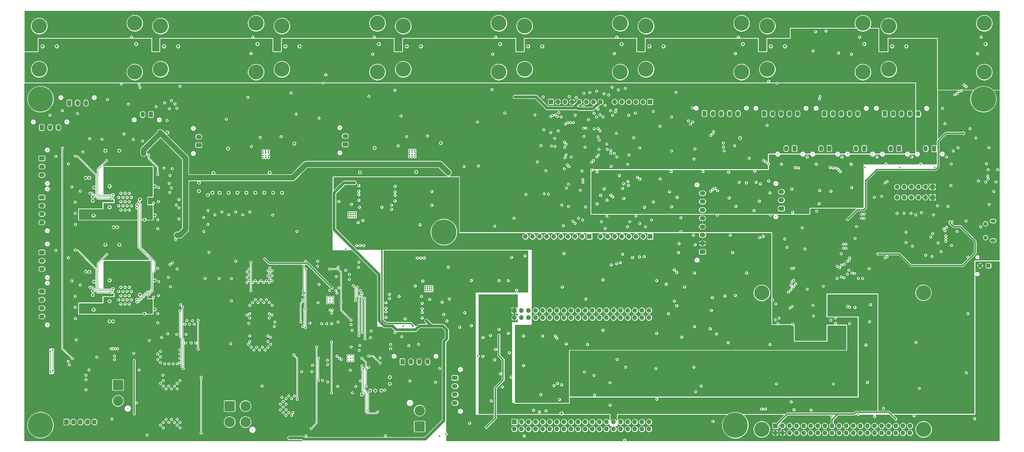
<source format=gbr>
%TF.GenerationSoftware,KiCad,Pcbnew,(5.1.9-16-g1737927814)-1*%
%TF.CreationDate,2021-03-30T22:33:33-04:00*%
%TF.ProjectId,Ventilator,56656e74-696c-4617-946f-722e6b696361,A*%
%TF.SameCoordinates,PX1312d00PY1312d00*%
%TF.FileFunction,Copper,L3,Inr*%
%TF.FilePolarity,Positive*%
%FSLAX46Y46*%
G04 Gerber Fmt 4.6, Leading zero omitted, Abs format (unit mm)*
G04 Created by KiCad (PCBNEW (5.1.9-16-g1737927814)-1) date 2021-03-30 22:33:33*
%MOMM*%
%LPD*%
G01*
G04 APERTURE LIST*
%TA.AperFunction,ComponentPad*%
%ADD10O,1.900000X1.200000*%
%TD*%
%TA.AperFunction,ComponentPad*%
%ADD11C,1.450000*%
%TD*%
%TA.AperFunction,ComponentPad*%
%ADD12C,0.500000*%
%TD*%
%TA.AperFunction,ComponentPad*%
%ADD13C,0.600000*%
%TD*%
%TA.AperFunction,ComponentPad*%
%ADD14O,2.020000X1.500000*%
%TD*%
%TA.AperFunction,ComponentPad*%
%ADD15O,1.500000X2.020000*%
%TD*%
%TA.AperFunction,ComponentPad*%
%ADD16C,1.500000*%
%TD*%
%TA.AperFunction,ComponentPad*%
%ADD17C,3.700000*%
%TD*%
%TA.AperFunction,ComponentPad*%
%ADD18C,0.800000*%
%TD*%
%TA.AperFunction,ComponentPad*%
%ADD19C,5.400000*%
%TD*%
%TA.AperFunction,ComponentPad*%
%ADD20R,1.700000X1.700000*%
%TD*%
%TA.AperFunction,ComponentPad*%
%ADD21O,1.700000X1.700000*%
%TD*%
%TA.AperFunction,ComponentPad*%
%ADD22C,9.000000*%
%TD*%
%TA.AperFunction,ComponentPad*%
%ADD23O,1.700000X1.950000*%
%TD*%
%TA.AperFunction,ViaPad*%
%ADD24C,0.600000*%
%TD*%
%TA.AperFunction,ViaPad*%
%ADD25C,0.900000*%
%TD*%
%TA.AperFunction,Conductor*%
%ADD26C,0.180000*%
%TD*%
%TA.AperFunction,Conductor*%
%ADD27C,1.000000*%
%TD*%
%TA.AperFunction,Conductor*%
%ADD28C,0.500000*%
%TD*%
%TA.AperFunction,Conductor*%
%ADD29C,0.200000*%
%TD*%
%TA.AperFunction,Conductor*%
%ADD30C,2.000000*%
%TD*%
%TA.AperFunction,Conductor*%
%ADD31C,0.254000*%
%TD*%
%TA.AperFunction,Conductor*%
%ADD32C,0.100000*%
%TD*%
%ADD33C,0.300000*%
%ADD34C,0.350000*%
%ADD35O,1.300000X0.600000*%
%ADD36C,0.200000*%
G04 APERTURE END LIST*
D10*
%TO.N,GND*%
%TO.C,J50*%
X347437500Y-75750000D03*
X347437500Y-82750000D03*
D11*
X344737500Y-76750000D03*
X344737500Y-81750000D03*
%TD*%
D12*
%TO.N,GND*%
%TO.C,U25*%
X118075000Y-125975000D03*
X117100000Y-125975000D03*
X116125000Y-125975000D03*
X118075000Y-125000000D03*
X117100000Y-125000000D03*
X116125000Y-125000000D03*
X118075000Y-124025000D03*
X117100000Y-124025000D03*
X116125000Y-124025000D03*
%TD*%
%TO.N,GND*%
%TO.C,U23*%
X108750000Y-103050000D03*
X109800000Y-103050000D03*
X110850000Y-103050000D03*
X108750000Y-104100000D03*
X109800000Y-104100000D03*
X110850000Y-104100000D03*
X108750000Y-105150000D03*
X109800000Y-105150000D03*
X110850000Y-105150000D03*
%TD*%
D13*
%TO.N,GND*%
%TO.C,U17*%
X37750000Y-105500000D03*
X36250000Y-105500000D03*
X34750000Y-105500000D03*
X38500000Y-104000000D03*
X37000000Y-104000000D03*
X34000000Y-104000000D03*
X35500000Y-104000000D03*
X37750000Y-99500000D03*
X36250000Y-99500000D03*
X34750000Y-99500000D03*
X38500000Y-101000000D03*
X37000000Y-101000000D03*
X35500000Y-101000000D03*
X34000000Y-101000000D03*
X37750000Y-102500000D03*
X34750000Y-102500000D03*
X36250000Y-102500000D03*
%TD*%
%TO.N,GND*%
%TO.C,U27*%
X37750000Y-71750000D03*
X36250000Y-71750000D03*
X34750000Y-71750000D03*
X38500000Y-70250000D03*
X37000000Y-70250000D03*
X34000000Y-70250000D03*
X35500000Y-70250000D03*
X37750000Y-65750000D03*
X36250000Y-65750000D03*
X34750000Y-65750000D03*
X38500000Y-67250000D03*
X37000000Y-67250000D03*
X35500000Y-67250000D03*
X34000000Y-67250000D03*
X37750000Y-68750000D03*
X34750000Y-68750000D03*
X36250000Y-68750000D03*
%TD*%
D14*
%TO.N,/UI-LED-Y*%
%TO.C,J11*%
X243250000Y-65750000D03*
%TO.N,/UI-LED-R*%
X243250000Y-68750000D03*
%TO.N,/UI-LED-G*%
X243250000Y-71750000D03*
%TO.N,/CC-LED-Y*%
X243250000Y-74750000D03*
%TO.N,/CC-LED-R*%
X243250000Y-77750000D03*
%TO.N,/CC-LED-G*%
X243250000Y-80750000D03*
%TO.N,+5V*%
X243250000Y-83750000D03*
%TO.N,GND*%
%TA.AperFunction,ComponentPad*%
G36*
G01*
X244010000Y-87500000D02*
X242490000Y-87500000D01*
G75*
G02*
X242240000Y-87250000I0J250000D01*
G01*
X242240000Y-86250000D01*
G75*
G02*
X242490000Y-86000000I250000J0D01*
G01*
X244010000Y-86000000D01*
G75*
G02*
X244260000Y-86250000I0J-250000D01*
G01*
X244260000Y-87250000D01*
G75*
G02*
X244010000Y-87500000I-250000J0D01*
G01*
G37*
%TD.AperFunction*%
%TD*%
%TO.N,GND*%
%TO.C,J40*%
%TA.AperFunction,ComponentPad*%
G36*
G01*
X307850000Y-38010000D02*
X307850000Y-36490000D01*
G75*
G02*
X308100000Y-36240000I250000J0D01*
G01*
X309100000Y-36240000D01*
G75*
G02*
X309350000Y-36490000I0J-250000D01*
G01*
X309350000Y-38010000D01*
G75*
G02*
X309100000Y-38260000I-250000J0D01*
G01*
X308100000Y-38260000D01*
G75*
G02*
X307850000Y-38010000I0J250000D01*
G01*
G37*
%TD.AperFunction*%
D15*
%TO.N,Net-(J40-Pad2)*%
X311600000Y-37250000D03*
%TO.N,Net-(J40-Pad3)*%
X314600000Y-37250000D03*
%TO.N,Net-(J40-Pad4)*%
X317600000Y-37250000D03*
%TO.N,Net-(J40-Pad5)*%
X320600000Y-37250000D03*
%TD*%
%TO.N,GND*%
%TO.C,J41*%
%TA.AperFunction,ComponentPad*%
G36*
G01*
X286250000Y-38010000D02*
X286250000Y-36490000D01*
G75*
G02*
X286500000Y-36240000I250000J0D01*
G01*
X287500000Y-36240000D01*
G75*
G02*
X287750000Y-36490000I0J-250000D01*
G01*
X287750000Y-38010000D01*
G75*
G02*
X287500000Y-38260000I-250000J0D01*
G01*
X286500000Y-38260000D01*
G75*
G02*
X286250000Y-38010000I0J250000D01*
G01*
G37*
%TD.AperFunction*%
%TO.N,Net-(J41-Pad2)*%
X290000000Y-37250000D03*
%TO.N,Net-(J41-Pad3)*%
X293000000Y-37250000D03*
%TO.N,Net-(J41-Pad4)*%
X296000000Y-37250000D03*
%TO.N,Net-(J41-Pad5)*%
X299000000Y-37250000D03*
%TD*%
%TO.N,GND*%
%TO.C,J42*%
%TA.AperFunction,ComponentPad*%
G36*
G01*
X264650000Y-38010000D02*
X264650000Y-36490000D01*
G75*
G02*
X264900000Y-36240000I250000J0D01*
G01*
X265900000Y-36240000D01*
G75*
G02*
X266150000Y-36490000I0J-250000D01*
G01*
X266150000Y-38010000D01*
G75*
G02*
X265900000Y-38260000I-250000J0D01*
G01*
X264900000Y-38260000D01*
G75*
G02*
X264650000Y-38010000I0J250000D01*
G01*
G37*
%TD.AperFunction*%
%TO.N,Net-(J42-Pad2)*%
X268400000Y-37250000D03*
%TO.N,Net-(J42-Pad3)*%
X271400000Y-37250000D03*
%TO.N,Net-(J42-Pad4)*%
X274400000Y-37250000D03*
%TO.N,Net-(J42-Pad5)*%
X277400000Y-37250000D03*
%TD*%
%TO.N,GND*%
%TO.C,J43*%
%TA.AperFunction,ComponentPad*%
G36*
G01*
X243250000Y-37960000D02*
X243250000Y-36440000D01*
G75*
G02*
X243500000Y-36190000I250000J0D01*
G01*
X244500000Y-36190000D01*
G75*
G02*
X244750000Y-36440000I0J-250000D01*
G01*
X244750000Y-37960000D01*
G75*
G02*
X244500000Y-38210000I-250000J0D01*
G01*
X243500000Y-38210000D01*
G75*
G02*
X243250000Y-37960000I0J250000D01*
G01*
G37*
%TD.AperFunction*%
%TO.N,Net-(J43-Pad2)*%
X247000000Y-37200000D03*
%TO.N,Net-(J43-Pad3)*%
X250000000Y-37200000D03*
%TO.N,Net-(J43-Pad4)*%
X253000000Y-37200000D03*
%TO.N,Net-(J43-Pad5)*%
X256000000Y-37200000D03*
%TD*%
%TO.N,/Alarms and Power Monitoring/Alarm-Bat*%
%TO.C,J10*%
%TA.AperFunction,ComponentPad*%
G36*
G01*
X153740000Y-131250000D02*
X155260000Y-131250000D01*
G75*
G02*
X155510000Y-131500000I0J-250000D01*
G01*
X155510000Y-132500000D01*
G75*
G02*
X155260000Y-132750000I-250000J0D01*
G01*
X153740000Y-132750000D01*
G75*
G02*
X153490000Y-132500000I0J250000D01*
G01*
X153490000Y-131500000D01*
G75*
G02*
X153740000Y-131250000I250000J0D01*
G01*
G37*
%TD.AperFunction*%
D14*
%TO.N,Net-(J10-Pad2)*%
X154500000Y-135000000D03*
%TO.N,GND*%
X154500000Y-138000000D03*
%TO.N,Net-(J10-Pad4)*%
X154500000Y-141000000D03*
%TD*%
%TO.N,/Stepper Motor Driver (...)/Out-A1*%
%TO.C,J38*%
%TA.AperFunction,ComponentPad*%
G36*
G01*
X5740000Y-100250000D02*
X7260000Y-100250000D01*
G75*
G02*
X7510000Y-100500000I0J-250000D01*
G01*
X7510000Y-101500000D01*
G75*
G02*
X7260000Y-101750000I-250000J0D01*
G01*
X5740000Y-101750000D01*
G75*
G02*
X5490000Y-101500000I0J250000D01*
G01*
X5490000Y-100500000D01*
G75*
G02*
X5740000Y-100250000I250000J0D01*
G01*
G37*
%TD.AperFunction*%
%TO.N,/Stepper Motor Driver (...)/Out-A2*%
X6500000Y-104000000D03*
%TO.N,/Stepper Motor Driver (...)/Out-B1*%
X6500000Y-107000000D03*
%TO.N,/Stepper Motor Driver (...)/Out-B2*%
X6500000Y-110000000D03*
%TD*%
%TO.N,Net-(J39-Pad1)*%
%TO.C,J39*%
%TA.AperFunction,ComponentPad*%
G36*
G01*
X135000000Y-127010000D02*
X135000000Y-125490000D01*
G75*
G02*
X135250000Y-125240000I250000J0D01*
G01*
X136250000Y-125240000D01*
G75*
G02*
X136500000Y-125490000I0J-250000D01*
G01*
X136500000Y-127010000D01*
G75*
G02*
X136250000Y-127260000I-250000J0D01*
G01*
X135250000Y-127260000D01*
G75*
G02*
X135000000Y-127010000I0J250000D01*
G01*
G37*
%TD.AperFunction*%
D15*
%TO.N,Net-(C88-Pad2)*%
X138750000Y-126250000D03*
%TO.N,Net-(J39-Pad3)*%
X141750000Y-126250000D03*
%TO.N,GND*%
X144750000Y-126250000D03*
%TD*%
%TO.N,/Stepper Motor Driver (..)/Out-A1*%
%TO.C,J49*%
%TA.AperFunction,ComponentPad*%
G36*
G01*
X5740000Y-66500000D02*
X7260000Y-66500000D01*
G75*
G02*
X7510000Y-66750000I0J-250000D01*
G01*
X7510000Y-67750000D01*
G75*
G02*
X7260000Y-68000000I-250000J0D01*
G01*
X5740000Y-68000000D01*
G75*
G02*
X5490000Y-67750000I0J250000D01*
G01*
X5490000Y-66750000D01*
G75*
G02*
X5740000Y-66500000I250000J0D01*
G01*
G37*
%TD.AperFunction*%
D14*
%TO.N,/Stepper Motor Driver (..)/Out-A2*%
X6500000Y-70250000D03*
%TO.N,/Stepper Motor Driver (..)/Out-B1*%
X6500000Y-73250000D03*
%TO.N,/Stepper Motor Driver (..)/Out-B2*%
X6500000Y-76250000D03*
%TD*%
%TO.N,GND*%
%TO.C,J1*%
%TA.AperFunction,ComponentPad*%
G36*
G01*
X5700001Y-42905001D02*
X5700001Y-41385001D01*
G75*
G02*
X5950001Y-41135001I250000J0D01*
G01*
X6950001Y-41135001D01*
G75*
G02*
X7200001Y-41385001I0J-250000D01*
G01*
X7200001Y-42905001D01*
G75*
G02*
X6950001Y-43155001I-250000J0D01*
G01*
X5950001Y-43155001D01*
G75*
G02*
X5700001Y-42905001I0J250000D01*
G01*
G37*
%TD.AperFunction*%
D15*
%TO.N,Net-(J1-Pad2)*%
X9450001Y-42145001D03*
%TO.N,+5V*%
X12450001Y-42145001D03*
%TD*%
%TO.N,GND*%
%TO.C,J2*%
%TA.AperFunction,ComponentPad*%
G36*
G01*
X15550000Y-34160000D02*
X15550000Y-32640000D01*
G75*
G02*
X15800000Y-32390000I250000J0D01*
G01*
X16800000Y-32390000D01*
G75*
G02*
X17050000Y-32640000I0J-250000D01*
G01*
X17050000Y-34160000D01*
G75*
G02*
X16800000Y-34410000I-250000J0D01*
G01*
X15800000Y-34410000D01*
G75*
G02*
X15550000Y-34160000I0J250000D01*
G01*
G37*
%TD.AperFunction*%
%TO.N,Net-(J2-Pad2)*%
X19300000Y-33400000D03*
%TO.N,+5V*%
X22300000Y-33400000D03*
%TD*%
%TO.N,Net-(J30-Pad1)*%
%TO.C,J30*%
%TA.AperFunction,ComponentPad*%
G36*
G01*
X272260000Y-72000000D02*
X270740000Y-72000000D01*
G75*
G02*
X270490000Y-71750000I0J250000D01*
G01*
X270490000Y-70750000D01*
G75*
G02*
X270740000Y-70500000I250000J0D01*
G01*
X272260000Y-70500000D01*
G75*
G02*
X272510000Y-70750000I0J-250000D01*
G01*
X272510000Y-71750000D01*
G75*
G02*
X272260000Y-72000000I-250000J0D01*
G01*
G37*
%TD.AperFunction*%
D14*
%TO.N,Net-(J30-Pad2)*%
X271500000Y-68250000D03*
%TO.N,Net-(J30-Pad3)*%
X271500000Y-65250000D03*
%TD*%
%TO.N,GND*%
%TO.C,J37*%
%TA.AperFunction,ComponentPad*%
G36*
G01*
X5740000Y-86250000D02*
X7260000Y-86250000D01*
G75*
G02*
X7510000Y-86500000I0J-250000D01*
G01*
X7510000Y-87500000D01*
G75*
G02*
X7260000Y-87750000I-250000J0D01*
G01*
X5740000Y-87750000D01*
G75*
G02*
X5490000Y-87500000I0J250000D01*
G01*
X5490000Y-86500000D01*
G75*
G02*
X5740000Y-86250000I250000J0D01*
G01*
G37*
%TD.AperFunction*%
%TO.N,Net-(C68-Pad2)*%
X6500000Y-90000000D03*
%TO.N,Net-(J37-Pad3)*%
X6500000Y-93000000D03*
%TD*%
%TO.N,GND*%
%TO.C,J48*%
%TA.AperFunction,ComponentPad*%
G36*
G01*
X5740000Y-52500000D02*
X7260000Y-52500000D01*
G75*
G02*
X7510000Y-52750000I0J-250000D01*
G01*
X7510000Y-53750000D01*
G75*
G02*
X7260000Y-54000000I-250000J0D01*
G01*
X5740000Y-54000000D01*
G75*
G02*
X5490000Y-53750000I0J250000D01*
G01*
X5490000Y-52750000D01*
G75*
G02*
X5740000Y-52500000I250000J0D01*
G01*
G37*
%TD.AperFunction*%
%TO.N,Net-(C158-Pad2)*%
X6500000Y-56250000D03*
%TO.N,Net-(J48-Pad3)*%
X6500000Y-59250000D03*
%TD*%
D15*
%TO.N,Net-(F5-Pad1)*%
%TO.C,J53*%
X42600000Y-37500000D03*
%TO.N,GND*%
%TA.AperFunction,ComponentPad*%
G36*
G01*
X46350000Y-36740000D02*
X46350000Y-38260000D01*
G75*
G02*
X46100000Y-38510000I-250000J0D01*
G01*
X45100000Y-38510000D01*
G75*
G02*
X44850000Y-38260000I0J250000D01*
G01*
X44850000Y-36740000D01*
G75*
G02*
X45100000Y-36490000I250000J0D01*
G01*
X46100000Y-36490000D01*
G75*
G02*
X46350000Y-36740000I0J-250000D01*
G01*
G37*
%TD.AperFunction*%
%TD*%
%TO.N,Net-(D30-Pad1)*%
%TO.C,J47*%
%TA.AperFunction,ComponentPad*%
G36*
G01*
X116010000Y-49000000D02*
X114490000Y-49000000D01*
G75*
G02*
X114240000Y-48750000I0J250000D01*
G01*
X114240000Y-47750000D01*
G75*
G02*
X114490000Y-47500000I250000J0D01*
G01*
X116010000Y-47500000D01*
G75*
G02*
X116260000Y-47750000I0J-250000D01*
G01*
X116260000Y-48750000D01*
G75*
G02*
X116010000Y-49000000I-250000J0D01*
G01*
G37*
%TD.AperFunction*%
D14*
%TO.N,Net-(D31-Pad2)*%
X115250000Y-45250000D03*
%TD*%
%TO.N,Net-(D15-Pad1)*%
%TO.C,J36*%
%TA.AperFunction,ComponentPad*%
G36*
G01*
X63510000Y-49250000D02*
X61990000Y-49250000D01*
G75*
G02*
X61740000Y-49000000I0J250000D01*
G01*
X61740000Y-48000000D01*
G75*
G02*
X61990000Y-47750000I250000J0D01*
G01*
X63510000Y-47750000D01*
G75*
G02*
X63760000Y-48000000I0J-250000D01*
G01*
X63760000Y-49000000D01*
G75*
G02*
X63510000Y-49250000I-250000J0D01*
G01*
G37*
%TD.AperFunction*%
%TO.N,Net-(D16-Pad2)*%
X62750000Y-45500000D03*
%TD*%
%TO.N,Net-(J31-Pad1)*%
%TO.C,J31*%
%TA.AperFunction,ComponentPad*%
G36*
G01*
X327000000Y-48990000D02*
X327000000Y-50510000D01*
G75*
G02*
X326750000Y-50760000I-250000J0D01*
G01*
X325750000Y-50760000D01*
G75*
G02*
X325500000Y-50510000I0J250000D01*
G01*
X325500000Y-48990000D01*
G75*
G02*
X325750000Y-48740000I250000J0D01*
G01*
X326750000Y-48740000D01*
G75*
G02*
X327000000Y-48990000I0J-250000D01*
G01*
G37*
%TD.AperFunction*%
D15*
%TO.N,Net-(J31-Pad2)*%
X323250000Y-49750000D03*
%TD*%
%TO.N,Net-(J32-Pad1)*%
%TO.C,J32*%
%TA.AperFunction,ComponentPad*%
G36*
G01*
X277000000Y-48990000D02*
X277000000Y-50510000D01*
G75*
G02*
X276750000Y-50760000I-250000J0D01*
G01*
X275750000Y-50760000D01*
G75*
G02*
X275500000Y-50510000I0J250000D01*
G01*
X275500000Y-48990000D01*
G75*
G02*
X275750000Y-48740000I250000J0D01*
G01*
X276750000Y-48740000D01*
G75*
G02*
X277000000Y-48990000I0J-250000D01*
G01*
G37*
%TD.AperFunction*%
%TO.N,Net-(J32-Pad2)*%
X273250000Y-49750000D03*
%TD*%
%TO.N,Net-(J33-Pad1)*%
%TO.C,J33*%
%TA.AperFunction,ComponentPad*%
G36*
G01*
X314500000Y-48990000D02*
X314500000Y-50510000D01*
G75*
G02*
X314250000Y-50760000I-250000J0D01*
G01*
X313250000Y-50760000D01*
G75*
G02*
X313000000Y-50510000I0J250000D01*
G01*
X313000000Y-48990000D01*
G75*
G02*
X313250000Y-48740000I250000J0D01*
G01*
X314250000Y-48740000D01*
G75*
G02*
X314500000Y-48990000I0J-250000D01*
G01*
G37*
%TD.AperFunction*%
%TO.N,Net-(J33-Pad2)*%
X310750000Y-49750000D03*
%TD*%
%TO.N,Net-(J34-Pad1)*%
%TO.C,J34*%
%TA.AperFunction,ComponentPad*%
G36*
G01*
X302000000Y-48990000D02*
X302000000Y-50510000D01*
G75*
G02*
X301750000Y-50760000I-250000J0D01*
G01*
X300750000Y-50760000D01*
G75*
G02*
X300500000Y-50510000I0J250000D01*
G01*
X300500000Y-48990000D01*
G75*
G02*
X300750000Y-48740000I250000J0D01*
G01*
X301750000Y-48740000D01*
G75*
G02*
X302000000Y-48990000I0J-250000D01*
G01*
G37*
%TD.AperFunction*%
%TO.N,Net-(J34-Pad2)*%
X298250000Y-49750000D03*
%TD*%
%TO.N,Net-(J35-Pad1)*%
%TO.C,J35*%
%TA.AperFunction,ComponentPad*%
G36*
G01*
X289500000Y-48990000D02*
X289500000Y-50510000D01*
G75*
G02*
X289250000Y-50760000I-250000J0D01*
G01*
X288250000Y-50760000D01*
G75*
G02*
X288000000Y-50510000I0J250000D01*
G01*
X288000000Y-48990000D01*
G75*
G02*
X288250000Y-48740000I250000J0D01*
G01*
X289250000Y-48740000D01*
G75*
G02*
X289500000Y-48990000I0J-250000D01*
G01*
G37*
%TD.AperFunction*%
%TO.N,Net-(J35-Pad2)*%
X285750000Y-49750000D03*
%TD*%
D16*
%TO.N,+5V_GUI*%
%TO.C,J9*%
X342760000Y-91760000D03*
%TO.N,GND*%
%TA.AperFunction,ComponentPad*%
G36*
G01*
X345260000Y-91010000D02*
X346260000Y-91010000D01*
G75*
G02*
X346510000Y-91260000I0J-250000D01*
G01*
X346510000Y-92260000D01*
G75*
G02*
X346260000Y-92510000I-250000J0D01*
G01*
X345260000Y-92510000D01*
G75*
G02*
X345010000Y-92260000I0J250000D01*
G01*
X345010000Y-91260000D01*
G75*
G02*
X345260000Y-91010000I250000J0D01*
G01*
G37*
%TD.AperFunction*%
%TD*%
D17*
%TO.N,/Power Entry / Battery Handling/Power-Sw-P*%
%TO.C,J44*%
X79500000Y-147900000D03*
%TO.N,+VLink*%
X73800000Y-147900000D03*
%TO.N,Net-(F2-Pad2)*%
X79500000Y-142200000D03*
%TO.N,GND*%
%TA.AperFunction,ComponentPad*%
G36*
G01*
X71950000Y-143800000D02*
X71950000Y-140600000D01*
G75*
G02*
X72200000Y-140350000I250000J0D01*
G01*
X75400000Y-140350000D01*
G75*
G02*
X75650000Y-140600000I0J-250000D01*
G01*
X75650000Y-143800000D01*
G75*
G02*
X75400000Y-144050000I-250000J0D01*
G01*
X72200000Y-144050000D01*
G75*
G02*
X71950000Y-143800000I0J250000D01*
G01*
G37*
%TD.AperFunction*%
%TD*%
%TO.N,+12V*%
%TO.C,J54*%
X141900000Y-143800000D03*
%TO.N,GND*%
%TA.AperFunction,ComponentPad*%
G36*
G01*
X143750000Y-147900000D02*
X143750000Y-151100000D01*
G75*
G02*
X143500000Y-151350000I-250000J0D01*
G01*
X140300000Y-151350000D01*
G75*
G02*
X140050000Y-151100000I0J250000D01*
G01*
X140050000Y-147900000D01*
G75*
G02*
X140300000Y-147650000I250000J0D01*
G01*
X143500000Y-147650000D01*
G75*
G02*
X143750000Y-147900000I0J-250000D01*
G01*
G37*
%TD.AperFunction*%
%TD*%
%TO.N,Net-(F3-Pad1)*%
%TO.C,J45*%
X33800000Y-140300000D03*
%TO.N,/Power Entry / Battery Handling/Bat-N*%
%TA.AperFunction,ComponentPad*%
G36*
G01*
X31950000Y-136200000D02*
X31950000Y-133000000D01*
G75*
G02*
X32200000Y-132750000I250000J0D01*
G01*
X35400000Y-132750000D01*
G75*
G02*
X35650000Y-133000000I0J-250000D01*
G01*
X35650000Y-136200000D01*
G75*
G02*
X35400000Y-136450000I-250000J0D01*
G01*
X32200000Y-136450000D01*
G75*
G02*
X31950000Y-136200000I0J250000D01*
G01*
G37*
%TD.AperFunction*%
%TD*%
D18*
%TO.N,GND*%
%TO.C,H4*%
X124725000Y-22250000D03*
D19*
X126750000Y-22250000D03*
D18*
X125318109Y-20818109D03*
X125318109Y-23681891D03*
X126750000Y-20225000D03*
X128181891Y-23681891D03*
X126750000Y-24275000D03*
X128181891Y-20818109D03*
X128775000Y-22250000D03*
X125318109Y-6181891D03*
X125318109Y-3318109D03*
X126750000Y-6775000D03*
X126750000Y-2725000D03*
X124725000Y-4750000D03*
D19*
X126750000Y-4750000D03*
D18*
X128775000Y-4750000D03*
X128181891Y-6181891D03*
X128181891Y-3318109D03*
X90475000Y-21250000D03*
X91068109Y-22681891D03*
X92500000Y-19225000D03*
X91068109Y-19818109D03*
X92500000Y-23275000D03*
X93931891Y-19818109D03*
X93931891Y-22681891D03*
D19*
X92500000Y-21250000D03*
D18*
X94525000Y-21250000D03*
X94525000Y-5750000D03*
X92500000Y-3725000D03*
D19*
X92500000Y-5750000D03*
D18*
X93931891Y-4318109D03*
X91068109Y-4318109D03*
X92500000Y-7775000D03*
X90475000Y-5750000D03*
X93931891Y-7181891D03*
X91068109Y-7181891D03*
%TD*%
%TO.N,GND*%
%TO.C,H2*%
X37725000Y-22250000D03*
D19*
X39750000Y-22250000D03*
D18*
X38318109Y-20818109D03*
X38318109Y-23681891D03*
X39750000Y-20225000D03*
X41181891Y-23681891D03*
X39750000Y-24275000D03*
X41181891Y-20818109D03*
X41775000Y-22250000D03*
X38318109Y-6181891D03*
X38318109Y-3318109D03*
X39750000Y-6775000D03*
X39750000Y-2725000D03*
X37725000Y-4750000D03*
D19*
X39750000Y-4750000D03*
D18*
X41775000Y-4750000D03*
X41181891Y-6181891D03*
X41181891Y-3318109D03*
X3475000Y-21250000D03*
X4068109Y-22681891D03*
X5500000Y-19225000D03*
X4068109Y-19818109D03*
X5500000Y-23275000D03*
X6931891Y-19818109D03*
X6931891Y-22681891D03*
D19*
X5500000Y-21250000D03*
D18*
X7525000Y-21250000D03*
X7525000Y-5750000D03*
X5500000Y-3725000D03*
D19*
X5500000Y-5750000D03*
D18*
X6931891Y-4318109D03*
X4068109Y-4318109D03*
X5500000Y-7775000D03*
X3475000Y-5750000D03*
X6931891Y-7181891D03*
X4068109Y-7181891D03*
%TD*%
%TO.N,GND*%
%TO.C,H3*%
X81225000Y-22250000D03*
D19*
X83250000Y-22250000D03*
D18*
X81818109Y-20818109D03*
X81818109Y-23681891D03*
X83250000Y-20225000D03*
X84681891Y-23681891D03*
X83250000Y-24275000D03*
X84681891Y-20818109D03*
X85275000Y-22250000D03*
X81818109Y-6181891D03*
X81818109Y-3318109D03*
X83250000Y-6775000D03*
X83250000Y-2725000D03*
X81225000Y-4750000D03*
D19*
X83250000Y-4750000D03*
D18*
X85275000Y-4750000D03*
X84681891Y-6181891D03*
X84681891Y-3318109D03*
X46975000Y-21250000D03*
X47568109Y-22681891D03*
X49000000Y-19225000D03*
X47568109Y-19818109D03*
X49000000Y-23275000D03*
X50431891Y-19818109D03*
X50431891Y-22681891D03*
D19*
X49000000Y-21250000D03*
D18*
X51025000Y-21250000D03*
X51025000Y-5750000D03*
X49000000Y-3725000D03*
D19*
X49000000Y-5750000D03*
D18*
X50431891Y-4318109D03*
X47568109Y-4318109D03*
X49000000Y-7775000D03*
X46975000Y-5750000D03*
X50431891Y-7181891D03*
X47568109Y-7181891D03*
%TD*%
%TO.N,GND*%
%TO.C,H5*%
X168225000Y-22250000D03*
D19*
X170250000Y-22250000D03*
D18*
X168818109Y-20818109D03*
X168818109Y-23681891D03*
X170250000Y-20225000D03*
X171681891Y-23681891D03*
X170250000Y-24275000D03*
X171681891Y-20818109D03*
X172275000Y-22250000D03*
X168818109Y-6181891D03*
X168818109Y-3318109D03*
X170250000Y-6775000D03*
X170250000Y-2725000D03*
X168225000Y-4750000D03*
D19*
X170250000Y-4750000D03*
D18*
X172275000Y-4750000D03*
X171681891Y-6181891D03*
X171681891Y-3318109D03*
X133975000Y-21250000D03*
X134568109Y-22681891D03*
X136000000Y-19225000D03*
X134568109Y-19818109D03*
X136000000Y-23275000D03*
X137431891Y-19818109D03*
X137431891Y-22681891D03*
D19*
X136000000Y-21250000D03*
D18*
X138025000Y-21250000D03*
X138025000Y-5750000D03*
X136000000Y-3725000D03*
D19*
X136000000Y-5750000D03*
D18*
X137431891Y-4318109D03*
X134568109Y-4318109D03*
X136000000Y-7775000D03*
X133975000Y-5750000D03*
X137431891Y-7181891D03*
X134568109Y-7181891D03*
%TD*%
%TO.N,GND*%
%TO.C,H6*%
X211725000Y-22250000D03*
D19*
X213750000Y-22250000D03*
D18*
X212318109Y-20818109D03*
X212318109Y-23681891D03*
X213750000Y-20225000D03*
X215181891Y-23681891D03*
X213750000Y-24275000D03*
X215181891Y-20818109D03*
X215775000Y-22250000D03*
X212318109Y-6181891D03*
X212318109Y-3318109D03*
X213750000Y-6775000D03*
X213750000Y-2725000D03*
X211725000Y-4750000D03*
D19*
X213750000Y-4750000D03*
D18*
X215775000Y-4750000D03*
X215181891Y-6181891D03*
X215181891Y-3318109D03*
X177475000Y-21250000D03*
X178068109Y-22681891D03*
X179500000Y-19225000D03*
X178068109Y-19818109D03*
X179500000Y-23275000D03*
X180931891Y-19818109D03*
X180931891Y-22681891D03*
D19*
X179500000Y-21250000D03*
D18*
X181525000Y-21250000D03*
X181525000Y-5750000D03*
X179500000Y-3725000D03*
D19*
X179500000Y-5750000D03*
D18*
X180931891Y-4318109D03*
X178068109Y-4318109D03*
X179500000Y-7775000D03*
X177475000Y-5750000D03*
X180931891Y-7181891D03*
X178068109Y-7181891D03*
%TD*%
%TO.N,GND*%
%TO.C,H7*%
X255225000Y-22250000D03*
D19*
X257250000Y-22250000D03*
D18*
X255818109Y-20818109D03*
X255818109Y-23681891D03*
X257250000Y-20225000D03*
X258681891Y-23681891D03*
X257250000Y-24275000D03*
X258681891Y-20818109D03*
X259275000Y-22250000D03*
X255818109Y-6181891D03*
X255818109Y-3318109D03*
X257250000Y-6775000D03*
X257250000Y-2725000D03*
X255225000Y-4750000D03*
D19*
X257250000Y-4750000D03*
D18*
X259275000Y-4750000D03*
X258681891Y-6181891D03*
X258681891Y-3318109D03*
X220975000Y-21250000D03*
X221568109Y-22681891D03*
X223000000Y-19225000D03*
X221568109Y-19818109D03*
X223000000Y-23275000D03*
X224431891Y-19818109D03*
X224431891Y-22681891D03*
D19*
X223000000Y-21250000D03*
D18*
X225025000Y-21250000D03*
X225025000Y-5750000D03*
X223000000Y-3725000D03*
D19*
X223000000Y-5750000D03*
D18*
X224431891Y-4318109D03*
X221568109Y-4318109D03*
X223000000Y-7775000D03*
X220975000Y-5750000D03*
X224431891Y-7181891D03*
X221568109Y-7181891D03*
%TD*%
%TO.N,GND*%
%TO.C,H8*%
X298725000Y-22250000D03*
D19*
X300750000Y-22250000D03*
D18*
X299318109Y-20818109D03*
X299318109Y-23681891D03*
X300750000Y-20225000D03*
X302181891Y-23681891D03*
X300750000Y-24275000D03*
X302181891Y-20818109D03*
X302775000Y-22250000D03*
X299318109Y-6181891D03*
X299318109Y-3318109D03*
X300750000Y-6775000D03*
X300750000Y-2725000D03*
X298725000Y-4750000D03*
D19*
X300750000Y-4750000D03*
D18*
X302775000Y-4750000D03*
X302181891Y-6181891D03*
X302181891Y-3318109D03*
X264475000Y-21250000D03*
X265068109Y-22681891D03*
X266500000Y-19225000D03*
X265068109Y-19818109D03*
X266500000Y-23275000D03*
X267931891Y-19818109D03*
X267931891Y-22681891D03*
D19*
X266500000Y-21250000D03*
D18*
X268525000Y-21250000D03*
X268525000Y-5750000D03*
X266500000Y-3725000D03*
D19*
X266500000Y-5750000D03*
D18*
X267931891Y-4318109D03*
X265068109Y-4318109D03*
X266500000Y-7775000D03*
X264475000Y-5750000D03*
X267931891Y-7181891D03*
X265068109Y-7181891D03*
%TD*%
%TO.N,GND*%
%TO.C,H9*%
X342225000Y-22250000D03*
D19*
X344250000Y-22250000D03*
D18*
X342818109Y-20818109D03*
X342818109Y-23681891D03*
X344250000Y-20225000D03*
X345681891Y-23681891D03*
X344250000Y-24275000D03*
X345681891Y-20818109D03*
X346275000Y-22250000D03*
X342818109Y-6181891D03*
X342818109Y-3318109D03*
X344250000Y-6775000D03*
X344250000Y-2725000D03*
X342225000Y-4750000D03*
D19*
X344250000Y-4750000D03*
D18*
X346275000Y-4750000D03*
X345681891Y-6181891D03*
X345681891Y-3318109D03*
X307975000Y-21250000D03*
X308568109Y-22681891D03*
X310000000Y-19225000D03*
X308568109Y-19818109D03*
X310000000Y-23275000D03*
X311431891Y-19818109D03*
X311431891Y-22681891D03*
D19*
X310000000Y-21250000D03*
D18*
X312025000Y-21250000D03*
X312025000Y-5750000D03*
X310000000Y-3725000D03*
D19*
X310000000Y-5750000D03*
D18*
X311431891Y-4318109D03*
X308568109Y-4318109D03*
X310000000Y-7775000D03*
X307975000Y-5750000D03*
X311431891Y-7181891D03*
X308568109Y-7181891D03*
%TD*%
D20*
%TO.N,+3V3_Rpi*%
%TO.C,J8*%
X269370000Y-149230000D03*
D21*
%TO.N,+5V_GUI*%
X269370000Y-151770000D03*
%TO.N,/UI Computer/GPIO2(SDA)*%
X271910000Y-149230000D03*
%TO.N,+5V_GUI*%
X271910000Y-151770000D03*
%TO.N,/UI Computer/GPIO3(SCL)*%
X274450000Y-149230000D03*
%TO.N,GND*%
X274450000Y-151770000D03*
%TO.N,/UI-LED-G*%
X276990000Y-149230000D03*
%TO.N,/UI Computer/GPIO14(TXD)*%
X276990000Y-151770000D03*
%TO.N,GND*%
X279530000Y-149230000D03*
%TO.N,/UART-Rx-RPi-Tx-STM*%
X279530000Y-151770000D03*
%TO.N,/UI Computer/GPIO17*%
X282070000Y-149230000D03*
%TO.N,/UI Computer/GPIO18(PCM_CLK)*%
X282070000Y-151770000D03*
%TO.N,/UI Computer/GPIO27*%
X284610000Y-149230000D03*
%TO.N,GND*%
X284610000Y-151770000D03*
%TO.N,/UI Computer/GPIO22*%
X287150000Y-149230000D03*
%TO.N,/UI Computer/GPIO23*%
X287150000Y-151770000D03*
%TO.N,+3V3_Rpi*%
X289690000Y-149230000D03*
%TO.N,/UI Computer/GPIO24*%
X289690000Y-151770000D03*
%TO.N,/UI Computer/GPIO10(MOSI)*%
X292230000Y-149230000D03*
%TO.N,GND*%
X292230000Y-151770000D03*
%TO.N,/UI Computer/GPIO9(MISO)*%
X294770000Y-149230000D03*
%TO.N,/UI Computer/UI_ID0*%
X294770000Y-151770000D03*
%TO.N,/UI Computer/GPIO11(SCLK)*%
X297310000Y-149230000D03*
%TO.N,/UART-Rx-FPGA-Tx-RPi*%
X297310000Y-151770000D03*
%TO.N,GND*%
X299850000Y-149230000D03*
%TO.N,/UI Computer/GPIO7(CE1)*%
X299850000Y-151770000D03*
%TO.N,/UI Computer/GPIO0(ID_SD)*%
X302390000Y-149230000D03*
%TO.N,/UI Computer/GPIO1(ID_SC)*%
X302390000Y-151770000D03*
%TO.N,/UI-LED-R*%
X304930000Y-149230000D03*
%TO.N,GND*%
X304930000Y-151770000D03*
%TO.N,/UI-LED-Y*%
X307470000Y-149230000D03*
%TO.N,/GUI-Buzzer*%
X307470000Y-151770000D03*
%TO.N,/UI Computer/GPIO13(PWM1)*%
X310010000Y-149230000D03*
%TO.N,GND*%
X310010000Y-151770000D03*
%TO.N,/UI Computer/GPIO19(PCM_FS)*%
X312550000Y-149230000D03*
%TO.N,/UART-CTS-RPi-RTS-STM*%
X312550000Y-151770000D03*
%TO.N,/UI Computer/UI_ID1*%
X315090000Y-149230000D03*
%TO.N,/UI Computer/GPIO20(PCM_DIN)*%
X315090000Y-151770000D03*
%TO.N,GND*%
X317630000Y-149230000D03*
%TO.N,/UI Computer/GPIO21(PCM_DOUT)*%
X317630000Y-151770000D03*
%TD*%
D22*
%TO.N,Net-(H14-Pad1)*%
%TO.C,H14*%
X344000000Y-32000000D03*
%TD*%
%TO.N,Net-(H13-Pad1)*%
%TO.C,H13*%
X6000000Y-32000000D03*
%TD*%
%TO.N,Net-(H12-Pad1)*%
%TO.C,H12*%
X255000000Y-149000000D03*
%TD*%
%TO.N,Net-(H11-Pad1)*%
%TO.C,H11*%
X6000000Y-149000000D03*
%TD*%
%TO.N,Net-(H10-Pad1)*%
%TO.C,H10*%
X150561000Y-79695000D03*
%TD*%
D18*
%TO.N,GND*%
%TO.C,H1*%
X263068109Y-151931891D03*
X265931891Y-149068109D03*
X262475000Y-150500000D03*
X264500000Y-148475000D03*
D19*
X264500000Y-150500000D03*
D18*
X264500000Y-152525000D03*
X265931891Y-151931891D03*
X266525000Y-150500000D03*
X263068109Y-149068109D03*
X264500000Y-103525000D03*
X263068109Y-100068109D03*
X262475000Y-101500000D03*
X265931891Y-102931891D03*
X265931891Y-100068109D03*
X263068109Y-102931891D03*
D19*
X264500000Y-101500000D03*
D18*
X266525000Y-101500000D03*
X264500000Y-99475000D03*
D19*
X322500000Y-101500000D03*
D18*
X321068109Y-100068109D03*
X322500000Y-103525000D03*
X321068109Y-102931891D03*
X324525000Y-101500000D03*
X323931891Y-100068109D03*
X323931891Y-102931891D03*
X322500000Y-99475000D03*
X320475000Y-101500000D03*
D19*
X322500000Y-150500000D03*
D18*
X321068109Y-149068109D03*
X322500000Y-152525000D03*
X321068109Y-151931891D03*
X324525000Y-150500000D03*
X323931891Y-149068109D03*
X323931891Y-151931891D03*
X322500000Y-148475000D03*
X320475000Y-150500000D03*
%TD*%
D21*
%TO.N,+5V*%
%TO.C,J4*%
X206740000Y-33000000D03*
%TO.N,GND*%
X204200000Y-33000000D03*
X201660000Y-33000000D03*
%TO.N,+5V*%
X199120000Y-33000000D03*
%TO.N,+3.3V_Ctrl*%
X196580000Y-33000000D03*
%TO.N,/STM Programmer for cycle controller/CC-nRST*%
X194040000Y-33000000D03*
%TO.N,+3.3V_Ctrl*%
X191500000Y-33000000D03*
D20*
%TO.N,Net-(J4-Pad1)*%
X188960000Y-33000000D03*
%TD*%
%TO.N,Net-(J5-Pad1)*%
%TO.C,J5*%
X224500000Y-33000000D03*
D21*
%TO.N,/Inf-Flow*%
X221960000Y-33000000D03*
%TO.N,/CC-LED-G*%
X219420000Y-33000000D03*
%TO.N,/PMon-ACOK*%
X216880000Y-33000000D03*
%TO.N,/Patient-Pressure*%
X214340000Y-33000000D03*
%TO.N,/Oxygen-FiO2*%
X211800000Y-33000000D03*
%TD*%
D20*
%TO.N,/PSol1-Ctrl*%
%TO.C,J6*%
X202671000Y-81259000D03*
D21*
%TO.N,/Stepper2-nBusy*%
X200131000Y-81259000D03*
%TO.N,/Stepper1-nBusy*%
X197591000Y-81259000D03*
%TO.N,/Cycle Controller/USD-MOSI*%
X195051000Y-81259000D03*
%TO.N,/Cycle Controller/USD-MISO*%
X192511000Y-81259000D03*
%TO.N,/Cycle Controller/USD-SCLK*%
X189971000Y-81259000D03*
%TO.N,GND*%
X187431000Y-81259000D03*
%TO.N,+3.3V_Ctrl_A*%
X184891000Y-81259000D03*
%TO.N,/CC-SDA*%
X182351000Y-81259000D03*
%TO.N,/CC-SCL*%
X179811000Y-81259000D03*
%TD*%
D20*
%TO.N,/UART-Tx-RPi-Rx-STM*%
%TO.C,J7*%
X224515000Y-81259000D03*
D21*
%TO.N,/UART-Rx-RPi-Tx-STM*%
X221975000Y-81259000D03*
%TO.N,/CC-Stepper-Reset*%
X219435000Y-81259000D03*
%TO.N,/Stepper-nFlag*%
X216895000Y-81259000D03*
%TO.N,/Stepper-nCS*%
X214355000Y-81259000D03*
%TO.N,/CC-Buzzer*%
X211815000Y-81259000D03*
%TO.N,/UART-Tx-STM-Rx-STLink*%
X209275000Y-81259000D03*
%TO.N,/Stepper2-StCk*%
X206735000Y-81259000D03*
%TD*%
%TO.N,/Safety FPGA/LVDS-TX-0+*%
%TO.C,J12*%
X224094000Y-110378000D03*
%TO.N,/Safety FPGA/LVDS-TX-0-*%
X224094000Y-107838000D03*
%TO.N,/Safety FPGA/LVDS-TX-1+*%
X221554000Y-110378000D03*
%TO.N,/Safety FPGA/LVDS-TX-1-*%
X221554000Y-107838000D03*
%TO.N,/Safety FPGA/LVDS-TX-2+*%
X219014000Y-110378000D03*
%TO.N,/Safety FPGA/LVDS-TX-2-*%
X219014000Y-107838000D03*
%TO.N,GND*%
X216474000Y-110378000D03*
X216474000Y-107838000D03*
%TO.N,/Safety FPGA/LVDS-TX-3+*%
X213934000Y-110378000D03*
%TO.N,/Safety FPGA/LVDS-TX-3-*%
X213934000Y-107838000D03*
%TO.N,/Safety FPGA/LVDS-TX-4+*%
X211394000Y-110378000D03*
%TO.N,/Safety FPGA/LVDS-TX-4-*%
X211394000Y-107838000D03*
%TO.N,/Safety FPGA/LVDS-TX-5+*%
X208854000Y-110378000D03*
%TO.N,/Safety FPGA/LVDS-TX-5-*%
X208854000Y-107838000D03*
%TO.N,GND*%
X206314000Y-110378000D03*
X206314000Y-107838000D03*
%TO.N,/Safety FPGA/LVDS-TX-6+*%
X203774000Y-110378000D03*
%TO.N,/Safety FPGA/LVDS-TX-6-*%
X203774000Y-107838000D03*
%TO.N,/Safety FPGA/LVDS-TX-7+*%
X201234000Y-110378000D03*
%TO.N,/Safety FPGA/LVDS-TX-7-*%
X201234000Y-107838000D03*
%TO.N,/Safety FPGA/LVDS-TX-8+*%
X198694000Y-110378000D03*
%TO.N,/Safety FPGA/LVDS-TX-8-*%
X198694000Y-107838000D03*
%TO.N,GND*%
X196154000Y-110378000D03*
X196154000Y-107838000D03*
%TO.N,/Safety FPGA/LVDS-TX-9+*%
X193614000Y-110378000D03*
%TO.N,/Safety FPGA/LVDS-TX-9-*%
X193614000Y-107838000D03*
%TO.N,/Safety FPGA/LVDS-TX-A+*%
X191074000Y-110378000D03*
%TO.N,/Safety FPGA/LVDS-TX-A-*%
X191074000Y-107838000D03*
%TO.N,/Safety FPGA/LVDS-TX-B+*%
X188534000Y-110378000D03*
%TO.N,/Safety FPGA/LVDS-TX-B-*%
X188534000Y-107838000D03*
%TO.N,GND*%
X185994000Y-110378000D03*
X185994000Y-107838000D03*
X183454000Y-110378000D03*
X183454000Y-107838000D03*
%TO.N,/Safety FPGA/GPIO-B*%
X180914000Y-110378000D03*
%TO.N,/Safety FPGA/GPIO-A*%
X180914000Y-107838000D03*
%TO.N,/Safety FPGA/I2C-SCL-FPGA*%
X178374000Y-110378000D03*
%TO.N,/Safety FPGA/I2C-SDA-FPGA*%
X178374000Y-107838000D03*
%TO.N,+3.3V_FPGA*%
X175834000Y-110378000D03*
D20*
X175834000Y-107838000D03*
%TD*%
%TO.N,/FPGA-Buzzer*%
%TO.C,J13*%
X175834000Y-147835000D03*
D21*
%TO.N,/UI-Power-Off*%
X175834000Y-150375000D03*
%TO.N,/UART-Rx-STM-Tx-FPGA*%
X178374000Y-147835000D03*
%TO.N,/UART-Tx-STM-Rx-FPGA*%
X178374000Y-150375000D03*
%TO.N,/UART-Rx-FPGA-Tx-RPi*%
X180914000Y-147835000D03*
%TO.N,/UART-Tx-FPGA-Rx-RPi*%
X180914000Y-150375000D03*
%TO.N,/FPGA-Stepper-Reset*%
X183454000Y-147835000D03*
%TO.N,/UART-RTS-STM-CTS-FPGA*%
X183454000Y-150375000D03*
%TO.N,/UART-CTS-STM-RTS-FPGA*%
X185994000Y-147835000D03*
%TO.N,/VSys-Power-Off*%
X185994000Y-150375000D03*
%TO.N,Net-(J13-Pad11)*%
X188534000Y-147835000D03*
%TO.N,GND*%
X188534000Y-150375000D03*
%TO.N,/Safety FPGA/GPIO-11*%
X191074000Y-147835000D03*
%TO.N,/Safety FPGA/GPIO-12*%
X191074000Y-150375000D03*
%TO.N,/Safety FPGA/DIFF-RX-B+*%
X193614000Y-147835000D03*
%TO.N,/Safety FPGA/DIFF-RX-B-*%
X193614000Y-150375000D03*
%TO.N,/Safety FPGA/DIFF-RX-A+*%
X196154000Y-147835000D03*
%TO.N,/Safety FPGA/DIFF-RX-A-*%
X196154000Y-150375000D03*
%TO.N,/Safety FPGA/DIFF-RX-9+*%
X198694000Y-147835000D03*
%TO.N,/Safety FPGA/DIFF-RX-9-*%
X198694000Y-150375000D03*
%TO.N,/Safety FPGA/DIFF-RX-8+*%
X201234000Y-147835000D03*
%TO.N,/Safety FPGA/DIFF-RX-8-*%
X201234000Y-150375000D03*
%TO.N,/Safety FPGA/DIFF-RX-7+*%
X203774000Y-147835000D03*
%TO.N,/Safety FPGA/DIFF-RX-7-*%
X203774000Y-150375000D03*
%TO.N,/Safety FPGA/DIFF-RX-6+*%
X206314000Y-147835000D03*
%TO.N,/Safety FPGA/DIFF-RX-6-*%
X206314000Y-150375000D03*
%TO.N,/Safety FPGA/DIFF-RX-5+*%
X208854000Y-147835000D03*
%TO.N,/Safety FPGA/DIFF-RX-5-*%
X208854000Y-150375000D03*
%TO.N,+3.3V_FPGA*%
X211394000Y-147835000D03*
%TO.N,GND*%
X211394000Y-150375000D03*
%TO.N,/Safety FPGA/DIFF-RX-4+*%
X213934000Y-147835000D03*
%TO.N,/Safety FPGA/DIFF-RX-4-*%
X213934000Y-150375000D03*
%TO.N,/Safety FPGA/DIFF-RX-3+*%
X216474000Y-147835000D03*
%TO.N,/Safety FPGA/DIFF-RX-3-*%
X216474000Y-150375000D03*
%TO.N,/Safety FPGA/DIFF-RX-2+*%
X219014000Y-147835000D03*
%TO.N,/Safety FPGA/DIFF-RX-2-*%
X219014000Y-150375000D03*
%TO.N,/Safety FPGA/DIFF-RX-1+*%
X221554000Y-147835000D03*
%TO.N,/Safety FPGA/DIFF-RX-1-*%
X221554000Y-150375000D03*
%TO.N,/Safety FPGA/DIFF-RX-0+*%
X224094000Y-147835000D03*
%TO.N,/Safety FPGA/DIFF-RX-0-*%
X224094000Y-150375000D03*
%TD*%
D23*
%TO.N,Net-(J46-Pad5)*%
%TO.C,J46*%
X25300000Y-147900000D03*
%TO.N,Net-(J46-Pad4)*%
X22800000Y-147900000D03*
%TO.N,Net-(J46-Pad3)*%
X20300000Y-147900000D03*
%TO.N,Net-(J46-Pad2)*%
X17800000Y-147900000D03*
%TO.N,Net-(J46-Pad1)*%
%TA.AperFunction,ComponentPad*%
G36*
G01*
X14450000Y-148625000D02*
X14450000Y-147175000D01*
G75*
G02*
X14700000Y-146925000I250000J0D01*
G01*
X15900000Y-146925000D01*
G75*
G02*
X16150000Y-147175000I0J-250000D01*
G01*
X16150000Y-148625000D01*
G75*
G02*
X15900000Y-148875000I-250000J0D01*
G01*
X14700000Y-148875000D01*
G75*
G02*
X14450000Y-148625000I0J250000D01*
G01*
G37*
%TD.AperFunction*%
%TD*%
D21*
%TO.N,/STM Programmer for cycle controller/CC-SWO*%
%TO.C,J51*%
X313050000Y-67250000D03*
%TO.N,/STM Programmer for cycle controller/CC-nRST*%
X315590000Y-67250000D03*
%TO.N,/STM Programmer for cycle controller/CC-SWDIO*%
X318130000Y-67250000D03*
%TO.N,GND*%
X320670000Y-67250000D03*
%TO.N,/STM Programmer for cycle controller/CC-SWCLK*%
X323210000Y-67250000D03*
D20*
%TO.N,+3.3V_Ctrl*%
X325750000Y-67250000D03*
%TD*%
%TO.N,+3.3V_Ctrl*%
%TO.C,J52*%
X325750000Y-63500000D03*
D21*
%TO.N,/STM Programmer for cycle controller/Prog-SWCLK*%
X323210000Y-63500000D03*
%TO.N,GND*%
X320670000Y-63500000D03*
%TO.N,/STM Programmer for cycle controller/Prog-SWDIO*%
X318130000Y-63500000D03*
%TO.N,/STM Programmer for cycle controller/Prog-nRST*%
X315590000Y-63500000D03*
%TO.N,GND*%
X313050000Y-63500000D03*
%TD*%
D24*
%TO.N,/Cycle Controller/RTC-Batt*%
X191074000Y-117795000D03*
X188026000Y-66106000D03*
%TO.N,GND*%
X282895000Y-105984000D03*
X226888000Y-139639000D03*
X235524000Y-74615000D03*
X235524000Y-79568000D03*
X146243000Y-65090000D03*
X146243000Y-70043000D03*
X175707000Y-74742000D03*
X294750000Y-84000000D03*
X293750000Y-84000000D03*
X293750000Y-85500000D03*
X294750000Y-85500000D03*
X300250000Y-73250000D03*
X301250000Y-73250000D03*
X301250000Y-74750000D03*
X300250000Y-74750000D03*
X326500000Y-56500000D03*
X314000000Y-56500000D03*
X301500000Y-56500000D03*
X289000000Y-56500000D03*
D25*
X140650000Y-58150000D03*
D24*
X87750000Y-50500000D03*
X85750000Y-50500000D03*
X86750000Y-50500000D03*
X87750000Y-51250000D03*
X85750000Y-51250000D03*
X86750000Y-51250000D03*
X87750000Y-52250000D03*
X85750000Y-52250000D03*
X86750000Y-52250000D03*
X87750000Y-53000000D03*
X86750000Y-53000000D03*
X85750000Y-53000000D03*
X120550000Y-84500000D03*
X119300000Y-84500000D03*
X121800000Y-84500000D03*
X146250000Y-100000000D03*
X146250000Y-100750000D03*
X146250000Y-99250000D03*
X145500000Y-100000000D03*
X145500000Y-100750000D03*
X145500000Y-99250000D03*
X144750000Y-100000000D03*
X144750000Y-100750000D03*
X144750000Y-99250000D03*
X144000000Y-99250000D03*
X144000000Y-100000000D03*
X144000000Y-100750000D03*
X186000000Y-117000000D03*
X167250000Y-116750000D03*
X264495240Y-143205160D03*
X265772860Y-143192460D03*
X185359000Y-48707000D03*
X186375000Y-42992000D03*
X184089000Y-54549000D03*
X219903000Y-60010000D03*
X269306000Y-111191000D03*
X270322000Y-112588000D03*
X275600000Y-112800000D03*
X283022000Y-109794000D03*
X291023000Y-112461000D03*
X290896000Y-110556000D03*
X303469000Y-105730000D03*
X303088000Y-111826000D03*
X289245000Y-111318000D03*
X218633000Y-45913000D03*
X199456000Y-64709000D03*
X207965000Y-64201000D03*
X201361000Y-70678000D03*
X192852000Y-70043000D03*
X186502000Y-65979000D03*
X194503000Y-63947000D03*
X193741000Y-57000000D03*
X319090000Y-145608000D03*
D25*
X311230000Y-13020000D03*
X316310000Y-13020000D03*
X344730000Y-12230000D03*
X267730000Y-13020000D03*
X272810000Y-13020000D03*
X301230000Y-12230000D03*
X224230000Y-13020000D03*
X229310000Y-13020000D03*
X257730000Y-12230000D03*
X180730000Y-13020000D03*
X185810000Y-13020000D03*
X214230000Y-12230000D03*
X137230000Y-13020000D03*
X142310000Y-13020000D03*
X170730000Y-12230000D03*
X93730000Y-13020000D03*
X98810000Y-13020000D03*
X127230000Y-12230000D03*
X50230000Y-13020000D03*
X55310000Y-13020000D03*
X83730000Y-12230000D03*
X11810000Y-13020000D03*
X6730000Y-13020000D03*
D24*
X92250000Y-45500000D03*
D25*
X256750000Y-46000000D03*
D24*
X271500000Y-55306002D03*
X276500000Y-56500000D03*
X280750000Y-52750000D03*
X296500000Y-55306002D03*
X305750000Y-52750000D03*
X309000000Y-55306002D03*
X318250000Y-52750000D03*
X284000000Y-55306002D03*
X293250000Y-52750000D03*
X321500000Y-55306002D03*
X330750000Y-52750000D03*
X287500000Y-7500000D03*
X282850000Y-14650000D03*
D25*
X40230000Y-12230000D03*
X30725000Y-63225000D03*
D24*
X17250000Y-63500000D03*
X18462500Y-68962500D03*
X18462500Y-72962500D03*
X18500000Y-77000000D03*
X20250000Y-65000000D03*
D25*
X25250000Y-63750000D03*
X24750000Y-67000000D03*
X24750000Y-68500000D03*
X25000000Y-73750000D03*
X46950000Y-63300000D03*
X46950000Y-73700000D03*
X43250000Y-75250000D03*
D24*
X11500000Y-52500000D03*
X16000000Y-55250000D03*
D25*
X29250000Y-50500000D03*
X34250000Y-50500000D03*
D24*
X205425000Y-69535000D03*
X112300000Y-101700000D03*
X117350000Y-120950000D03*
X113800000Y-125400000D03*
D25*
X68000000Y-58500000D03*
X73250000Y-49750000D03*
D24*
X84750000Y-45750000D03*
D25*
X97000000Y-48000000D03*
D24*
X167500000Y-140250000D03*
X174750000Y-131750000D03*
X168750000Y-125500000D03*
X169000000Y-121750000D03*
X174000000Y-123000000D03*
X164500000Y-117500000D03*
X170750000Y-130500000D03*
X162750000Y-124250000D03*
X164500000Y-124250000D03*
X192000000Y-139750000D03*
X190000000Y-134750000D03*
X191250000Y-134000000D03*
X192750000Y-134500000D03*
X200962500Y-129962500D03*
X171500000Y-135250000D03*
X159750000Y-148250000D03*
X150500000Y-109250000D03*
X142750000Y-110500000D03*
X142750000Y-108500000D03*
X142750000Y-107250000D03*
X142750000Y-105250000D03*
X142500000Y-102750000D03*
X134500000Y-102750000D03*
X129750000Y-110250000D03*
X129750000Y-108250000D03*
X129750000Y-107000000D03*
X129750000Y-105000000D03*
X131000000Y-103500000D03*
X131000000Y-102000000D03*
D25*
X30750000Y-70750000D03*
D24*
X116550000Y-73500000D03*
X116550000Y-72750000D03*
X116550000Y-74250000D03*
X117300000Y-73500000D03*
X117300000Y-72750000D03*
X117300000Y-74250000D03*
X118050000Y-73500000D03*
X118050000Y-72750000D03*
X118050000Y-74250000D03*
X118800000Y-74250000D03*
X118800000Y-73500000D03*
X118800000Y-72750000D03*
X120050000Y-63000000D03*
X120050000Y-65000000D03*
X120050000Y-66250000D03*
X120050000Y-68250000D03*
X120300000Y-70750000D03*
X128300000Y-70750000D03*
X133050000Y-63250000D03*
X133050000Y-65250000D03*
X133050000Y-66500000D03*
X133050000Y-68500000D03*
X131800000Y-70000000D03*
X131800000Y-71500000D03*
X141000000Y-89000000D03*
X142250000Y-89000000D03*
X143500000Y-89000000D03*
X140250000Y-50250000D03*
X138250000Y-50250000D03*
X139250000Y-50250000D03*
X140250000Y-51000000D03*
X138250000Y-51000000D03*
X139250000Y-51000000D03*
X140250000Y-52000000D03*
X138250000Y-52000000D03*
X139250000Y-52000000D03*
X140250000Y-52750000D03*
X139250000Y-52750000D03*
X138250000Y-52750000D03*
X144750000Y-45250000D03*
D25*
X120500000Y-58250000D03*
X125750000Y-49500000D03*
D24*
X137250000Y-45500000D03*
D25*
X149500000Y-47750000D03*
X88150000Y-58400000D03*
D24*
X334535122Y-79420000D03*
X337750000Y-75750000D03*
X332780003Y-76000000D03*
X328750000Y-86750000D03*
X338462500Y-88712500D03*
X327500000Y-70250000D03*
X326037500Y-73537500D03*
X316250000Y-79750000D03*
X316250000Y-83500000D03*
X319712500Y-73537500D03*
X318500000Y-84750000D03*
X325500000Y-88500000D03*
X275250000Y-64250000D03*
X275537500Y-72537500D03*
X285000000Y-69500000D03*
X285250000Y-64750000D03*
X289250000Y-65000000D03*
X298500000Y-77750000D03*
X297962500Y-81962500D03*
X293000000Y-87500000D03*
X131500000Y-120000000D03*
X131500000Y-121500000D03*
X135500000Y-117250000D03*
X133025000Y-115725000D03*
X136037500Y-113462500D03*
X141500000Y-120000000D03*
X28050000Y-46450000D03*
X35950000Y-44550000D03*
X46502370Y-69330010D03*
D25*
X30725000Y-96975000D03*
D24*
X17250000Y-97250000D03*
X18462500Y-102712500D03*
X18462500Y-106712500D03*
X18500000Y-110750000D03*
X20250000Y-98750000D03*
D25*
X25250000Y-97500000D03*
X24750000Y-100750000D03*
X24750000Y-102250000D03*
X25000000Y-107500000D03*
X46950000Y-97050000D03*
X41575000Y-102175000D03*
X46950000Y-107450000D03*
X43250000Y-109000000D03*
D24*
X11500000Y-86250000D03*
X16000000Y-89000000D03*
D25*
X29250000Y-84250000D03*
X34250000Y-84250000D03*
X30750000Y-104500000D03*
D24*
X46502370Y-103080010D03*
X31200000Y-121600000D03*
X32000000Y-121600000D03*
X10454912Y-129490176D03*
X102600000Y-112400000D03*
X106800000Y-112600000D03*
X108600000Y-112600000D03*
X110400000Y-112600000D03*
X112600000Y-112000000D03*
X117300000Y-112900000D03*
X120630000Y-102500000D03*
X120600000Y-100700000D03*
X105300000Y-92000000D03*
X105300000Y-90200000D03*
X112000000Y-95700000D03*
X116700000Y-94900000D03*
X116700000Y-96700000D03*
X120000000Y-92300000D03*
X112700000Y-92300000D03*
X115387500Y-85812500D03*
X105800000Y-98500000D03*
X124300000Y-117600000D03*
X123600000Y-128200000D03*
X107100000Y-132900000D03*
X103300000Y-129800000D03*
X99600000Y-129800000D03*
X103500000Y-127500000D03*
X117687500Y-115012500D03*
X65000000Y-96400000D03*
X101200000Y-152800000D03*
X129600000Y-152800000D03*
X97900000Y-79500000D03*
X260000000Y-53200000D03*
X240234999Y-53465001D03*
X240550000Y-49900000D03*
D25*
X41575000Y-68000000D03*
D24*
X330200000Y-40800000D03*
X299078990Y-145100000D03*
X270659162Y-110599838D03*
X206695000Y-66487000D03*
X190459010Y-117000000D03*
X179063990Y-117000000D03*
X185304010Y-137962500D03*
X32800000Y-121600000D03*
X33600000Y-121600000D03*
X334880000Y-49420000D03*
X332405000Y-55205000D03*
X333145000Y-50555000D03*
X332315000Y-62985000D03*
X345930000Y-49430000D03*
X347680000Y-65120000D03*
X345650000Y-60650000D03*
X341300000Y-46000000D03*
X200400000Y-61800000D03*
D25*
X51470000Y-43987500D03*
X62800000Y-62000000D03*
X62800000Y-65000000D03*
X66000000Y-66400000D03*
X67600000Y-65600000D03*
X70200000Y-65600000D03*
X73400000Y-65600000D03*
X76600000Y-65600000D03*
X79800000Y-65600000D03*
X83000000Y-65600000D03*
X86200000Y-65600000D03*
X89400000Y-65600000D03*
X92600000Y-65600000D03*
D24*
X283748115Y-7778285D03*
D25*
X121200000Y-138000000D03*
X124200000Y-136600000D03*
X126000000Y-136600000D03*
X128200000Y-136600000D03*
X131200000Y-131800000D03*
X131200000Y-134200000D03*
D24*
X325100000Y-81500000D03*
X32500000Y-124200000D03*
X10454912Y-121945088D03*
X206300000Y-46700000D03*
X210474706Y-56112500D03*
X187100000Y-57700000D03*
X191598500Y-43398500D03*
X275000000Y-140600000D03*
X180000000Y-66200000D03*
X179600000Y-88200000D03*
X215000000Y-67600000D03*
X214600000Y-87600000D03*
X197600000Y-37800000D03*
X207600000Y-38400000D03*
X201200000Y-49200000D03*
X266400000Y-41400000D03*
X55000000Y-93000000D03*
X55600000Y-75000000D03*
X52400000Y-59400000D03*
X240200000Y-128200000D03*
X269800000Y-134200000D03*
X308200000Y-143000000D03*
X253200000Y-80800000D03*
X162600000Y-40200000D03*
X133000000Y-28800000D03*
X95800000Y-29800000D03*
X233800000Y-29600000D03*
X232200000Y-38400000D03*
X225000000Y-75400000D03*
X263600000Y-68600000D03*
X267400000Y-65600000D03*
X279000000Y-78200000D03*
X319800000Y-119400000D03*
X157800000Y-56200000D03*
X142000000Y-77000000D03*
X235800000Y-117400000D03*
X232200000Y-50600000D03*
X72600000Y-39200000D03*
X30000000Y-32200000D03*
X186200000Y-31200000D03*
X252400000Y-119400000D03*
X248200000Y-116200000D03*
X242800000Y-135000000D03*
X240800000Y-137000000D03*
X204600000Y-138200000D03*
X296000000Y-112600000D03*
X23600000Y-46200000D03*
X18800000Y-118400000D03*
X194400000Y-119800000D03*
X202000000Y-120000000D03*
X204400000Y-131200000D03*
X174800000Y-88800000D03*
X193000000Y-99400000D03*
X230200000Y-98400000D03*
X168800000Y-77600000D03*
X163000000Y-56000000D03*
X280000000Y-85800000D03*
X236800000Y-99400000D03*
X290200000Y-134200000D03*
X301800000Y-120200000D03*
X302400000Y-133600000D03*
X321000000Y-135800000D03*
X254000000Y-87000000D03*
X158000000Y-108600000D03*
X147600000Y-133600000D03*
X138400000Y-133200000D03*
X247000000Y-147600000D03*
X340800000Y-146600000D03*
X337800000Y-130200000D03*
X338400000Y-109000000D03*
X346000000Y-69800000D03*
X303000000Y-92800000D03*
X222400000Y-70800000D03*
X226600000Y-128800000D03*
X231000000Y-109000000D03*
X246400000Y-107800000D03*
X339200000Y-42600000D03*
X193600000Y-87400000D03*
X234600000Y-87000000D03*
X231400000Y-65200000D03*
X343000000Y-77800000D03*
X286600000Y-99200000D03*
X280800000Y-100200000D03*
X275000000Y-98800000D03*
X267600000Y-73600000D03*
X289600000Y-145800000D03*
X246800000Y-103200000D03*
X251200000Y-102600000D03*
X255000000Y-102400000D03*
X240600000Y-84200000D03*
X234800000Y-83800000D03*
X240000000Y-80800000D03*
X232000000Y-58000000D03*
X243400000Y-58000000D03*
X252600000Y-58200000D03*
X262000000Y-57800000D03*
X252800000Y-67400000D03*
X259000000Y-62000000D03*
X255200000Y-70400000D03*
X232200000Y-70600000D03*
X284200000Y-72200000D03*
X264000000Y-62400000D03*
X214600000Y-64000000D03*
X222800000Y-77800000D03*
X292000000Y-15400000D03*
X211600000Y-15600000D03*
X168000000Y-15800000D03*
X125000000Y-15800000D03*
X81400000Y-15600000D03*
X255000000Y-15600000D03*
X296600000Y-15800000D03*
X341800000Y-15600000D03*
X51400000Y-39600000D03*
D25*
%TO.N,+5V_Sns*%
X308690000Y-13980000D03*
X265190000Y-13980000D03*
X221690000Y-13980000D03*
X178190000Y-13980000D03*
X134690000Y-13980000D03*
X91190000Y-13980000D03*
X47690000Y-13980000D03*
X4190000Y-13980000D03*
D24*
X329300000Y-35300000D03*
X329300000Y-24400000D03*
D25*
%TO.N,+VLink*%
X118550000Y-62000000D03*
D24*
X113100000Y-125000000D03*
D25*
X144250000Y-111500000D03*
D24*
X120700000Y-133100000D03*
X105600000Y-125000000D03*
X105600000Y-132900000D03*
X85400000Y-135000000D03*
D25*
X96400000Y-153600000D03*
X95200000Y-153600000D03*
D24*
X96000000Y-139500000D03*
X95000000Y-138500000D03*
X94000000Y-139500000D03*
X93000000Y-140500000D03*
X94000000Y-141500000D03*
X93000000Y-142500000D03*
X94000000Y-143500000D03*
X93000000Y-144500000D03*
X95000000Y-144500000D03*
X96500000Y-144500000D03*
X94000000Y-145500000D03*
X96000000Y-145500000D03*
X97000000Y-138500000D03*
X92000000Y-141500000D03*
X92000000Y-143500000D03*
X92500000Y-139000000D03*
%TO.N,+5V_GUI*%
X265744920Y-146888160D03*
X264480000Y-146888160D03*
X150000000Y-100750000D03*
X178047990Y-93000000D03*
D25*
X131399994Y-111600000D03*
X130400000Y-111600000D03*
D24*
%TO.N,+3.3V_Ctrl*%
X191623498Y-41823498D03*
X280228000Y-104714000D03*
X181041000Y-53279000D03*
X181041000Y-57089000D03*
X264400000Y-52600000D03*
X264400000Y-50800000D03*
X264400000Y-49100000D03*
X264400000Y-47400000D03*
X264400000Y-45700000D03*
D25*
X281100000Y-33050000D03*
D24*
X190185000Y-69027000D03*
X199456000Y-61534000D03*
X279720000Y-112334000D03*
X279720000Y-113350000D03*
X279720000Y-114239000D03*
X277200000Y-112800000D03*
X283022000Y-110683000D03*
X193741000Y-57978000D03*
D25*
X260050000Y-33200000D03*
D24*
X91750000Y-44500000D03*
X91500000Y-50750000D03*
D25*
X302800000Y-33200000D03*
D24*
X18500000Y-53500000D03*
X16250000Y-60750000D03*
X46000000Y-52500000D03*
X51250000Y-50250000D03*
X202250000Y-136750000D03*
X31750000Y-68500004D03*
X144250000Y-44250000D03*
X144000000Y-50500000D03*
X333750000Y-76000000D03*
X332250000Y-87500000D03*
X338462500Y-86787500D03*
X323500000Y-74750000D03*
X318000000Y-80500000D03*
X318500000Y-86250000D03*
X318500000Y-88750000D03*
X337250000Y-73000000D03*
X301750000Y-90000000D03*
X137750000Y-116000000D03*
X34750000Y-43000000D03*
X44962500Y-69330010D03*
X18500000Y-87250000D03*
X16250000Y-94500000D03*
X46000000Y-86250000D03*
X51250000Y-84000000D03*
X31750000Y-102250004D03*
X44962500Y-103080010D03*
X150200000Y-117200000D03*
X119187500Y-106112500D03*
X117100000Y-133500000D03*
X248212500Y-42287500D03*
X264400000Y-44000000D03*
X255800000Y-53200000D03*
X252637500Y-53162500D03*
X244050000Y-49900000D03*
X319300000Y-33100000D03*
X271155021Y-106492000D03*
X344000000Y-44900000D03*
X331900000Y-67800000D03*
X100000000Y-105700000D03*
X218400000Y-56600000D03*
X325185019Y-82275365D03*
X209100000Y-43400000D03*
X213600000Y-56900000D03*
X187100000Y-60500000D03*
%TO.N,+5V*%
X166200000Y-82200000D03*
X176000000Y-31200000D03*
D25*
X111600000Y-60600000D03*
X192725000Y-144751000D03*
X134550000Y-61000000D03*
X134550000Y-62000000D03*
D24*
X271211000Y-114493000D03*
X269306000Y-114874000D03*
X290261000Y-113858000D03*
X291023000Y-113477000D03*
X176500000Y-140000000D03*
X112800000Y-72750000D03*
D25*
X336750000Y-44250000D03*
D24*
X294400000Y-114400004D03*
X266750000Y-81000000D03*
X295250000Y-75250000D03*
X274534778Y-113938037D03*
X197750000Y-93000000D03*
X216250000Y-93102010D03*
X139600000Y-113430401D03*
D25*
X194600000Y-126600000D03*
D24*
X21200000Y-51000000D03*
%TO.N,+3.3V_Sns*%
X207330000Y-64709000D03*
X209000000Y-64400000D03*
D25*
X313770000Y-13980000D03*
X270270000Y-13980000D03*
X226770000Y-13980000D03*
X183270000Y-13980000D03*
X139770000Y-13980000D03*
X96270000Y-13980000D03*
X52770000Y-13980000D03*
X9270000Y-13980000D03*
D24*
X271500000Y-54194002D03*
X275000000Y-52750000D03*
X296500000Y-54194002D03*
X300000000Y-52750000D03*
X309000000Y-54194002D03*
X312500000Y-52750000D03*
X284000000Y-54194002D03*
X287500000Y-52750000D03*
X321500000Y-54194002D03*
X325000000Y-52750000D03*
X283750000Y-11500000D03*
X277750000Y-63000000D03*
X279750000Y-72500000D03*
X288500000Y-67250000D03*
X299462500Y-70037500D03*
X284200000Y-7000000D03*
%TO.N,Net-(C26-Pad1)*%
X195265000Y-62550000D03*
X195265000Y-70551000D03*
%TO.N,Net-(C30-Pad2)*%
X220792000Y-60645000D03*
X220792000Y-49469000D03*
%TO.N,/STM Programmer for cycle controller/CC-nRST*%
X248605000Y-64836000D03*
X248605000Y-73599000D03*
X200385616Y-60896865D03*
%TO.N,+BATT*%
X170250000Y-116750000D03*
X171750000Y-125500000D03*
X165750000Y-149750000D03*
X160350000Y-97050000D03*
X160350000Y-113250000D03*
%TO.N,/Oxygen-FiO2*%
X296738000Y-63693000D03*
X300675000Y-96332000D03*
X225618989Y-68899011D03*
X225618000Y-36388000D03*
X212298976Y-35842357D03*
%TO.N,/System Monitor ADC/ADC0*%
X274062831Y-101262831D03*
X292600000Y-58000000D03*
%TO.N,/System Monitor ADC/ADC1*%
X277600000Y-56650000D03*
X274829102Y-100591419D03*
%TO.N,/System Monitor ADC/ADC2*%
X292000000Y-57300000D03*
X275422682Y-99867318D03*
%TO.N,/System Monitor ADC/ADC3*%
X291200000Y-56700000D03*
X276051001Y-99140001D03*
%TO.N,/System Monitor ADC/ADC4*%
X290100000Y-56650000D03*
X276672000Y-98237000D03*
%TO.N,/Stepper Motor Driver (...)/ADC-In*%
X23750000Y-99500000D03*
X31203763Y-101443167D03*
%TO.N,/Stepper-nReset*%
X32000000Y-66250000D03*
X29750000Y-54000000D03*
X32000000Y-100000000D03*
X29750000Y-87750000D03*
%TO.N,/Power Entry / Battery Handling/Vin-Adp*%
X101100000Y-107500000D03*
X101000000Y-114000000D03*
X101100000Y-93000000D03*
X120100000Y-90500000D03*
X74200000Y-119800000D03*
X81000000Y-117000000D03*
X81000000Y-119000000D03*
X80500000Y-120000000D03*
X81500000Y-121000000D03*
X82500000Y-122000000D03*
X83500000Y-121000000D03*
X84500000Y-122000000D03*
X85500000Y-121000000D03*
X86500000Y-122000000D03*
X87500000Y-121000000D03*
X88500000Y-120000000D03*
X87500000Y-119000000D03*
X88500000Y-117500000D03*
X87500000Y-117000000D03*
%TO.N,/Vin-Sense*%
X275910000Y-96967000D03*
X276000000Y-92600000D03*
%TO.N,/VBat-Sense*%
X275275000Y-97602014D03*
X115400000Y-93400000D03*
X152085000Y-92268000D03*
X275275000Y-92821010D03*
%TO.N,/Power Entry / Battery Handling/Bat-P*%
X22300000Y-136300000D03*
X39600000Y-137600000D03*
X39600000Y-145000000D03*
X39600000Y-125800000D03*
X44200000Y-152600000D03*
%TO.N,/Power Entry / Battery Handling/Bat-N*%
X26200000Y-124600000D03*
X32500000Y-125500000D03*
X9600000Y-130000000D03*
X9600000Y-122500000D03*
%TO.N,Net-(C98-Pad2)*%
X80687500Y-112487500D03*
X90000000Y-112000000D03*
X99400000Y-112000000D03*
X100000000Y-104000000D03*
%TO.N,Net-(C99-Pad1)*%
X100100000Y-102100000D03*
X100000000Y-113600000D03*
X89800000Y-113600000D03*
%TO.N,Net-(C108-Pad2)*%
X111900000Y-100700000D03*
X70000000Y-96400000D03*
%TO.N,Net-(C109-Pad1)*%
X66400000Y-87000000D03*
X76000000Y-90200000D03*
X110516810Y-99738145D03*
X86400000Y-89400000D03*
%TO.N,/Power Entry / Battery Handling/Battery Charger / Source Switching/RegN*%
X118900000Y-104300000D03*
X112900000Y-99700000D03*
X118100000Y-98930000D03*
%TO.N,/Power Entry / Battery Handling/Power-Sw-P*%
X120100000Y-116900000D03*
X119500000Y-99500000D03*
X89200000Y-73600000D03*
X58200000Y-116400000D03*
X58000000Y-119500000D03*
X60000000Y-119500000D03*
X61700000Y-119500000D03*
X57800000Y-112800000D03*
X59400000Y-112800000D03*
X61100000Y-112800000D03*
X68500000Y-73500000D03*
X71000000Y-72500000D03*
X73500000Y-73500000D03*
X76000000Y-72500000D03*
X78500000Y-73500000D03*
X81000000Y-72500000D03*
X66000000Y-72000000D03*
X64500000Y-74500000D03*
X66000000Y-77000000D03*
X64500000Y-79500000D03*
X58500000Y-111500000D03*
X60500000Y-111500000D03*
%TO.N,Net-(C112-Pad2)*%
X121200000Y-115800000D03*
X121200000Y-101700000D03*
X51600000Y-116200000D03*
X54800000Y-116400000D03*
%TO.N,/PMon-PSys*%
X110400000Y-108800000D03*
X240350000Y-113604000D03*
X151577000Y-111572000D03*
X240350000Y-94372010D03*
X259019000Y-94372010D03*
X268398003Y-103997999D03*
%TO.N,Net-(C132-Pad2)*%
X22300000Y-132700000D03*
X63600000Y-131800000D03*
X63600000Y-151800000D03*
%TO.N,/Power Entry / Battery Handling/12V System Buck Converter/LM5141-AGND*%
X121200000Y-125000000D03*
X120200000Y-122200000D03*
X112500000Y-135100000D03*
X122700000Y-128900000D03*
X127700000Y-124900000D03*
X119000000Y-135100000D03*
X122700000Y-135100000D03*
%TO.N,Net-(C146-Pad1)*%
X110300000Y-137400000D03*
X110300000Y-119100000D03*
D25*
%TO.N,+12V*%
X43000000Y-51500000D03*
X43000000Y-50250006D03*
D24*
X108900000Y-133500000D03*
X126800000Y-144200000D03*
X121200000Y-127700000D03*
X108825000Y-125725000D03*
D25*
X48900000Y-44000000D03*
X56000000Y-80800000D03*
X55000000Y-80800000D03*
X151400000Y-57600000D03*
X152200000Y-58400000D03*
X99000000Y-57400000D03*
X98200000Y-58200000D03*
D24*
X129400000Y-136400000D03*
%TO.N,Net-(C147-Pad1)*%
X123400000Y-143800000D03*
X121800000Y-128700000D03*
X108900000Y-127300000D03*
X117800000Y-137400000D03*
%TO.N,/Power Entry / Battery Handling/12V System Buck Converter/LM5141-VDDA*%
X127700000Y-126700000D03*
X123600000Y-124200000D03*
%TO.N,/Stepper Motor Driver (..)/ADC-In*%
X23750000Y-65750000D03*
X31203763Y-67693167D03*
%TO.N,+3.3V_FPGA*%
X291150000Y-106619000D03*
X300675000Y-104714000D03*
X303088000Y-110302000D03*
X299600000Y-113200000D03*
%TO.N,/STM Programmer for cycle controller/Prog-nRST*%
X325750000Y-80250000D03*
%TO.N,/Low-Alarm-Bat*%
X210124000Y-133800000D03*
X210124016Y-141798000D03*
%TO.N,+5V_USB*%
X332000000Y-76000000D03*
X339750000Y-81750000D03*
X306150000Y-87600000D03*
%TO.N,/Stepper-nFlag*%
X50250000Y-56750000D03*
X48250000Y-63750000D03*
X52150000Y-62250000D03*
X51800000Y-95979999D03*
X50479990Y-33320010D03*
X210378000Y-50358000D03*
X210323010Y-36134000D03*
X48400000Y-97500000D03*
X54600000Y-70000000D03*
X52400000Y-91400000D03*
X206000000Y-52000000D03*
D25*
%TO.N,/Stepper Motor Driver (...)/Out-B2*%
X32000000Y-111750000D03*
X30750000Y-111750000D03*
D24*
%TO.N,/Stepper1-nBusy*%
X53250000Y-90750000D03*
X48250000Y-102500000D03*
X54900000Y-35300000D03*
X206495990Y-37600000D03*
X206495990Y-43363071D03*
X55600000Y-71000000D03*
X55600000Y-68000004D03*
X191800000Y-36786398D03*
D25*
%TO.N,/Stepper Motor Driver (...)/Out-A2*%
X22250000Y-94000000D03*
X23499994Y-94000000D03*
D24*
%TO.N,/Power Entry / Battery Handling/Battery Charger / Source Switching/Pack-P*%
X49000000Y-122500000D03*
X48000000Y-123500000D03*
X49000000Y-124500000D03*
X48000000Y-125500000D03*
X56000000Y-122000000D03*
X56000000Y-123500000D03*
X56000000Y-125000000D03*
X113700000Y-104800000D03*
X23400000Y-129200000D03*
X41400000Y-129200000D03*
X109600000Y-93000000D03*
X117300000Y-111300000D03*
X62500000Y-111400000D03*
X62500000Y-121800000D03*
X39400000Y-123200000D03*
X45000000Y-118600000D03*
X49000000Y-126500000D03*
X50500000Y-127000000D03*
X52000000Y-127000000D03*
X53500000Y-127000000D03*
X55000000Y-127000000D03*
X56000000Y-126500000D03*
D25*
%TO.N,/Stepper Motor Driver (..)/Out-B2*%
X33500000Y-78000000D03*
X32250002Y-78000000D03*
D24*
%TO.N,/Stepper2-nBusy*%
X53250000Y-57000000D03*
X48250000Y-68750000D03*
X52950001Y-32549999D03*
X205800000Y-35571000D03*
X205900000Y-42600000D03*
X52880001Y-63880001D03*
X207000000Y-76000000D03*
X201600000Y-42400000D03*
D25*
%TO.N,/Stepper Motor Driver (..)/Out-A2*%
X22250000Y-60250000D03*
X23499994Y-60250000D03*
D24*
%TO.N,Net-(D41-Pad1)*%
X332500000Y-84500000D03*
X330500000Y-81000000D03*
%TO.N,Net-(F3-Pad1)*%
X31600000Y-146800000D03*
%TO.N,Net-(J1-Pad2)*%
X188869979Y-44008000D03*
X188865768Y-38264597D03*
X9400000Y-37800000D03*
%TO.N,Net-(J2-Pad2)*%
X189169000Y-48834000D03*
X189533110Y-37860773D03*
X19250000Y-37150000D03*
%TO.N,/Cycle Controller/uSD-Detect*%
X228056043Y-60573979D03*
X228070001Y-41729999D03*
%TO.N,/Stepper-MISO*%
X48000000Y-78500000D03*
X40500000Y-71000000D03*
X348450000Y-61750000D03*
X337000000Y-26900000D03*
X41300000Y-26800000D03*
X344750000Y-61750000D03*
X333700000Y-30400000D03*
X213100000Y-28700000D03*
X212600000Y-52800000D03*
%TO.N,/Stepper-SCK*%
X48000000Y-75250000D03*
X40500000Y-70030003D03*
X48000000Y-109000000D03*
X40500000Y-103780003D03*
X41700000Y-27900000D03*
X336100000Y-28900000D03*
X345500000Y-59600000D03*
X334600000Y-30000000D03*
X215600000Y-28100000D03*
X216900000Y-52000000D03*
%TO.N,/Stepper-MOSI*%
X349050000Y-57350000D03*
X337700000Y-27500000D03*
X345650000Y-57350000D03*
X335300000Y-29200000D03*
X210900000Y-27700000D03*
X211648000Y-51501000D03*
X44800000Y-102200000D03*
X56200000Y-105800000D03*
X56000000Y-27400000D03*
%TO.N,/Cycle Controller/uSD-nCS*%
X345100000Y-55200000D03*
X342200000Y-61400000D03*
X216500000Y-61500000D03*
X216500000Y-55400000D03*
%TO.N,/CC-LED-G*%
X219200000Y-37000000D03*
X238200000Y-39800000D03*
%TO.N,/PMon-ACOK*%
X105800000Y-38800000D03*
X105500000Y-105100000D03*
X216800000Y-37800000D03*
X191200000Y-38200000D03*
X196200000Y-52800000D03*
%TO.N,/Patient-Pressure*%
X212560000Y-9690000D03*
X295142001Y-90236000D03*
X218129001Y-88834999D03*
X207965000Y-30038000D03*
X208346000Y-34229000D03*
X209000000Y-68200000D03*
X295200002Y-94802723D03*
%TO.N,/PSol1-Ctrl*%
X134200000Y-48800000D03*
X190400000Y-49000000D03*
X135200000Y-38000000D03*
X193400000Y-77400000D03*
X194400000Y-48200000D03*
%TO.N,/CC-SDA*%
X109789878Y-107710122D03*
X197600000Y-76600000D03*
X272800000Y-82200000D03*
X274600000Y-107000000D03*
X266000000Y-54600000D03*
X269900000Y-26300000D03*
X15900000Y-126100000D03*
X107300000Y-26200000D03*
X195400000Y-56200000D03*
X56600000Y-127900000D03*
X55970001Y-108070001D03*
%TO.N,/CC-SCL*%
X110600000Y-107700000D03*
X16350000Y-127350000D03*
X196800000Y-75800000D03*
X273600000Y-85200000D03*
X275400000Y-106400000D03*
X265200000Y-54000000D03*
X267000000Y-25600000D03*
X108200000Y-23200000D03*
X194800000Y-55600000D03*
X57200000Y-128700000D03*
X56900000Y-106600000D03*
%TO.N,/UART-Tx-RPi-Rx-STM*%
X198821000Y-74742000D03*
X276037000Y-143449000D03*
X264988000Y-81219000D03*
X195900000Y-40400000D03*
%TO.N,/UART-Rx-RPi-Tx-STM*%
X200345000Y-75377000D03*
X263718000Y-81629990D03*
X197000000Y-40400000D03*
%TO.N,/CC-Stepper-Reset*%
X39250000Y-46500000D03*
X37500000Y-33800000D03*
X211994242Y-36560380D03*
X212410000Y-44262000D03*
X220800000Y-76600000D03*
%TO.N,/Stepper-nCS*%
X52300000Y-65500000D03*
X52600000Y-99300000D03*
X54200000Y-33730010D03*
X204464000Y-42664000D03*
X204400000Y-37071020D03*
X216400006Y-77800000D03*
%TO.N,/CC-Buzzer*%
X212664000Y-125449000D03*
X200800000Y-45400000D03*
X208400000Y-78400000D03*
%TO.N,/UART-Tx-STM-Rx-STLink*%
X308676000Y-62042000D03*
X308676000Y-88966000D03*
X214950000Y-62296000D03*
X209020000Y-73980000D03*
X219400000Y-74000000D03*
%TO.N,/Stepper2-StCk*%
X48000000Y-59000000D03*
X44750000Y-52000000D03*
X47400000Y-34700000D03*
X211075010Y-37800000D03*
X210377998Y-51374000D03*
X217200000Y-75999980D03*
%TO.N,+3V3_Rpi*%
X291785000Y-144973000D03*
X312486000Y-146751000D03*
%TO.N,/UI-LED-G*%
X261686000Y-71948000D03*
%TO.N,/UI-LED-R*%
X304866000Y-67249000D03*
X304930000Y-145870000D03*
%TO.N,/UI-LED-Y*%
X307470000Y-66868000D03*
%TO.N,/GUI-Buzzer*%
X215331000Y-154371000D03*
X215712000Y-128209000D03*
%TO.N,/UART-CTS-RPi-RTS-STM*%
X195519000Y-31054000D03*
X285435000Y-31054000D03*
X194122000Y-40960000D03*
%TO.N,/CC-LED-R*%
X239000000Y-41000000D03*
%TO.N,/CC-LED-Y*%
X239800000Y-40200000D03*
%TO.N,/Safety FPGA/I2C-SDA-FPGA*%
X295214000Y-106365000D03*
X292420000Y-92522000D03*
X233111000Y-104460000D03*
X233111000Y-93229006D03*
%TO.N,/Safety FPGA/I2C-SCL-FPGA*%
X295976000Y-106619000D03*
X295722002Y-93411000D03*
X234000000Y-94173000D03*
X234000000Y-106111000D03*
%TO.N,/VSys-Power-Off*%
X149032500Y-128712500D03*
X179263000Y-152847000D03*
X149032500Y-152846984D03*
%TO.N,/UART-CTS-STM-RTS-FPGA*%
X194000000Y-53000000D03*
%TO.N,/UART-RTS-STM-CTS-FPGA*%
X194400000Y-52000000D03*
%TO.N,/FPGA-Stepper-Reset*%
X172400000Y-37000000D03*
%TO.N,/UART-Tx-STM-Rx-FPGA*%
X184724000Y-144211000D03*
X193819990Y-47408940D03*
%TO.N,/UART-Rx-STM-Tx-FPGA*%
X187124001Y-143817001D03*
X193855000Y-49255000D03*
%TO.N,/UI-Power-Off*%
X151323000Y-152212000D03*
X156200000Y-113800000D03*
%TO.N,/FPGA-Buzzer*%
X182646001Y-143621999D03*
X179063990Y-127574000D03*
%TO.N,/Exh-Flow*%
X80330000Y-31429723D03*
X202885000Y-29651723D03*
X293055000Y-95818723D03*
X82060000Y-9690000D03*
X203520000Y-54676000D03*
X293055000Y-91625022D03*
X212410000Y-91053979D03*
%TO.N,/Oxygen-Flow*%
X294071000Y-96072723D03*
X125560000Y-9690000D03*
X204200000Y-54000000D03*
X213758999Y-90665001D03*
X213758999Y-90665001D03*
X205330001Y-29181001D03*
X294071000Y-91245011D03*
X123685775Y-30975793D03*
%TO.N,/Mix-Tank-Pressure*%
X222316000Y-88452723D03*
X295976000Y-88960723D03*
X299151000Y-96326723D03*
X169060000Y-9690000D03*
X167776021Y-28570979D03*
X211049009Y-67032672D03*
X209616000Y-30500990D03*
%TO.N,/Oxygen-Pressure*%
X239715000Y-35112723D03*
X234127000Y-67243723D03*
X295849000Y-89849723D03*
X256060000Y-9690000D03*
X220665000Y-88585000D03*
X210392221Y-66392215D03*
X297800000Y-94600000D03*
%TO.N,/Pressure Sensors/Pressure sensor daughterboard (Ambient)/Vout*%
X299560000Y-9690000D03*
%TO.N,/Pressure Sensors/Pressure sensor daughterboard (??)/Vout*%
X343060000Y-9690000D03*
%TO.N,Net-(J39-Pad1)*%
X138000000Y-120500000D03*
%TO.N,Net-(J43-Pad4)*%
X250800000Y-47800000D03*
%TO.N,Net-(J43-Pad3)*%
X250800000Y-49200000D03*
%TO.N,Net-(J43-Pad2)*%
X251000004Y-50537496D03*
%TO.N,/STM Programmer for cycle controller/CC-SWO*%
X209108000Y-50029999D03*
X246192000Y-64963000D03*
X206187000Y-50029999D03*
X246192000Y-45024000D03*
%TO.N,/STM Programmer for cycle controller/CC-SWDIO*%
X208981000Y-48072000D03*
X205806000Y-45532000D03*
X246954000Y-64328000D03*
X246954000Y-44389000D03*
%TO.N,/STM Programmer for cycle controller/CC-SWCLK*%
X247208000Y-43627000D03*
X247716000Y-64018021D03*
%TO.N,/STM Programmer for cycle controller/Prog-SWCLK*%
X330749994Y-78000000D03*
%TO.N,/STM Programmer for cycle controller/Prog-SWDIO*%
X329750000Y-78500000D03*
%TO.N,/Cycle Controller/PH0*%
X216664500Y-62867500D03*
X213425004Y-59375000D03*
%TO.N,/SysMonADC-nINT*%
X262448000Y-61788004D03*
X269524000Y-105476000D03*
%TO.N,/Aux-I2C-Switch-nINT*%
X254750000Y-48750000D03*
X256380001Y-61788000D03*
%TO.N,/PSol2-nFault*%
X183200000Y-37600000D03*
X200044000Y-57800000D03*
X192600000Y-38400000D03*
%TO.N,/STM Programmer for cycle controller/CC-SWCLK-Out*%
X330490616Y-83018768D03*
X321750000Y-72750000D03*
%TO.N,/STM Programmer for cycle controller/CC-SWDIO-Out*%
X330500000Y-82000000D03*
X318000000Y-73000000D03*
%TO.N,/STM Programmer for cycle controller/CC-nRST-Out*%
X315500000Y-73000000D03*
X327750000Y-83598768D03*
%TO.N,/STM Programmer for cycle controller/CC-SWO-Out*%
X330250000Y-79250000D03*
X312999968Y-73000000D03*
%TO.N,Net-(JP18-Pad2)*%
X323250000Y-88000000D03*
X331250000Y-70500000D03*
%TO.N,/Logic/Control Power Supplies/5V UI Supply/nEnable*%
X145400000Y-103800000D03*
X149900000Y-104800000D03*
%TO.N,Net-(Q18-Pad2)*%
X81400000Y-90600000D03*
X81400000Y-90600000D03*
X81400000Y-100800000D03*
X109646942Y-100653058D03*
%TO.N,Net-(Q21-Pad2)*%
X22300000Y-131100000D03*
X49900000Y-131100000D03*
%TO.N,Net-(Q24-Pad2)*%
X98040000Y-139740000D03*
X96800000Y-123800000D03*
X112300000Y-124200000D03*
%TO.N,Net-(Q25-Pad2)*%
X103040000Y-150240000D03*
X105000000Y-120900000D03*
X120479999Y-120379999D03*
%TO.N,/UART-RTS-RPi-CTS-STM*%
X285181000Y-31943000D03*
X282133000Y-143576000D03*
X198059022Y-31435000D03*
X195000000Y-40400000D03*
%TO.N,/Bat-Alert*%
X17400000Y-125100000D03*
X190300000Y-46100000D03*
X13850000Y-49550000D03*
X13850000Y-36150000D03*
X267389878Y-120010122D03*
X176600000Y-100600000D03*
X246000000Y-114400000D03*
X190600000Y-37600000D03*
%TO.N,/Logic/Control Power Supplies/5V Control Supply/nEnable*%
X117400000Y-69700000D03*
X112900000Y-68700000D03*
X117400000Y-69700000D03*
X112900000Y-68700000D03*
%TO.N,/PSol2-Ctrl*%
X81600000Y-49000000D03*
X97600000Y-37400000D03*
X202370011Y-39400000D03*
X203600000Y-57400000D03*
%TO.N,/Stepper1-StCk*%
X48000000Y-92750000D03*
X205400000Y-52800000D03*
X205270721Y-38437434D03*
X54400000Y-82400000D03*
X52200000Y-35400000D03*
%TO.N,/Stepper Motor Driver (...)/Switch*%
X18462500Y-86212500D03*
X31750000Y-100750000D03*
%TO.N,/Blower-Ctrl*%
X201400000Y-103700000D03*
X152500000Y-103700000D03*
X200648486Y-42448486D03*
X136599998Y-110800000D03*
%TO.N,Net-(R186-Pad1)*%
X122300000Y-118000000D03*
X49400000Y-117512500D03*
X122200000Y-103400000D03*
%TO.N,/Power Entry / Battery Handling/PG-12V*%
X124500000Y-115200000D03*
X117000000Y-129270000D03*
%TO.N,/Stepper Motor Driver (..)/Switch*%
X18462500Y-52462500D03*
X31750000Y-67000000D03*
%TO.N,/UART-Rx-STM-Tx-STLink*%
X309438000Y-61534000D03*
X266893000Y-55180001D03*
X309438000Y-88585000D03*
X266893000Y-61342010D03*
%TO.N,/FPGA's ADC/nINT*%
X297881000Y-106746000D03*
X296865000Y-94427000D03*
%TO.N,Net-(TP59-Pad1)*%
X143000000Y-97250000D03*
X140250000Y-99000000D03*
%TO.N,Net-(TP63-Pad1)*%
X119800000Y-76250000D03*
X121500000Y-75500000D03*
%TO.N,/Stepper Motor Driver (..)/SDI*%
X48000000Y-112250000D03*
X40500000Y-104750000D03*
X41200000Y-69100000D03*
%TO.N,Net-(F5-Pad1)*%
X42600000Y-47000000D03*
%TO.N,Net-(Q9-Pad3)*%
X170300000Y-114600000D03*
X170300000Y-97100000D03*
%TO.N,Net-(Q11-Pad3)*%
X226800000Y-116000000D03*
X226800000Y-97100000D03*
%TO.N,Net-(Q12-Pad3)*%
X207600000Y-114900000D03*
X207600000Y-96800000D03*
%TO.N,Net-(Q13-Pad3)*%
X173600000Y-97100000D03*
X173600000Y-116000000D03*
%TO.N,/Power Entry / Battery Handling/Battery Charger / Source Switching/Vin-Adp-Switched*%
X100300000Y-92000000D03*
X74400000Y-104400000D03*
X100200000Y-100800000D03*
X81000000Y-110500000D03*
X80000000Y-109500000D03*
X81000000Y-109000000D03*
X88000000Y-110500000D03*
X89000000Y-109500000D03*
X88000000Y-109000000D03*
X81000000Y-106000000D03*
X82000000Y-105000000D03*
X83000000Y-104000000D03*
X84000000Y-105000000D03*
X85000000Y-104000000D03*
X86000000Y-105000000D03*
X87000000Y-104000000D03*
X88000000Y-105000000D03*
X89000000Y-106000000D03*
%TO.N,/Power Entry / Battery Handling/Battery Charger / Source Switching/Buck-In*%
X101100000Y-90200000D03*
X74400000Y-96400000D03*
X80800000Y-93000000D03*
X80000000Y-94000000D03*
X80800000Y-95000000D03*
X80000000Y-96000000D03*
X80800000Y-97000000D03*
X82000000Y-97800000D03*
X83000000Y-97200000D03*
X84000000Y-97800000D03*
X85000000Y-97200000D03*
X86000000Y-97800000D03*
X87000000Y-97200000D03*
X88000000Y-97800000D03*
X88200000Y-96400000D03*
X87600000Y-95400000D03*
X87600000Y-93600000D03*
X88200000Y-92600000D03*
X88200000Y-94400000D03*
X89000000Y-93600000D03*
X89000000Y-95400000D03*
X89000000Y-97200000D03*
X80000000Y-97800000D03*
%TO.N,/Power Entry / Battery Handling/Battery Balancer/VMid*%
X50000000Y-133000000D03*
X49000000Y-134000000D03*
X50000000Y-135000000D03*
X51000000Y-136000000D03*
X52000000Y-135000000D03*
X53000000Y-136000000D03*
X54000000Y-135000000D03*
X55000000Y-136000000D03*
X55000000Y-134000000D03*
X56000000Y-133000000D03*
X50000000Y-150000000D03*
X49000000Y-149000000D03*
X50000000Y-148000000D03*
X51000000Y-147000000D03*
X52000000Y-148000000D03*
X53000000Y-147000000D03*
X54000000Y-148000000D03*
X55000000Y-147000000D03*
X56000000Y-148000000D03*
X55000000Y-149000000D03*
X56000000Y-150000000D03*
X40400000Y-141000000D03*
%TO.N,/Inf-Flow*%
X34991000Y-26609000D03*
X291531000Y-96326723D03*
X38560000Y-9690000D03*
X200726000Y-29911000D03*
X200472000Y-34483000D03*
X291531000Y-92005032D03*
X210505000Y-91433990D03*
X205400785Y-57954160D03*
D25*
%TO.N,/Stepper Motor Driver (...)/+12V_Step1*%
X31000000Y-99250000D03*
X31000000Y-106250000D03*
X45050004Y-97050004D03*
X45250000Y-107500004D03*
X29250000Y-90750000D03*
X34250000Y-90750000D03*
D24*
X20250000Y-107000000D03*
D25*
%TO.N,/Stepper Motor Driver (..)/+12V_Step1*%
X31000000Y-65500000D03*
X31000000Y-72500000D03*
X45050004Y-63300004D03*
X45250000Y-73750004D03*
X29250000Y-57000000D03*
X34250000Y-57000000D03*
D24*
X20250000Y-73250000D03*
%TD*%
D26*
%TO.N,GND*%
X10454912Y-129490176D02*
X10454912Y-121945088D01*
%TO.N,+VLink*%
X105600000Y-125000000D02*
X105600000Y-132900000D01*
D27*
X150200000Y-113400000D02*
X146150000Y-113400000D01*
X151600000Y-118000000D02*
X151600000Y-114800000D01*
X151600000Y-114800000D02*
X150200000Y-113400000D01*
X150600000Y-119000000D02*
X151600000Y-118000000D01*
X150600000Y-147400000D02*
X150600000Y-119000000D01*
X144000000Y-154000000D02*
X150600000Y-147400000D01*
X146150000Y-113400000D02*
X144250000Y-111500000D01*
X100400000Y-154000000D02*
X144000000Y-154000000D01*
X100000000Y-153600000D02*
X100400000Y-154000000D01*
X95200000Y-153600000D02*
X100000000Y-153600000D01*
X114800000Y-62000000D02*
X118550000Y-62000000D01*
X111200000Y-65600000D02*
X114800000Y-62000000D01*
X127400000Y-95000000D02*
X111200000Y-78800000D01*
X127400000Y-111515232D02*
X127400000Y-95000000D01*
X129294778Y-113410010D02*
X127400000Y-111515232D01*
X133550402Y-114800000D02*
X132160413Y-113410011D01*
X132160413Y-113410011D02*
X129294778Y-113410010D01*
X140400000Y-114800000D02*
X133550402Y-114800000D01*
X141800000Y-113400000D02*
X140400000Y-114800000D01*
X111200000Y-78800000D02*
X111200000Y-65600000D01*
X146150000Y-113400000D02*
X141800000Y-113400000D01*
D28*
%TO.N,+5V*%
X336750000Y-44250000D02*
X330500000Y-44250000D01*
X330500000Y-44250000D02*
X327750000Y-47000000D01*
X327750000Y-56330402D02*
X326830402Y-57250000D01*
X327750000Y-47000000D02*
X327750000Y-56330402D01*
X326830402Y-57250000D02*
X305750000Y-57250000D01*
X305750000Y-57250000D02*
X301750000Y-61250000D01*
X301750000Y-61250000D02*
X301750000Y-71000000D01*
X301750000Y-71000000D02*
X301000000Y-71750000D01*
X301000000Y-71750000D02*
X298750000Y-71750000D01*
X298750000Y-71750000D02*
X295250000Y-75250000D01*
X127800000Y-85000000D02*
X126000000Y-85000000D01*
X128400000Y-85600000D02*
X127800000Y-85000000D01*
X129680001Y-112480001D02*
X128400000Y-111200000D01*
X128400000Y-111200000D02*
X128400000Y-85600000D01*
X137480001Y-112480001D02*
X129680001Y-112480001D01*
X137480001Y-112480001D02*
X138680001Y-112480001D01*
X139600000Y-113400000D02*
X139600000Y-113430401D01*
X138680001Y-112480001D02*
X139600000Y-113400000D01*
D27*
X176000000Y-31200000D02*
X183600000Y-31200000D01*
X183600000Y-31200000D02*
X187600000Y-35200000D01*
X196920000Y-35200000D02*
X199120000Y-33000000D01*
X187600000Y-35200000D02*
X196920000Y-35200000D01*
X205540000Y-34200000D02*
X206740000Y-33000000D01*
X204001401Y-35463001D02*
X205264402Y-34200000D01*
X205264402Y-34200000D02*
X205540000Y-34200000D01*
X198863001Y-35463001D02*
X204001401Y-35463001D01*
X198600000Y-35200000D02*
X198863001Y-35463001D01*
X196920000Y-35200000D02*
X198600000Y-35200000D01*
%TO.N,+3.3V_Sns*%
X210505000Y-64455000D02*
X210640010Y-64319990D01*
D28*
%TO.N,+BATT*%
X170250000Y-124000000D02*
X171750000Y-125500000D01*
X170250000Y-116750000D02*
X170250000Y-124000000D01*
X171750000Y-125500000D02*
X171750000Y-132850000D01*
X171750000Y-132850000D02*
X169000000Y-135600000D01*
X169000000Y-146500000D02*
X165750000Y-149750000D01*
X169000000Y-135600000D02*
X169000000Y-146500000D01*
D29*
%TO.N,/Stepper Motor Driver (...)/ADC-In*%
X24580402Y-99500000D02*
X23750000Y-99500000D01*
X26523569Y-101443167D02*
X24580402Y-99500000D01*
X31203763Y-101443167D02*
X26523569Y-101443167D01*
%TO.N,/Stepper-nReset*%
X32000000Y-66250000D02*
X31500000Y-66250000D01*
X31500000Y-66250000D02*
X31250000Y-66500000D01*
X31250000Y-66500000D02*
X27250000Y-66500000D01*
X27250000Y-66500000D02*
X26500000Y-65750000D01*
X26500000Y-65750000D02*
X26500000Y-57250000D01*
X26500000Y-57250000D02*
X29750000Y-54000000D01*
X32000000Y-100000000D02*
X31500000Y-100000000D01*
X31500000Y-100000000D02*
X31250000Y-100250000D01*
X31250000Y-100250000D02*
X27250000Y-100250000D01*
X27250000Y-100250000D02*
X26500000Y-99500000D01*
X26500000Y-99500000D02*
X26500000Y-91000000D01*
X26500000Y-91000000D02*
X29750000Y-87750000D01*
D26*
%TO.N,/Power Entry / Battery Handling/Vin-Adp*%
X101100000Y-113900000D02*
X101100000Y-107500000D01*
X101000000Y-114000000D02*
X101100000Y-113900000D01*
X101100000Y-107500000D02*
X101100000Y-93000000D01*
D28*
%TO.N,/Power Entry / Battery Handling/Bat-P*%
X39600000Y-145000000D02*
X39600000Y-125800000D01*
D26*
%TO.N,/Power Entry / Battery Handling/Bat-N*%
X9600000Y-122600000D02*
X9600000Y-130000000D01*
X9600000Y-122500000D02*
X9600000Y-122600000D01*
%TO.N,Net-(C98-Pad2)*%
X100000000Y-104000000D02*
X100000000Y-104600000D01*
X100000000Y-104600000D02*
X99200000Y-105400000D01*
X99200000Y-111800000D02*
X99400000Y-112000000D01*
X99200000Y-105400000D02*
X99200000Y-111800000D01*
D29*
%TO.N,Net-(C99-Pad1)*%
X100600000Y-113000000D02*
X100000000Y-113600000D01*
X100600000Y-108400000D02*
X100600000Y-113000000D01*
X100519999Y-108319999D02*
X100600000Y-108400000D01*
X100519999Y-107221599D02*
X100519999Y-108319999D01*
X100729990Y-107011608D02*
X100519999Y-107221599D01*
D26*
X100729990Y-104470010D02*
X100739990Y-104460010D01*
X100729990Y-106270010D02*
X100729990Y-104470010D01*
D29*
X100729990Y-104729990D02*
X100729990Y-106270010D01*
X100729990Y-106270010D02*
X100729990Y-107011608D01*
D26*
X100739990Y-102739990D02*
X100100000Y-102100000D01*
X100739990Y-104460010D02*
X100739990Y-102739990D01*
%TO.N,Net-(C109-Pad1)*%
X87800000Y-90800000D02*
X86400000Y-89400000D01*
D28*
X110516810Y-99738145D02*
X101708666Y-90930001D01*
X101708666Y-90930001D02*
X87930001Y-90930001D01*
X87930001Y-90930001D02*
X86400000Y-89400000D01*
D26*
%TO.N,/Power Entry / Battery Handling/Battery Charger / Source Switching/RegN*%
X118900000Y-104300000D02*
X118900000Y-99800000D01*
X118100000Y-99000000D02*
X118100000Y-98930000D01*
X118900000Y-99800000D02*
X118100000Y-99000000D01*
%TO.N,/Power Entry / Battery Handling/Power-Sw-P*%
X120100000Y-116900000D02*
X120100000Y-103200000D01*
X120100000Y-103200000D02*
X119500000Y-102600000D01*
X119500000Y-102600000D02*
X119500000Y-99500000D01*
%TO.N,Net-(C112-Pad2)*%
X121200000Y-115800000D02*
X121200000Y-101700000D01*
X121200000Y-101700000D02*
X121200000Y-101700000D01*
%TO.N,Net-(C132-Pad2)*%
X63600000Y-131800000D02*
X63600000Y-151800000D01*
X63600000Y-151800000D02*
X63600000Y-151800000D01*
%TO.N,/Power Entry / Battery Handling/12V System Buck Converter/LM5141-AGND*%
X122700000Y-126500000D02*
X121200000Y-125000000D01*
X122700000Y-128900000D02*
X122700000Y-126500000D01*
X122700000Y-128900000D02*
X122700000Y-135100000D01*
%TO.N,Net-(C146-Pad1)*%
X110300000Y-125600000D02*
X110300000Y-119100000D01*
X110300000Y-137400000D02*
X110300000Y-125600000D01*
X110300000Y-125600000D02*
X110300000Y-125356398D01*
X110300000Y-119100000D02*
X110300000Y-119100000D01*
%TO.N,+12V*%
X126300000Y-144700000D02*
X126800000Y-144200000D01*
X122600000Y-144224264D02*
X123075736Y-144700000D01*
X122600000Y-137900000D02*
X122600000Y-144224264D01*
X121300000Y-136600000D02*
X122600000Y-137900000D01*
X123075736Y-144700000D02*
X126300000Y-144700000D01*
X121300000Y-129400000D02*
X121300000Y-136600000D01*
X121200000Y-129300000D02*
X121300000Y-129400000D01*
X121200000Y-127700000D02*
X121200000Y-129300000D01*
D30*
X48900000Y-44350006D02*
X43000000Y-50250006D01*
X48900000Y-44000000D02*
X48900000Y-44350006D01*
X43000000Y-51500000D02*
X43000000Y-50250006D01*
X48900000Y-44000000D02*
X48900000Y-44100000D01*
X48900000Y-44100000D02*
X58000000Y-53200000D01*
X58000000Y-78800000D02*
X56000000Y-80800000D01*
X55000000Y-80800000D02*
X56000000Y-80800000D01*
X58000000Y-60200000D02*
X96400000Y-60200000D01*
X58000000Y-53200000D02*
X58000000Y-60200000D01*
X58000000Y-60200000D02*
X58000000Y-78800000D01*
X96400000Y-60200000D02*
X98800000Y-57800000D01*
X98800000Y-57800000D02*
X101200000Y-55400000D01*
X101200000Y-55400000D02*
X149200000Y-55400000D01*
X149200000Y-55400000D02*
X151400000Y-57600000D01*
X149200000Y-55400000D02*
X152200000Y-58400000D01*
D26*
%TO.N,Net-(C147-Pad1)*%
X123400000Y-143800000D02*
X123400000Y-137400000D01*
X123400000Y-137400000D02*
X121800000Y-135800000D01*
X121800000Y-135800000D02*
X121800000Y-128700000D01*
%TO.N,/Power Entry / Battery Handling/12V System Buck Converter/LM5141-VDDA*%
X125200000Y-124200000D02*
X127700000Y-126700000D01*
X123600000Y-124200000D02*
X125200000Y-124200000D01*
D29*
%TO.N,/Stepper Motor Driver (..)/ADC-In*%
X24580402Y-65750000D02*
X23750000Y-65750000D01*
X26523569Y-67693167D02*
X24580402Y-65750000D01*
X31203763Y-67693167D02*
X26523569Y-67693167D01*
D28*
%TO.N,+5V_USB*%
X332000000Y-76000000D02*
X332000000Y-76500000D01*
X332000000Y-76500000D02*
X333250000Y-77750000D01*
X335750000Y-77750000D02*
X339750000Y-81750000D01*
X333250000Y-77750000D02*
X335750000Y-77750000D01*
X341000000Y-83000000D02*
X339750000Y-81750000D01*
X341000000Y-87255402D02*
X341000000Y-83000000D01*
X336505402Y-91750000D02*
X341000000Y-87255402D01*
X313850000Y-87600000D02*
X318000000Y-91750000D01*
X318000000Y-91750000D02*
X336505402Y-91750000D01*
X306150000Y-87600000D02*
X313850000Y-87600000D01*
D26*
%TO.N,/Stepper-nFlag*%
X51800000Y-95979999D02*
X51820001Y-95979999D01*
%TO.N,/Power Entry / Battery Handling/Battery Charger / Source Switching/Pack-P*%
X113700000Y-104800000D02*
X113700000Y-107700000D01*
X113700000Y-107700000D02*
X117300000Y-111300000D01*
X62500000Y-111400000D02*
X62500000Y-121800000D01*
X109600000Y-93000000D02*
X112600000Y-93000000D01*
X113700000Y-94100000D02*
X113700000Y-97500000D01*
X112600000Y-93000000D02*
X113700000Y-94100000D01*
X113700000Y-97500000D02*
X113700000Y-104800000D01*
%TO.N,/Stepper-SCK*%
X40500000Y-70030003D02*
X40830003Y-70030003D01*
X40830003Y-70030003D02*
X41070001Y-70270001D01*
D29*
X40500000Y-103780003D02*
X41496725Y-103780003D01*
X42464992Y-102797594D02*
X44062586Y-101200000D01*
X42464992Y-102811736D02*
X42464992Y-102797594D01*
X41496725Y-103780003D02*
X42464992Y-102811736D01*
X44062586Y-101200000D02*
X44800000Y-101200000D01*
X44800000Y-101200000D02*
X45800000Y-100200000D01*
X45800000Y-97200000D02*
X45839989Y-97160011D01*
X45800000Y-100200000D02*
X45800000Y-97200000D01*
X45839989Y-89899987D02*
X41070001Y-85129999D01*
X45839989Y-97160011D02*
X45839989Y-89899987D01*
D26*
X41070001Y-70270001D02*
X41070001Y-85129999D01*
%TO.N,/CC-SDA*%
X56600000Y-127900000D02*
X56600000Y-118000000D01*
X56600000Y-118000000D02*
X56000000Y-117400000D01*
X56000000Y-108100000D02*
X55970001Y-108070001D01*
X56000000Y-117400000D02*
X56000000Y-108100000D01*
%TO.N,/CC-SCL*%
X57200000Y-117956398D02*
X56900000Y-117656398D01*
X57200000Y-128700000D02*
X57200000Y-117956398D01*
X56900000Y-117656398D02*
X56900000Y-106600000D01*
D29*
%TO.N,/Stepper2-StCk*%
X48000000Y-56500000D02*
X48000000Y-59000000D01*
X44750000Y-53250000D02*
X48000000Y-56500000D01*
X44750000Y-52000000D02*
X44750000Y-53250000D01*
D28*
%TO.N,+3V3_Rpi*%
X291785000Y-144973000D02*
X291785000Y-144985000D01*
X291785000Y-144985000D02*
X297615000Y-144985000D01*
X310104999Y-144369999D02*
X312486000Y-146751000D01*
X298230001Y-144369999D02*
X310104999Y-144369999D01*
X297615000Y-144985000D02*
X298230001Y-144369999D01*
X289690000Y-147068000D02*
X291785000Y-144973000D01*
X289690000Y-149230000D02*
X289690000Y-147068000D01*
X273627000Y-144973000D02*
X269370000Y-149230000D01*
X291785000Y-144973000D02*
X273627000Y-144973000D01*
D26*
%TO.N,Net-(Q18-Pad2)*%
X81400000Y-90600000D02*
X81400000Y-100800000D01*
%TO.N,Net-(Q24-Pad2)*%
X98040000Y-139740000D02*
X98040000Y-125040000D01*
X98040000Y-125040000D02*
X96800000Y-123800000D01*
%TO.N,Net-(Q25-Pad2)*%
X103040000Y-150240000D02*
X105000000Y-148280000D01*
X105000000Y-148280000D02*
X105000000Y-120900000D01*
%TO.N,/Bat-Alert*%
X17400000Y-125100000D02*
X13800000Y-121500000D01*
X13800000Y-121500000D02*
X13800000Y-49600000D01*
X13800000Y-49600000D02*
X13850000Y-49550000D01*
D29*
%TO.N,/Stepper Motor Driver (...)/Switch*%
X31750000Y-100750000D02*
X26750000Y-100750000D01*
X26750000Y-100750000D02*
X26000000Y-100000000D01*
X26000000Y-100000000D02*
X26000000Y-93000000D01*
X19212500Y-86212500D02*
X18462500Y-86212500D01*
X26000000Y-93000000D02*
X19212500Y-86212500D01*
D26*
%TO.N,Net-(R186-Pad1)*%
X122300000Y-103500000D02*
X122200000Y-103400000D01*
X122300000Y-118000000D02*
X122300000Y-103500000D01*
D29*
%TO.N,/Stepper Motor Driver (..)/Switch*%
X31750000Y-67000000D02*
X26750000Y-67000000D01*
X26750000Y-67000000D02*
X26000000Y-66250000D01*
X26000000Y-66250000D02*
X26000000Y-59250000D01*
X19212500Y-52462500D02*
X18462500Y-52462500D01*
X26000000Y-59250000D02*
X19212500Y-52462500D01*
D26*
%TO.N,/Stepper Motor Driver (..)/SDI*%
X41200000Y-69100000D02*
X41800000Y-69700000D01*
X41800000Y-69700000D02*
X41800000Y-84600000D01*
D29*
X41800000Y-85200000D02*
X41800000Y-84600000D01*
X47000000Y-90400000D02*
X41800000Y-85200000D01*
X46219999Y-94380001D02*
X47000000Y-93600000D01*
X46219999Y-100780001D02*
X46219999Y-94380001D01*
X45400000Y-101600000D02*
X46219999Y-100780001D01*
X47000000Y-93600000D02*
X47000000Y-90400000D01*
X44200000Y-101600000D02*
X45400000Y-101600000D01*
X42845001Y-102954999D02*
X44200000Y-101600000D01*
D26*
X41050000Y-104750000D02*
X40500000Y-104750000D01*
X42800000Y-103000000D02*
X41050000Y-104750000D01*
%TO.N,/Power Entry / Battery Handling/Battery Charger / Source Switching/Vin-Adp-Switched*%
X100300000Y-92000000D02*
X100300000Y-100700000D01*
X100300000Y-100700000D02*
X100200000Y-100800000D01*
%TD*%
D31*
%TO.N,/Stepper Motor Driver (..)/+12V_Step1*%
X46123000Y-63198045D02*
X46119000Y-63218154D01*
X46119000Y-63381846D01*
X46123000Y-63401955D01*
X46123000Y-66873000D01*
X44250000Y-66873000D01*
X44225224Y-66875440D01*
X44201399Y-66882667D01*
X44179443Y-66894403D01*
X44160197Y-66910197D01*
X44144403Y-66929443D01*
X44132667Y-66951399D01*
X44125440Y-66975224D01*
X44123000Y-67000000D01*
X44123000Y-70000000D01*
X44125440Y-70024776D01*
X44132667Y-70048601D01*
X44144403Y-70070557D01*
X44160197Y-70089803D01*
X44179443Y-70105597D01*
X44201399Y-70117333D01*
X44225224Y-70124560D01*
X44250000Y-70127000D01*
X46123000Y-70127000D01*
X46123000Y-73598045D01*
X46119000Y-73618154D01*
X46119000Y-73781846D01*
X46123000Y-73801955D01*
X46123000Y-75123000D01*
X44072018Y-75123000D01*
X44049065Y-75007606D01*
X43986423Y-74856374D01*
X43895480Y-74720268D01*
X43779732Y-74604520D01*
X43643626Y-74513577D01*
X43492394Y-74450935D01*
X43331846Y-74419000D01*
X43168154Y-74419000D01*
X43007606Y-74450935D01*
X42856374Y-74513577D01*
X42720268Y-74604520D01*
X42604520Y-74720268D01*
X42513577Y-74856374D01*
X42450935Y-75007606D01*
X42427982Y-75123000D01*
X42271000Y-75123000D01*
X42271000Y-69723118D01*
X42273277Y-69699999D01*
X42271000Y-69676881D01*
X42271000Y-69676871D01*
X42264184Y-69607668D01*
X42237252Y-69518884D01*
X42227712Y-69501036D01*
X42193516Y-69437060D01*
X42149401Y-69383307D01*
X42134658Y-69365342D01*
X42116690Y-69350596D01*
X41881000Y-69114906D01*
X41881000Y-69032927D01*
X41854829Y-68901360D01*
X41812833Y-68799972D01*
X41817394Y-68799065D01*
X41968626Y-68736423D01*
X42104732Y-68645480D01*
X42220480Y-68529732D01*
X42311423Y-68393626D01*
X42374065Y-68242394D01*
X42406000Y-68081846D01*
X42406000Y-67918154D01*
X42374065Y-67757606D01*
X42311423Y-67606374D01*
X42220480Y-67470268D01*
X42104732Y-67354520D01*
X41968626Y-67263577D01*
X41817394Y-67200935D01*
X41656846Y-67169000D01*
X41493154Y-67169000D01*
X41332606Y-67200935D01*
X41181374Y-67263577D01*
X41045268Y-67354520D01*
X40929520Y-67470268D01*
X40838577Y-67606374D01*
X40775935Y-67757606D01*
X40744000Y-67918154D01*
X40744000Y-68081846D01*
X40775935Y-68242394D01*
X40838577Y-68393626D01*
X40900839Y-68486808D01*
X40877426Y-68496506D01*
X40765888Y-68571033D01*
X40671033Y-68665888D01*
X40596506Y-68777426D01*
X40545171Y-68901360D01*
X40519000Y-69032927D01*
X40519000Y-69167073D01*
X40545171Y-69298640D01*
X40566032Y-69349003D01*
X40432927Y-69349003D01*
X40301360Y-69375174D01*
X40177426Y-69426509D01*
X40065888Y-69501036D01*
X39971033Y-69595891D01*
X39896506Y-69707429D01*
X39845171Y-69831363D01*
X39819000Y-69962930D01*
X39819000Y-70097076D01*
X39845171Y-70228643D01*
X39896506Y-70352577D01*
X39971033Y-70464115D01*
X40021920Y-70515002D01*
X39971033Y-70565888D01*
X39896506Y-70677426D01*
X39845171Y-70801360D01*
X39819000Y-70932927D01*
X39819000Y-71067073D01*
X39845171Y-71198640D01*
X39896506Y-71322574D01*
X39971033Y-71434112D01*
X40065888Y-71528967D01*
X40177426Y-71603494D01*
X40301360Y-71654829D01*
X40432927Y-71681000D01*
X40567073Y-71681000D01*
X40599001Y-71674649D01*
X40599001Y-75123000D01*
X19877000Y-75123000D01*
X19877000Y-73668154D01*
X24169000Y-73668154D01*
X24169000Y-73831846D01*
X24200935Y-73992394D01*
X24263577Y-74143626D01*
X24354520Y-74279732D01*
X24470268Y-74395480D01*
X24606374Y-74486423D01*
X24757606Y-74549065D01*
X24918154Y-74581000D01*
X25081846Y-74581000D01*
X25242394Y-74549065D01*
X25393626Y-74486423D01*
X25529732Y-74395480D01*
X25645480Y-74279732D01*
X25736423Y-74143626D01*
X25799065Y-73992394D01*
X25831000Y-73831846D01*
X25831000Y-73668154D01*
X25799065Y-73507606D01*
X25736423Y-73356374D01*
X25645480Y-73220268D01*
X25529732Y-73104520D01*
X25393626Y-73013577D01*
X25242394Y-72950935D01*
X25081846Y-72919000D01*
X24918154Y-72919000D01*
X24757606Y-72950935D01*
X24606374Y-73013577D01*
X24470268Y-73104520D01*
X24354520Y-73220268D01*
X24263577Y-73356374D01*
X24200935Y-73507606D01*
X24169000Y-73668154D01*
X19877000Y-73668154D01*
X19877000Y-71682927D01*
X34069000Y-71682927D01*
X34069000Y-71817073D01*
X34095171Y-71948640D01*
X34146506Y-72072574D01*
X34221033Y-72184112D01*
X34315888Y-72278967D01*
X34427426Y-72353494D01*
X34551360Y-72404829D01*
X34682927Y-72431000D01*
X34817073Y-72431000D01*
X34948640Y-72404829D01*
X35072574Y-72353494D01*
X35184112Y-72278967D01*
X35278967Y-72184112D01*
X35353494Y-72072574D01*
X35404829Y-71948640D01*
X35431000Y-71817073D01*
X35431000Y-71682927D01*
X35569000Y-71682927D01*
X35569000Y-71817073D01*
X35595171Y-71948640D01*
X35646506Y-72072574D01*
X35721033Y-72184112D01*
X35815888Y-72278967D01*
X35927426Y-72353494D01*
X36051360Y-72404829D01*
X36182927Y-72431000D01*
X36317073Y-72431000D01*
X36448640Y-72404829D01*
X36572574Y-72353494D01*
X36684112Y-72278967D01*
X36778967Y-72184112D01*
X36853494Y-72072574D01*
X36904829Y-71948640D01*
X36931000Y-71817073D01*
X36931000Y-71682927D01*
X37069000Y-71682927D01*
X37069000Y-71817073D01*
X37095171Y-71948640D01*
X37146506Y-72072574D01*
X37221033Y-72184112D01*
X37315888Y-72278967D01*
X37427426Y-72353494D01*
X37551360Y-72404829D01*
X37682927Y-72431000D01*
X37817073Y-72431000D01*
X37948640Y-72404829D01*
X38072574Y-72353494D01*
X38184112Y-72278967D01*
X38278967Y-72184112D01*
X38353494Y-72072574D01*
X38404829Y-71948640D01*
X38431000Y-71817073D01*
X38431000Y-71682927D01*
X38404829Y-71551360D01*
X38353494Y-71427426D01*
X38278967Y-71315888D01*
X38184112Y-71221033D01*
X38072574Y-71146506D01*
X37948640Y-71095171D01*
X37817073Y-71069000D01*
X37682927Y-71069000D01*
X37551360Y-71095171D01*
X37427426Y-71146506D01*
X37315888Y-71221033D01*
X37221033Y-71315888D01*
X37146506Y-71427426D01*
X37095171Y-71551360D01*
X37069000Y-71682927D01*
X36931000Y-71682927D01*
X36904829Y-71551360D01*
X36853494Y-71427426D01*
X36778967Y-71315888D01*
X36684112Y-71221033D01*
X36572574Y-71146506D01*
X36448640Y-71095171D01*
X36317073Y-71069000D01*
X36182927Y-71069000D01*
X36051360Y-71095171D01*
X35927426Y-71146506D01*
X35815888Y-71221033D01*
X35721033Y-71315888D01*
X35646506Y-71427426D01*
X35595171Y-71551360D01*
X35569000Y-71682927D01*
X35431000Y-71682927D01*
X35404829Y-71551360D01*
X35353494Y-71427426D01*
X35278967Y-71315888D01*
X35184112Y-71221033D01*
X35072574Y-71146506D01*
X34948640Y-71095171D01*
X34817073Y-71069000D01*
X34682927Y-71069000D01*
X34551360Y-71095171D01*
X34427426Y-71146506D01*
X34315888Y-71221033D01*
X34221033Y-71315888D01*
X34146506Y-71427426D01*
X34095171Y-71551360D01*
X34069000Y-71682927D01*
X19877000Y-71682927D01*
X19877000Y-71627000D01*
X28500000Y-71627000D01*
X28524776Y-71624560D01*
X28548601Y-71617333D01*
X28570557Y-71605597D01*
X28589803Y-71589803D01*
X28605597Y-71570557D01*
X28617333Y-71548601D01*
X28624560Y-71524776D01*
X28627000Y-71500000D01*
X28627000Y-70668154D01*
X29919000Y-70668154D01*
X29919000Y-70831846D01*
X29950935Y-70992394D01*
X30013577Y-71143626D01*
X30104520Y-71279732D01*
X30220268Y-71395480D01*
X30356374Y-71486423D01*
X30507606Y-71549065D01*
X30668154Y-71581000D01*
X30831846Y-71581000D01*
X30992394Y-71549065D01*
X31143626Y-71486423D01*
X31279732Y-71395480D01*
X31395480Y-71279732D01*
X31486423Y-71143626D01*
X31549065Y-70992394D01*
X31581000Y-70831846D01*
X31581000Y-70668154D01*
X31549065Y-70507606D01*
X31486423Y-70356374D01*
X31395480Y-70220268D01*
X31358139Y-70182927D01*
X33319000Y-70182927D01*
X33319000Y-70317073D01*
X33345171Y-70448640D01*
X33396506Y-70572574D01*
X33471033Y-70684112D01*
X33565888Y-70778967D01*
X33677426Y-70853494D01*
X33801360Y-70904829D01*
X33932927Y-70931000D01*
X34067073Y-70931000D01*
X34198640Y-70904829D01*
X34322574Y-70853494D01*
X34434112Y-70778967D01*
X34528967Y-70684112D01*
X34603494Y-70572574D01*
X34654829Y-70448640D01*
X34681000Y-70317073D01*
X34681000Y-70182927D01*
X34819000Y-70182927D01*
X34819000Y-70317073D01*
X34845171Y-70448640D01*
X34896506Y-70572574D01*
X34971033Y-70684112D01*
X35065888Y-70778967D01*
X35177426Y-70853494D01*
X35301360Y-70904829D01*
X35432927Y-70931000D01*
X35567073Y-70931000D01*
X35698640Y-70904829D01*
X35822574Y-70853494D01*
X35934112Y-70778967D01*
X36028967Y-70684112D01*
X36103494Y-70572574D01*
X36154829Y-70448640D01*
X36181000Y-70317073D01*
X36181000Y-70182927D01*
X36319000Y-70182927D01*
X36319000Y-70317073D01*
X36345171Y-70448640D01*
X36396506Y-70572574D01*
X36471033Y-70684112D01*
X36565888Y-70778967D01*
X36677426Y-70853494D01*
X36801360Y-70904829D01*
X36932927Y-70931000D01*
X37067073Y-70931000D01*
X37198640Y-70904829D01*
X37322574Y-70853494D01*
X37434112Y-70778967D01*
X37528967Y-70684112D01*
X37603494Y-70572574D01*
X37654829Y-70448640D01*
X37681000Y-70317073D01*
X37681000Y-70182927D01*
X37819000Y-70182927D01*
X37819000Y-70317073D01*
X37845171Y-70448640D01*
X37896506Y-70572574D01*
X37971033Y-70684112D01*
X38065888Y-70778967D01*
X38177426Y-70853494D01*
X38301360Y-70904829D01*
X38432927Y-70931000D01*
X38567073Y-70931000D01*
X38698640Y-70904829D01*
X38822574Y-70853494D01*
X38934112Y-70778967D01*
X39028967Y-70684112D01*
X39103494Y-70572574D01*
X39154829Y-70448640D01*
X39181000Y-70317073D01*
X39181000Y-70182927D01*
X39154829Y-70051360D01*
X39103494Y-69927426D01*
X39028967Y-69815888D01*
X38934112Y-69721033D01*
X38822574Y-69646506D01*
X38698640Y-69595171D01*
X38567073Y-69569000D01*
X38432927Y-69569000D01*
X38301360Y-69595171D01*
X38177426Y-69646506D01*
X38065888Y-69721033D01*
X37971033Y-69815888D01*
X37896506Y-69927426D01*
X37845171Y-70051360D01*
X37819000Y-70182927D01*
X37681000Y-70182927D01*
X37654829Y-70051360D01*
X37603494Y-69927426D01*
X37528967Y-69815888D01*
X37434112Y-69721033D01*
X37322574Y-69646506D01*
X37198640Y-69595171D01*
X37067073Y-69569000D01*
X36932927Y-69569000D01*
X36801360Y-69595171D01*
X36677426Y-69646506D01*
X36565888Y-69721033D01*
X36471033Y-69815888D01*
X36396506Y-69927426D01*
X36345171Y-70051360D01*
X36319000Y-70182927D01*
X36181000Y-70182927D01*
X36154829Y-70051360D01*
X36103494Y-69927426D01*
X36028967Y-69815888D01*
X35934112Y-69721033D01*
X35822574Y-69646506D01*
X35698640Y-69595171D01*
X35567073Y-69569000D01*
X35432927Y-69569000D01*
X35301360Y-69595171D01*
X35177426Y-69646506D01*
X35065888Y-69721033D01*
X34971033Y-69815888D01*
X34896506Y-69927426D01*
X34845171Y-70051360D01*
X34819000Y-70182927D01*
X34681000Y-70182927D01*
X34654829Y-70051360D01*
X34603494Y-69927426D01*
X34528967Y-69815888D01*
X34434112Y-69721033D01*
X34322574Y-69646506D01*
X34198640Y-69595171D01*
X34067073Y-69569000D01*
X33932927Y-69569000D01*
X33801360Y-69595171D01*
X33677426Y-69646506D01*
X33565888Y-69721033D01*
X33471033Y-69815888D01*
X33396506Y-69927426D01*
X33345171Y-70051360D01*
X33319000Y-70182927D01*
X31358139Y-70182927D01*
X31279732Y-70104520D01*
X31143626Y-70013577D01*
X30992394Y-69950935D01*
X30831846Y-69919000D01*
X30668154Y-69919000D01*
X30507606Y-69950935D01*
X30356374Y-70013577D01*
X30220268Y-70104520D01*
X30104520Y-70220268D01*
X30013577Y-70356374D01*
X29950935Y-70507606D01*
X29919000Y-70668154D01*
X28627000Y-70668154D01*
X28627000Y-69377000D01*
X32500000Y-69377000D01*
X32524776Y-69374560D01*
X32548601Y-69367333D01*
X32570557Y-69355597D01*
X32589803Y-69339803D01*
X32605597Y-69320557D01*
X32617333Y-69298601D01*
X32624560Y-69274776D01*
X32627000Y-69250000D01*
X32627000Y-68682927D01*
X34069000Y-68682927D01*
X34069000Y-68817073D01*
X34095171Y-68948640D01*
X34146506Y-69072574D01*
X34221033Y-69184112D01*
X34315888Y-69278967D01*
X34427426Y-69353494D01*
X34551360Y-69404829D01*
X34682927Y-69431000D01*
X34817073Y-69431000D01*
X34948640Y-69404829D01*
X35072574Y-69353494D01*
X35184112Y-69278967D01*
X35278967Y-69184112D01*
X35353494Y-69072574D01*
X35404829Y-68948640D01*
X35431000Y-68817073D01*
X35431000Y-68682927D01*
X35569000Y-68682927D01*
X35569000Y-68817073D01*
X35595171Y-68948640D01*
X35646506Y-69072574D01*
X35721033Y-69184112D01*
X35815888Y-69278967D01*
X35927426Y-69353494D01*
X36051360Y-69404829D01*
X36182927Y-69431000D01*
X36317073Y-69431000D01*
X36448640Y-69404829D01*
X36572574Y-69353494D01*
X36684112Y-69278967D01*
X36778967Y-69184112D01*
X36853494Y-69072574D01*
X36904829Y-68948640D01*
X36931000Y-68817073D01*
X36931000Y-68682927D01*
X37069000Y-68682927D01*
X37069000Y-68817073D01*
X37095171Y-68948640D01*
X37146506Y-69072574D01*
X37221033Y-69184112D01*
X37315888Y-69278967D01*
X37427426Y-69353494D01*
X37551360Y-69404829D01*
X37682927Y-69431000D01*
X37817073Y-69431000D01*
X37948640Y-69404829D01*
X38072574Y-69353494D01*
X38184112Y-69278967D01*
X38278967Y-69184112D01*
X38353494Y-69072574D01*
X38404829Y-68948640D01*
X38431000Y-68817073D01*
X38431000Y-68682927D01*
X38404829Y-68551360D01*
X38353494Y-68427426D01*
X38278967Y-68315888D01*
X38184112Y-68221033D01*
X38072574Y-68146506D01*
X37948640Y-68095171D01*
X37817073Y-68069000D01*
X37682927Y-68069000D01*
X37551360Y-68095171D01*
X37427426Y-68146506D01*
X37315888Y-68221033D01*
X37221033Y-68315888D01*
X37146506Y-68427426D01*
X37095171Y-68551360D01*
X37069000Y-68682927D01*
X36931000Y-68682927D01*
X36904829Y-68551360D01*
X36853494Y-68427426D01*
X36778967Y-68315888D01*
X36684112Y-68221033D01*
X36572574Y-68146506D01*
X36448640Y-68095171D01*
X36317073Y-68069000D01*
X36182927Y-68069000D01*
X36051360Y-68095171D01*
X35927426Y-68146506D01*
X35815888Y-68221033D01*
X35721033Y-68315888D01*
X35646506Y-68427426D01*
X35595171Y-68551360D01*
X35569000Y-68682927D01*
X35431000Y-68682927D01*
X35404829Y-68551360D01*
X35353494Y-68427426D01*
X35278967Y-68315888D01*
X35184112Y-68221033D01*
X35072574Y-68146506D01*
X34948640Y-68095171D01*
X34817073Y-68069000D01*
X34682927Y-68069000D01*
X34551360Y-68095171D01*
X34427426Y-68146506D01*
X34315888Y-68221033D01*
X34221033Y-68315888D01*
X34146506Y-68427426D01*
X34095171Y-68551360D01*
X34069000Y-68682927D01*
X32627000Y-68682927D01*
X32627000Y-67750000D01*
X32624560Y-67725224D01*
X32617333Y-67701399D01*
X32605597Y-67679443D01*
X32589803Y-67660197D01*
X32570557Y-67644403D01*
X32548601Y-67632667D01*
X32524776Y-67625440D01*
X32500000Y-67623000D01*
X32025482Y-67623000D01*
X32072574Y-67603494D01*
X32184112Y-67528967D01*
X32278967Y-67434112D01*
X32353494Y-67322574D01*
X32404829Y-67198640D01*
X32407954Y-67182927D01*
X33319000Y-67182927D01*
X33319000Y-67317073D01*
X33345171Y-67448640D01*
X33396506Y-67572574D01*
X33471033Y-67684112D01*
X33565888Y-67778967D01*
X33677426Y-67853494D01*
X33801360Y-67904829D01*
X33932927Y-67931000D01*
X34067073Y-67931000D01*
X34198640Y-67904829D01*
X34322574Y-67853494D01*
X34434112Y-67778967D01*
X34528967Y-67684112D01*
X34603494Y-67572574D01*
X34654829Y-67448640D01*
X34681000Y-67317073D01*
X34681000Y-67182927D01*
X34819000Y-67182927D01*
X34819000Y-67317073D01*
X34845171Y-67448640D01*
X34896506Y-67572574D01*
X34971033Y-67684112D01*
X35065888Y-67778967D01*
X35177426Y-67853494D01*
X35301360Y-67904829D01*
X35432927Y-67931000D01*
X35567073Y-67931000D01*
X35698640Y-67904829D01*
X35822574Y-67853494D01*
X35934112Y-67778967D01*
X36028967Y-67684112D01*
X36103494Y-67572574D01*
X36154829Y-67448640D01*
X36181000Y-67317073D01*
X36181000Y-67182927D01*
X36319000Y-67182927D01*
X36319000Y-67317073D01*
X36345171Y-67448640D01*
X36396506Y-67572574D01*
X36471033Y-67684112D01*
X36565888Y-67778967D01*
X36677426Y-67853494D01*
X36801360Y-67904829D01*
X36932927Y-67931000D01*
X37067073Y-67931000D01*
X37198640Y-67904829D01*
X37322574Y-67853494D01*
X37434112Y-67778967D01*
X37528967Y-67684112D01*
X37603494Y-67572574D01*
X37654829Y-67448640D01*
X37681000Y-67317073D01*
X37681000Y-67182927D01*
X37819000Y-67182927D01*
X37819000Y-67317073D01*
X37845171Y-67448640D01*
X37896506Y-67572574D01*
X37971033Y-67684112D01*
X38065888Y-67778967D01*
X38177426Y-67853494D01*
X38301360Y-67904829D01*
X38432927Y-67931000D01*
X38567073Y-67931000D01*
X38698640Y-67904829D01*
X38822574Y-67853494D01*
X38934112Y-67778967D01*
X39028967Y-67684112D01*
X39103494Y-67572574D01*
X39154829Y-67448640D01*
X39181000Y-67317073D01*
X39181000Y-67182927D01*
X39154829Y-67051360D01*
X39103494Y-66927426D01*
X39028967Y-66815888D01*
X38934112Y-66721033D01*
X38822574Y-66646506D01*
X38698640Y-66595171D01*
X38567073Y-66569000D01*
X38432927Y-66569000D01*
X38301360Y-66595171D01*
X38177426Y-66646506D01*
X38065888Y-66721033D01*
X37971033Y-66815888D01*
X37896506Y-66927426D01*
X37845171Y-67051360D01*
X37819000Y-67182927D01*
X37681000Y-67182927D01*
X37654829Y-67051360D01*
X37603494Y-66927426D01*
X37528967Y-66815888D01*
X37434112Y-66721033D01*
X37322574Y-66646506D01*
X37198640Y-66595171D01*
X37067073Y-66569000D01*
X36932927Y-66569000D01*
X36801360Y-66595171D01*
X36677426Y-66646506D01*
X36565888Y-66721033D01*
X36471033Y-66815888D01*
X36396506Y-66927426D01*
X36345171Y-67051360D01*
X36319000Y-67182927D01*
X36181000Y-67182927D01*
X36154829Y-67051360D01*
X36103494Y-66927426D01*
X36028967Y-66815888D01*
X35934112Y-66721033D01*
X35822574Y-66646506D01*
X35698640Y-66595171D01*
X35567073Y-66569000D01*
X35432927Y-66569000D01*
X35301360Y-66595171D01*
X35177426Y-66646506D01*
X35065888Y-66721033D01*
X34971033Y-66815888D01*
X34896506Y-66927426D01*
X34845171Y-67051360D01*
X34819000Y-67182927D01*
X34681000Y-67182927D01*
X34654829Y-67051360D01*
X34603494Y-66927426D01*
X34528967Y-66815888D01*
X34434112Y-66721033D01*
X34322574Y-66646506D01*
X34198640Y-66595171D01*
X34067073Y-66569000D01*
X33932927Y-66569000D01*
X33801360Y-66595171D01*
X33677426Y-66646506D01*
X33565888Y-66721033D01*
X33471033Y-66815888D01*
X33396506Y-66927426D01*
X33345171Y-67051360D01*
X33319000Y-67182927D01*
X32407954Y-67182927D01*
X32431000Y-67067073D01*
X32431000Y-66932927D01*
X32404829Y-66801360D01*
X32403912Y-66799146D01*
X32434112Y-66778967D01*
X32528967Y-66684112D01*
X32603494Y-66572574D01*
X32654829Y-66448640D01*
X32681000Y-66317073D01*
X32681000Y-66182927D01*
X32654829Y-66051360D01*
X32603494Y-65927426D01*
X32528967Y-65815888D01*
X32434112Y-65721033D01*
X32377083Y-65682927D01*
X34069000Y-65682927D01*
X34069000Y-65817073D01*
X34095171Y-65948640D01*
X34146506Y-66072574D01*
X34221033Y-66184112D01*
X34315888Y-66278967D01*
X34427426Y-66353494D01*
X34551360Y-66404829D01*
X34682927Y-66431000D01*
X34817073Y-66431000D01*
X34948640Y-66404829D01*
X35072574Y-66353494D01*
X35184112Y-66278967D01*
X35278967Y-66184112D01*
X35353494Y-66072574D01*
X35404829Y-65948640D01*
X35431000Y-65817073D01*
X35431000Y-65682927D01*
X35569000Y-65682927D01*
X35569000Y-65817073D01*
X35595171Y-65948640D01*
X35646506Y-66072574D01*
X35721033Y-66184112D01*
X35815888Y-66278967D01*
X35927426Y-66353494D01*
X36051360Y-66404829D01*
X36182927Y-66431000D01*
X36317073Y-66431000D01*
X36448640Y-66404829D01*
X36572574Y-66353494D01*
X36684112Y-66278967D01*
X36778967Y-66184112D01*
X36853494Y-66072574D01*
X36904829Y-65948640D01*
X36931000Y-65817073D01*
X36931000Y-65682927D01*
X37069000Y-65682927D01*
X37069000Y-65817073D01*
X37095171Y-65948640D01*
X37146506Y-66072574D01*
X37221033Y-66184112D01*
X37315888Y-66278967D01*
X37427426Y-66353494D01*
X37551360Y-66404829D01*
X37682927Y-66431000D01*
X37817073Y-66431000D01*
X37948640Y-66404829D01*
X38072574Y-66353494D01*
X38184112Y-66278967D01*
X38278967Y-66184112D01*
X38353494Y-66072574D01*
X38404829Y-65948640D01*
X38431000Y-65817073D01*
X38431000Y-65682927D01*
X38404829Y-65551360D01*
X38353494Y-65427426D01*
X38278967Y-65315888D01*
X38184112Y-65221033D01*
X38072574Y-65146506D01*
X37948640Y-65095171D01*
X37817073Y-65069000D01*
X37682927Y-65069000D01*
X37551360Y-65095171D01*
X37427426Y-65146506D01*
X37315888Y-65221033D01*
X37221033Y-65315888D01*
X37146506Y-65427426D01*
X37095171Y-65551360D01*
X37069000Y-65682927D01*
X36931000Y-65682927D01*
X36904829Y-65551360D01*
X36853494Y-65427426D01*
X36778967Y-65315888D01*
X36684112Y-65221033D01*
X36572574Y-65146506D01*
X36448640Y-65095171D01*
X36317073Y-65069000D01*
X36182927Y-65069000D01*
X36051360Y-65095171D01*
X35927426Y-65146506D01*
X35815888Y-65221033D01*
X35721033Y-65315888D01*
X35646506Y-65427426D01*
X35595171Y-65551360D01*
X35569000Y-65682927D01*
X35431000Y-65682927D01*
X35404829Y-65551360D01*
X35353494Y-65427426D01*
X35278967Y-65315888D01*
X35184112Y-65221033D01*
X35072574Y-65146506D01*
X34948640Y-65095171D01*
X34817073Y-65069000D01*
X34682927Y-65069000D01*
X34551360Y-65095171D01*
X34427426Y-65146506D01*
X34315888Y-65221033D01*
X34221033Y-65315888D01*
X34146506Y-65427426D01*
X34095171Y-65551360D01*
X34069000Y-65682927D01*
X32377083Y-65682927D01*
X32322574Y-65646506D01*
X32198640Y-65595171D01*
X32067073Y-65569000D01*
X31932927Y-65569000D01*
X31801360Y-65595171D01*
X31677426Y-65646506D01*
X31565888Y-65721033D01*
X31518432Y-65768489D01*
X31499999Y-65766673D01*
X31476375Y-65769000D01*
X31476374Y-65769000D01*
X31405708Y-65775960D01*
X31315039Y-65803464D01*
X31231478Y-65848128D01*
X31158236Y-65908236D01*
X31143170Y-65926594D01*
X31050764Y-66019000D01*
X28627000Y-66019000D01*
X28627000Y-63143154D01*
X29894000Y-63143154D01*
X29894000Y-63306846D01*
X29925935Y-63467394D01*
X29988577Y-63618626D01*
X30079520Y-63754732D01*
X30195268Y-63870480D01*
X30331374Y-63961423D01*
X30482606Y-64024065D01*
X30643154Y-64056000D01*
X30806846Y-64056000D01*
X30967394Y-64024065D01*
X31118626Y-63961423D01*
X31254732Y-63870480D01*
X31370480Y-63754732D01*
X31461423Y-63618626D01*
X31524065Y-63467394D01*
X31556000Y-63306846D01*
X31556000Y-63143154D01*
X31524065Y-62982606D01*
X31461423Y-62831374D01*
X31370480Y-62695268D01*
X31254732Y-62579520D01*
X31118626Y-62488577D01*
X30967394Y-62425935D01*
X30806846Y-62394000D01*
X30643154Y-62394000D01*
X30482606Y-62425935D01*
X30331374Y-62488577D01*
X30195268Y-62579520D01*
X30079520Y-62695268D01*
X29988577Y-62831374D01*
X29925935Y-62982606D01*
X29894000Y-63143154D01*
X28627000Y-63143154D01*
X28627000Y-56377000D01*
X46123000Y-56377000D01*
X46123000Y-63198045D01*
%TA.AperFunction,Conductor*%
D32*
G36*
X46123000Y-63198045D02*
G01*
X46119000Y-63218154D01*
X46119000Y-63381846D01*
X46123000Y-63401955D01*
X46123000Y-66873000D01*
X44250000Y-66873000D01*
X44225224Y-66875440D01*
X44201399Y-66882667D01*
X44179443Y-66894403D01*
X44160197Y-66910197D01*
X44144403Y-66929443D01*
X44132667Y-66951399D01*
X44125440Y-66975224D01*
X44123000Y-67000000D01*
X44123000Y-70000000D01*
X44125440Y-70024776D01*
X44132667Y-70048601D01*
X44144403Y-70070557D01*
X44160197Y-70089803D01*
X44179443Y-70105597D01*
X44201399Y-70117333D01*
X44225224Y-70124560D01*
X44250000Y-70127000D01*
X46123000Y-70127000D01*
X46123000Y-73598045D01*
X46119000Y-73618154D01*
X46119000Y-73781846D01*
X46123000Y-73801955D01*
X46123000Y-75123000D01*
X44072018Y-75123000D01*
X44049065Y-75007606D01*
X43986423Y-74856374D01*
X43895480Y-74720268D01*
X43779732Y-74604520D01*
X43643626Y-74513577D01*
X43492394Y-74450935D01*
X43331846Y-74419000D01*
X43168154Y-74419000D01*
X43007606Y-74450935D01*
X42856374Y-74513577D01*
X42720268Y-74604520D01*
X42604520Y-74720268D01*
X42513577Y-74856374D01*
X42450935Y-75007606D01*
X42427982Y-75123000D01*
X42271000Y-75123000D01*
X42271000Y-69723118D01*
X42273277Y-69699999D01*
X42271000Y-69676881D01*
X42271000Y-69676871D01*
X42264184Y-69607668D01*
X42237252Y-69518884D01*
X42227712Y-69501036D01*
X42193516Y-69437060D01*
X42149401Y-69383307D01*
X42134658Y-69365342D01*
X42116690Y-69350596D01*
X41881000Y-69114906D01*
X41881000Y-69032927D01*
X41854829Y-68901360D01*
X41812833Y-68799972D01*
X41817394Y-68799065D01*
X41968626Y-68736423D01*
X42104732Y-68645480D01*
X42220480Y-68529732D01*
X42311423Y-68393626D01*
X42374065Y-68242394D01*
X42406000Y-68081846D01*
X42406000Y-67918154D01*
X42374065Y-67757606D01*
X42311423Y-67606374D01*
X42220480Y-67470268D01*
X42104732Y-67354520D01*
X41968626Y-67263577D01*
X41817394Y-67200935D01*
X41656846Y-67169000D01*
X41493154Y-67169000D01*
X41332606Y-67200935D01*
X41181374Y-67263577D01*
X41045268Y-67354520D01*
X40929520Y-67470268D01*
X40838577Y-67606374D01*
X40775935Y-67757606D01*
X40744000Y-67918154D01*
X40744000Y-68081846D01*
X40775935Y-68242394D01*
X40838577Y-68393626D01*
X40900839Y-68486808D01*
X40877426Y-68496506D01*
X40765888Y-68571033D01*
X40671033Y-68665888D01*
X40596506Y-68777426D01*
X40545171Y-68901360D01*
X40519000Y-69032927D01*
X40519000Y-69167073D01*
X40545171Y-69298640D01*
X40566032Y-69349003D01*
X40432927Y-69349003D01*
X40301360Y-69375174D01*
X40177426Y-69426509D01*
X40065888Y-69501036D01*
X39971033Y-69595891D01*
X39896506Y-69707429D01*
X39845171Y-69831363D01*
X39819000Y-69962930D01*
X39819000Y-70097076D01*
X39845171Y-70228643D01*
X39896506Y-70352577D01*
X39971033Y-70464115D01*
X40021920Y-70515002D01*
X39971033Y-70565888D01*
X39896506Y-70677426D01*
X39845171Y-70801360D01*
X39819000Y-70932927D01*
X39819000Y-71067073D01*
X39845171Y-71198640D01*
X39896506Y-71322574D01*
X39971033Y-71434112D01*
X40065888Y-71528967D01*
X40177426Y-71603494D01*
X40301360Y-71654829D01*
X40432927Y-71681000D01*
X40567073Y-71681000D01*
X40599001Y-71674649D01*
X40599001Y-75123000D01*
X19877000Y-75123000D01*
X19877000Y-73668154D01*
X24169000Y-73668154D01*
X24169000Y-73831846D01*
X24200935Y-73992394D01*
X24263577Y-74143626D01*
X24354520Y-74279732D01*
X24470268Y-74395480D01*
X24606374Y-74486423D01*
X24757606Y-74549065D01*
X24918154Y-74581000D01*
X25081846Y-74581000D01*
X25242394Y-74549065D01*
X25393626Y-74486423D01*
X25529732Y-74395480D01*
X25645480Y-74279732D01*
X25736423Y-74143626D01*
X25799065Y-73992394D01*
X25831000Y-73831846D01*
X25831000Y-73668154D01*
X25799065Y-73507606D01*
X25736423Y-73356374D01*
X25645480Y-73220268D01*
X25529732Y-73104520D01*
X25393626Y-73013577D01*
X25242394Y-72950935D01*
X25081846Y-72919000D01*
X24918154Y-72919000D01*
X24757606Y-72950935D01*
X24606374Y-73013577D01*
X24470268Y-73104520D01*
X24354520Y-73220268D01*
X24263577Y-73356374D01*
X24200935Y-73507606D01*
X24169000Y-73668154D01*
X19877000Y-73668154D01*
X19877000Y-71682927D01*
X34069000Y-71682927D01*
X34069000Y-71817073D01*
X34095171Y-71948640D01*
X34146506Y-72072574D01*
X34221033Y-72184112D01*
X34315888Y-72278967D01*
X34427426Y-72353494D01*
X34551360Y-72404829D01*
X34682927Y-72431000D01*
X34817073Y-72431000D01*
X34948640Y-72404829D01*
X35072574Y-72353494D01*
X35184112Y-72278967D01*
X35278967Y-72184112D01*
X35353494Y-72072574D01*
X35404829Y-71948640D01*
X35431000Y-71817073D01*
X35431000Y-71682927D01*
X35569000Y-71682927D01*
X35569000Y-71817073D01*
X35595171Y-71948640D01*
X35646506Y-72072574D01*
X35721033Y-72184112D01*
X35815888Y-72278967D01*
X35927426Y-72353494D01*
X36051360Y-72404829D01*
X36182927Y-72431000D01*
X36317073Y-72431000D01*
X36448640Y-72404829D01*
X36572574Y-72353494D01*
X36684112Y-72278967D01*
X36778967Y-72184112D01*
X36853494Y-72072574D01*
X36904829Y-71948640D01*
X36931000Y-71817073D01*
X36931000Y-71682927D01*
X37069000Y-71682927D01*
X37069000Y-71817073D01*
X37095171Y-71948640D01*
X37146506Y-72072574D01*
X37221033Y-72184112D01*
X37315888Y-72278967D01*
X37427426Y-72353494D01*
X37551360Y-72404829D01*
X37682927Y-72431000D01*
X37817073Y-72431000D01*
X37948640Y-72404829D01*
X38072574Y-72353494D01*
X38184112Y-72278967D01*
X38278967Y-72184112D01*
X38353494Y-72072574D01*
X38404829Y-71948640D01*
X38431000Y-71817073D01*
X38431000Y-71682927D01*
X38404829Y-71551360D01*
X38353494Y-71427426D01*
X38278967Y-71315888D01*
X38184112Y-71221033D01*
X38072574Y-71146506D01*
X37948640Y-71095171D01*
X37817073Y-71069000D01*
X37682927Y-71069000D01*
X37551360Y-71095171D01*
X37427426Y-71146506D01*
X37315888Y-71221033D01*
X37221033Y-71315888D01*
X37146506Y-71427426D01*
X37095171Y-71551360D01*
X37069000Y-71682927D01*
X36931000Y-71682927D01*
X36904829Y-71551360D01*
X36853494Y-71427426D01*
X36778967Y-71315888D01*
X36684112Y-71221033D01*
X36572574Y-71146506D01*
X36448640Y-71095171D01*
X36317073Y-71069000D01*
X36182927Y-71069000D01*
X36051360Y-71095171D01*
X35927426Y-71146506D01*
X35815888Y-71221033D01*
X35721033Y-71315888D01*
X35646506Y-71427426D01*
X35595171Y-71551360D01*
X35569000Y-71682927D01*
X35431000Y-71682927D01*
X35404829Y-71551360D01*
X35353494Y-71427426D01*
X35278967Y-71315888D01*
X35184112Y-71221033D01*
X35072574Y-71146506D01*
X34948640Y-71095171D01*
X34817073Y-71069000D01*
X34682927Y-71069000D01*
X34551360Y-71095171D01*
X34427426Y-71146506D01*
X34315888Y-71221033D01*
X34221033Y-71315888D01*
X34146506Y-71427426D01*
X34095171Y-71551360D01*
X34069000Y-71682927D01*
X19877000Y-71682927D01*
X19877000Y-71627000D01*
X28500000Y-71627000D01*
X28524776Y-71624560D01*
X28548601Y-71617333D01*
X28570557Y-71605597D01*
X28589803Y-71589803D01*
X28605597Y-71570557D01*
X28617333Y-71548601D01*
X28624560Y-71524776D01*
X28627000Y-71500000D01*
X28627000Y-70668154D01*
X29919000Y-70668154D01*
X29919000Y-70831846D01*
X29950935Y-70992394D01*
X30013577Y-71143626D01*
X30104520Y-71279732D01*
X30220268Y-71395480D01*
X30356374Y-71486423D01*
X30507606Y-71549065D01*
X30668154Y-71581000D01*
X30831846Y-71581000D01*
X30992394Y-71549065D01*
X31143626Y-71486423D01*
X31279732Y-71395480D01*
X31395480Y-71279732D01*
X31486423Y-71143626D01*
X31549065Y-70992394D01*
X31581000Y-70831846D01*
X31581000Y-70668154D01*
X31549065Y-70507606D01*
X31486423Y-70356374D01*
X31395480Y-70220268D01*
X31358139Y-70182927D01*
X33319000Y-70182927D01*
X33319000Y-70317073D01*
X33345171Y-70448640D01*
X33396506Y-70572574D01*
X33471033Y-70684112D01*
X33565888Y-70778967D01*
X33677426Y-70853494D01*
X33801360Y-70904829D01*
X33932927Y-70931000D01*
X34067073Y-70931000D01*
X34198640Y-70904829D01*
X34322574Y-70853494D01*
X34434112Y-70778967D01*
X34528967Y-70684112D01*
X34603494Y-70572574D01*
X34654829Y-70448640D01*
X34681000Y-70317073D01*
X34681000Y-70182927D01*
X34819000Y-70182927D01*
X34819000Y-70317073D01*
X34845171Y-70448640D01*
X34896506Y-70572574D01*
X34971033Y-70684112D01*
X35065888Y-70778967D01*
X35177426Y-70853494D01*
X35301360Y-70904829D01*
X35432927Y-70931000D01*
X35567073Y-70931000D01*
X35698640Y-70904829D01*
X35822574Y-70853494D01*
X35934112Y-70778967D01*
X36028967Y-70684112D01*
X36103494Y-70572574D01*
X36154829Y-70448640D01*
X36181000Y-70317073D01*
X36181000Y-70182927D01*
X36319000Y-70182927D01*
X36319000Y-70317073D01*
X36345171Y-70448640D01*
X36396506Y-70572574D01*
X36471033Y-70684112D01*
X36565888Y-70778967D01*
X36677426Y-70853494D01*
X36801360Y-70904829D01*
X36932927Y-70931000D01*
X37067073Y-70931000D01*
X37198640Y-70904829D01*
X37322574Y-70853494D01*
X37434112Y-70778967D01*
X37528967Y-70684112D01*
X37603494Y-70572574D01*
X37654829Y-70448640D01*
X37681000Y-70317073D01*
X37681000Y-70182927D01*
X37819000Y-70182927D01*
X37819000Y-70317073D01*
X37845171Y-70448640D01*
X37896506Y-70572574D01*
X37971033Y-70684112D01*
X38065888Y-70778967D01*
X38177426Y-70853494D01*
X38301360Y-70904829D01*
X38432927Y-70931000D01*
X38567073Y-70931000D01*
X38698640Y-70904829D01*
X38822574Y-70853494D01*
X38934112Y-70778967D01*
X39028967Y-70684112D01*
X39103494Y-70572574D01*
X39154829Y-70448640D01*
X39181000Y-70317073D01*
X39181000Y-70182927D01*
X39154829Y-70051360D01*
X39103494Y-69927426D01*
X39028967Y-69815888D01*
X38934112Y-69721033D01*
X38822574Y-69646506D01*
X38698640Y-69595171D01*
X38567073Y-69569000D01*
X38432927Y-69569000D01*
X38301360Y-69595171D01*
X38177426Y-69646506D01*
X38065888Y-69721033D01*
X37971033Y-69815888D01*
X37896506Y-69927426D01*
X37845171Y-70051360D01*
X37819000Y-70182927D01*
X37681000Y-70182927D01*
X37654829Y-70051360D01*
X37603494Y-69927426D01*
X37528967Y-69815888D01*
X37434112Y-69721033D01*
X37322574Y-69646506D01*
X37198640Y-69595171D01*
X37067073Y-69569000D01*
X36932927Y-69569000D01*
X36801360Y-69595171D01*
X36677426Y-69646506D01*
X36565888Y-69721033D01*
X36471033Y-69815888D01*
X36396506Y-69927426D01*
X36345171Y-70051360D01*
X36319000Y-70182927D01*
X36181000Y-70182927D01*
X36154829Y-70051360D01*
X36103494Y-69927426D01*
X36028967Y-69815888D01*
X35934112Y-69721033D01*
X35822574Y-69646506D01*
X35698640Y-69595171D01*
X35567073Y-69569000D01*
X35432927Y-69569000D01*
X35301360Y-69595171D01*
X35177426Y-69646506D01*
X35065888Y-69721033D01*
X34971033Y-69815888D01*
X34896506Y-69927426D01*
X34845171Y-70051360D01*
X34819000Y-70182927D01*
X34681000Y-70182927D01*
X34654829Y-70051360D01*
X34603494Y-69927426D01*
X34528967Y-69815888D01*
X34434112Y-69721033D01*
X34322574Y-69646506D01*
X34198640Y-69595171D01*
X34067073Y-69569000D01*
X33932927Y-69569000D01*
X33801360Y-69595171D01*
X33677426Y-69646506D01*
X33565888Y-69721033D01*
X33471033Y-69815888D01*
X33396506Y-69927426D01*
X33345171Y-70051360D01*
X33319000Y-70182927D01*
X31358139Y-70182927D01*
X31279732Y-70104520D01*
X31143626Y-70013577D01*
X30992394Y-69950935D01*
X30831846Y-69919000D01*
X30668154Y-69919000D01*
X30507606Y-69950935D01*
X30356374Y-70013577D01*
X30220268Y-70104520D01*
X30104520Y-70220268D01*
X30013577Y-70356374D01*
X29950935Y-70507606D01*
X29919000Y-70668154D01*
X28627000Y-70668154D01*
X28627000Y-69377000D01*
X32500000Y-69377000D01*
X32524776Y-69374560D01*
X32548601Y-69367333D01*
X32570557Y-69355597D01*
X32589803Y-69339803D01*
X32605597Y-69320557D01*
X32617333Y-69298601D01*
X32624560Y-69274776D01*
X32627000Y-69250000D01*
X32627000Y-68682927D01*
X34069000Y-68682927D01*
X34069000Y-68817073D01*
X34095171Y-68948640D01*
X34146506Y-69072574D01*
X34221033Y-69184112D01*
X34315888Y-69278967D01*
X34427426Y-69353494D01*
X34551360Y-69404829D01*
X34682927Y-69431000D01*
X34817073Y-69431000D01*
X34948640Y-69404829D01*
X35072574Y-69353494D01*
X35184112Y-69278967D01*
X35278967Y-69184112D01*
X35353494Y-69072574D01*
X35404829Y-68948640D01*
X35431000Y-68817073D01*
X35431000Y-68682927D01*
X35569000Y-68682927D01*
X35569000Y-68817073D01*
X35595171Y-68948640D01*
X35646506Y-69072574D01*
X35721033Y-69184112D01*
X35815888Y-69278967D01*
X35927426Y-69353494D01*
X36051360Y-69404829D01*
X36182927Y-69431000D01*
X36317073Y-69431000D01*
X36448640Y-69404829D01*
X36572574Y-69353494D01*
X36684112Y-69278967D01*
X36778967Y-69184112D01*
X36853494Y-69072574D01*
X36904829Y-68948640D01*
X36931000Y-68817073D01*
X36931000Y-68682927D01*
X37069000Y-68682927D01*
X37069000Y-68817073D01*
X37095171Y-68948640D01*
X37146506Y-69072574D01*
X37221033Y-69184112D01*
X37315888Y-69278967D01*
X37427426Y-69353494D01*
X37551360Y-69404829D01*
X37682927Y-69431000D01*
X37817073Y-69431000D01*
X37948640Y-69404829D01*
X38072574Y-69353494D01*
X38184112Y-69278967D01*
X38278967Y-69184112D01*
X38353494Y-69072574D01*
X38404829Y-68948640D01*
X38431000Y-68817073D01*
X38431000Y-68682927D01*
X38404829Y-68551360D01*
X38353494Y-68427426D01*
X38278967Y-68315888D01*
X38184112Y-68221033D01*
X38072574Y-68146506D01*
X37948640Y-68095171D01*
X37817073Y-68069000D01*
X37682927Y-68069000D01*
X37551360Y-68095171D01*
X37427426Y-68146506D01*
X37315888Y-68221033D01*
X37221033Y-68315888D01*
X37146506Y-68427426D01*
X37095171Y-68551360D01*
X37069000Y-68682927D01*
X36931000Y-68682927D01*
X36904829Y-68551360D01*
X36853494Y-68427426D01*
X36778967Y-68315888D01*
X36684112Y-68221033D01*
X36572574Y-68146506D01*
X36448640Y-68095171D01*
X36317073Y-68069000D01*
X36182927Y-68069000D01*
X36051360Y-68095171D01*
X35927426Y-68146506D01*
X35815888Y-68221033D01*
X35721033Y-68315888D01*
X35646506Y-68427426D01*
X35595171Y-68551360D01*
X35569000Y-68682927D01*
X35431000Y-68682927D01*
X35404829Y-68551360D01*
X35353494Y-68427426D01*
X35278967Y-68315888D01*
X35184112Y-68221033D01*
X35072574Y-68146506D01*
X34948640Y-68095171D01*
X34817073Y-68069000D01*
X34682927Y-68069000D01*
X34551360Y-68095171D01*
X34427426Y-68146506D01*
X34315888Y-68221033D01*
X34221033Y-68315888D01*
X34146506Y-68427426D01*
X34095171Y-68551360D01*
X34069000Y-68682927D01*
X32627000Y-68682927D01*
X32627000Y-67750000D01*
X32624560Y-67725224D01*
X32617333Y-67701399D01*
X32605597Y-67679443D01*
X32589803Y-67660197D01*
X32570557Y-67644403D01*
X32548601Y-67632667D01*
X32524776Y-67625440D01*
X32500000Y-67623000D01*
X32025482Y-67623000D01*
X32072574Y-67603494D01*
X32184112Y-67528967D01*
X32278967Y-67434112D01*
X32353494Y-67322574D01*
X32404829Y-67198640D01*
X32407954Y-67182927D01*
X33319000Y-67182927D01*
X33319000Y-67317073D01*
X33345171Y-67448640D01*
X33396506Y-67572574D01*
X33471033Y-67684112D01*
X33565888Y-67778967D01*
X33677426Y-67853494D01*
X33801360Y-67904829D01*
X33932927Y-67931000D01*
X34067073Y-67931000D01*
X34198640Y-67904829D01*
X34322574Y-67853494D01*
X34434112Y-67778967D01*
X34528967Y-67684112D01*
X34603494Y-67572574D01*
X34654829Y-67448640D01*
X34681000Y-67317073D01*
X34681000Y-67182927D01*
X34819000Y-67182927D01*
X34819000Y-67317073D01*
X34845171Y-67448640D01*
X34896506Y-67572574D01*
X34971033Y-67684112D01*
X35065888Y-67778967D01*
X35177426Y-67853494D01*
X35301360Y-67904829D01*
X35432927Y-67931000D01*
X35567073Y-67931000D01*
X35698640Y-67904829D01*
X35822574Y-67853494D01*
X35934112Y-67778967D01*
X36028967Y-67684112D01*
X36103494Y-67572574D01*
X36154829Y-67448640D01*
X36181000Y-67317073D01*
X36181000Y-67182927D01*
X36319000Y-67182927D01*
X36319000Y-67317073D01*
X36345171Y-67448640D01*
X36396506Y-67572574D01*
X36471033Y-67684112D01*
X36565888Y-67778967D01*
X36677426Y-67853494D01*
X36801360Y-67904829D01*
X36932927Y-67931000D01*
X37067073Y-67931000D01*
X37198640Y-67904829D01*
X37322574Y-67853494D01*
X37434112Y-67778967D01*
X37528967Y-67684112D01*
X37603494Y-67572574D01*
X37654829Y-67448640D01*
X37681000Y-67317073D01*
X37681000Y-67182927D01*
X37819000Y-67182927D01*
X37819000Y-67317073D01*
X37845171Y-67448640D01*
X37896506Y-67572574D01*
X37971033Y-67684112D01*
X38065888Y-67778967D01*
X38177426Y-67853494D01*
X38301360Y-67904829D01*
X38432927Y-67931000D01*
X38567073Y-67931000D01*
X38698640Y-67904829D01*
X38822574Y-67853494D01*
X38934112Y-67778967D01*
X39028967Y-67684112D01*
X39103494Y-67572574D01*
X39154829Y-67448640D01*
X39181000Y-67317073D01*
X39181000Y-67182927D01*
X39154829Y-67051360D01*
X39103494Y-66927426D01*
X39028967Y-66815888D01*
X38934112Y-66721033D01*
X38822574Y-66646506D01*
X38698640Y-66595171D01*
X38567073Y-66569000D01*
X38432927Y-66569000D01*
X38301360Y-66595171D01*
X38177426Y-66646506D01*
X38065888Y-66721033D01*
X37971033Y-66815888D01*
X37896506Y-66927426D01*
X37845171Y-67051360D01*
X37819000Y-67182927D01*
X37681000Y-67182927D01*
X37654829Y-67051360D01*
X37603494Y-66927426D01*
X37528967Y-66815888D01*
X37434112Y-66721033D01*
X37322574Y-66646506D01*
X37198640Y-66595171D01*
X37067073Y-66569000D01*
X36932927Y-66569000D01*
X36801360Y-66595171D01*
X36677426Y-66646506D01*
X36565888Y-66721033D01*
X36471033Y-66815888D01*
X36396506Y-66927426D01*
X36345171Y-67051360D01*
X36319000Y-67182927D01*
X36181000Y-67182927D01*
X36154829Y-67051360D01*
X36103494Y-66927426D01*
X36028967Y-66815888D01*
X35934112Y-66721033D01*
X35822574Y-66646506D01*
X35698640Y-66595171D01*
X35567073Y-66569000D01*
X35432927Y-66569000D01*
X35301360Y-66595171D01*
X35177426Y-66646506D01*
X35065888Y-66721033D01*
X34971033Y-66815888D01*
X34896506Y-66927426D01*
X34845171Y-67051360D01*
X34819000Y-67182927D01*
X34681000Y-67182927D01*
X34654829Y-67051360D01*
X34603494Y-66927426D01*
X34528967Y-66815888D01*
X34434112Y-66721033D01*
X34322574Y-66646506D01*
X34198640Y-66595171D01*
X34067073Y-66569000D01*
X33932927Y-66569000D01*
X33801360Y-66595171D01*
X33677426Y-66646506D01*
X33565888Y-66721033D01*
X33471033Y-66815888D01*
X33396506Y-66927426D01*
X33345171Y-67051360D01*
X33319000Y-67182927D01*
X32407954Y-67182927D01*
X32431000Y-67067073D01*
X32431000Y-66932927D01*
X32404829Y-66801360D01*
X32403912Y-66799146D01*
X32434112Y-66778967D01*
X32528967Y-66684112D01*
X32603494Y-66572574D01*
X32654829Y-66448640D01*
X32681000Y-66317073D01*
X32681000Y-66182927D01*
X32654829Y-66051360D01*
X32603494Y-65927426D01*
X32528967Y-65815888D01*
X32434112Y-65721033D01*
X32377083Y-65682927D01*
X34069000Y-65682927D01*
X34069000Y-65817073D01*
X34095171Y-65948640D01*
X34146506Y-66072574D01*
X34221033Y-66184112D01*
X34315888Y-66278967D01*
X34427426Y-66353494D01*
X34551360Y-66404829D01*
X34682927Y-66431000D01*
X34817073Y-66431000D01*
X34948640Y-66404829D01*
X35072574Y-66353494D01*
X35184112Y-66278967D01*
X35278967Y-66184112D01*
X35353494Y-66072574D01*
X35404829Y-65948640D01*
X35431000Y-65817073D01*
X35431000Y-65682927D01*
X35569000Y-65682927D01*
X35569000Y-65817073D01*
X35595171Y-65948640D01*
X35646506Y-66072574D01*
X35721033Y-66184112D01*
X35815888Y-66278967D01*
X35927426Y-66353494D01*
X36051360Y-66404829D01*
X36182927Y-66431000D01*
X36317073Y-66431000D01*
X36448640Y-66404829D01*
X36572574Y-66353494D01*
X36684112Y-66278967D01*
X36778967Y-66184112D01*
X36853494Y-66072574D01*
X36904829Y-65948640D01*
X36931000Y-65817073D01*
X36931000Y-65682927D01*
X37069000Y-65682927D01*
X37069000Y-65817073D01*
X37095171Y-65948640D01*
X37146506Y-66072574D01*
X37221033Y-66184112D01*
X37315888Y-66278967D01*
X37427426Y-66353494D01*
X37551360Y-66404829D01*
X37682927Y-66431000D01*
X37817073Y-66431000D01*
X37948640Y-66404829D01*
X38072574Y-66353494D01*
X38184112Y-66278967D01*
X38278967Y-66184112D01*
X38353494Y-66072574D01*
X38404829Y-65948640D01*
X38431000Y-65817073D01*
X38431000Y-65682927D01*
X38404829Y-65551360D01*
X38353494Y-65427426D01*
X38278967Y-65315888D01*
X38184112Y-65221033D01*
X38072574Y-65146506D01*
X37948640Y-65095171D01*
X37817073Y-65069000D01*
X37682927Y-65069000D01*
X37551360Y-65095171D01*
X37427426Y-65146506D01*
X37315888Y-65221033D01*
X37221033Y-65315888D01*
X37146506Y-65427426D01*
X37095171Y-65551360D01*
X37069000Y-65682927D01*
X36931000Y-65682927D01*
X36904829Y-65551360D01*
X36853494Y-65427426D01*
X36778967Y-65315888D01*
X36684112Y-65221033D01*
X36572574Y-65146506D01*
X36448640Y-65095171D01*
X36317073Y-65069000D01*
X36182927Y-65069000D01*
X36051360Y-65095171D01*
X35927426Y-65146506D01*
X35815888Y-65221033D01*
X35721033Y-65315888D01*
X35646506Y-65427426D01*
X35595171Y-65551360D01*
X35569000Y-65682927D01*
X35431000Y-65682927D01*
X35404829Y-65551360D01*
X35353494Y-65427426D01*
X35278967Y-65315888D01*
X35184112Y-65221033D01*
X35072574Y-65146506D01*
X34948640Y-65095171D01*
X34817073Y-65069000D01*
X34682927Y-65069000D01*
X34551360Y-65095171D01*
X34427426Y-65146506D01*
X34315888Y-65221033D01*
X34221033Y-65315888D01*
X34146506Y-65427426D01*
X34095171Y-65551360D01*
X34069000Y-65682927D01*
X32377083Y-65682927D01*
X32322574Y-65646506D01*
X32198640Y-65595171D01*
X32067073Y-65569000D01*
X31932927Y-65569000D01*
X31801360Y-65595171D01*
X31677426Y-65646506D01*
X31565888Y-65721033D01*
X31518432Y-65768489D01*
X31499999Y-65766673D01*
X31476375Y-65769000D01*
X31476374Y-65769000D01*
X31405708Y-65775960D01*
X31315039Y-65803464D01*
X31231478Y-65848128D01*
X31158236Y-65908236D01*
X31143170Y-65926594D01*
X31050764Y-66019000D01*
X28627000Y-66019000D01*
X28627000Y-63143154D01*
X29894000Y-63143154D01*
X29894000Y-63306846D01*
X29925935Y-63467394D01*
X29988577Y-63618626D01*
X30079520Y-63754732D01*
X30195268Y-63870480D01*
X30331374Y-63961423D01*
X30482606Y-64024065D01*
X30643154Y-64056000D01*
X30806846Y-64056000D01*
X30967394Y-64024065D01*
X31118626Y-63961423D01*
X31254732Y-63870480D01*
X31370480Y-63754732D01*
X31461423Y-63618626D01*
X31524065Y-63467394D01*
X31556000Y-63306846D01*
X31556000Y-63143154D01*
X31524065Y-62982606D01*
X31461423Y-62831374D01*
X31370480Y-62695268D01*
X31254732Y-62579520D01*
X31118626Y-62488577D01*
X30967394Y-62425935D01*
X30806846Y-62394000D01*
X30643154Y-62394000D01*
X30482606Y-62425935D01*
X30331374Y-62488577D01*
X30195268Y-62579520D01*
X30079520Y-62695268D01*
X29988577Y-62831374D01*
X29925935Y-62982606D01*
X29894000Y-63143154D01*
X28627000Y-63143154D01*
X28627000Y-56377000D01*
X46123000Y-56377000D01*
X46123000Y-63198045D01*
G37*
%TD.AperFunction*%
%TD*%
D31*
%TO.N,/Stepper Motor Driver (...)/+12V_Step1*%
X45358989Y-97004704D02*
X45353465Y-97015039D01*
X45325960Y-97105708D01*
X45316673Y-97200000D01*
X45319001Y-97223636D01*
X45319000Y-100000764D01*
X44696764Y-100623000D01*
X44250000Y-100623000D01*
X44225224Y-100625440D01*
X44201399Y-100632667D01*
X44179443Y-100644403D01*
X44160197Y-100660197D01*
X44144403Y-100679443D01*
X44132667Y-100701399D01*
X44127328Y-100719000D01*
X44086212Y-100719000D01*
X44062585Y-100716673D01*
X43968293Y-100725960D01*
X43951679Y-100731000D01*
X43877625Y-100753464D01*
X43794064Y-100798128D01*
X43720822Y-100858236D01*
X43705761Y-100876588D01*
X42406000Y-102176350D01*
X42406000Y-102093154D01*
X42374065Y-101932606D01*
X42311423Y-101781374D01*
X42220480Y-101645268D01*
X42104732Y-101529520D01*
X41968626Y-101438577D01*
X41817394Y-101375935D01*
X41656846Y-101344000D01*
X41493154Y-101344000D01*
X41332606Y-101375935D01*
X41181374Y-101438577D01*
X41045268Y-101529520D01*
X40929520Y-101645268D01*
X40838577Y-101781374D01*
X40775935Y-101932606D01*
X40744000Y-102093154D01*
X40744000Y-102256846D01*
X40775935Y-102417394D01*
X40838577Y-102568626D01*
X40929520Y-102704732D01*
X41045268Y-102820480D01*
X41181374Y-102911423D01*
X41332606Y-102974065D01*
X41493154Y-103006000D01*
X41590492Y-103006000D01*
X41297489Y-103299003D01*
X40982079Y-103299003D01*
X40934112Y-103251036D01*
X40822574Y-103176509D01*
X40698640Y-103125174D01*
X40567073Y-103099003D01*
X40432927Y-103099003D01*
X40301360Y-103125174D01*
X40177426Y-103176509D01*
X40065888Y-103251036D01*
X39971033Y-103345891D01*
X39896506Y-103457429D01*
X39845171Y-103581363D01*
X39819000Y-103712930D01*
X39819000Y-103847076D01*
X39845171Y-103978643D01*
X39896506Y-104102577D01*
X39971033Y-104214115D01*
X40021920Y-104265002D01*
X39971033Y-104315888D01*
X39896506Y-104427426D01*
X39845171Y-104551360D01*
X39819000Y-104682927D01*
X39819000Y-104817073D01*
X39845171Y-104948640D01*
X39896506Y-105072574D01*
X39971033Y-105184112D01*
X40065888Y-105278967D01*
X40177426Y-105353494D01*
X40301360Y-105404829D01*
X40432927Y-105431000D01*
X40567073Y-105431000D01*
X40698640Y-105404829D01*
X40822574Y-105353494D01*
X40934112Y-105278967D01*
X40992079Y-105221000D01*
X41026882Y-105221000D01*
X41050000Y-105223277D01*
X41073118Y-105221000D01*
X41073129Y-105221000D01*
X41142332Y-105214184D01*
X41231116Y-105187252D01*
X41312939Y-105143516D01*
X41384658Y-105084658D01*
X41399408Y-105066685D01*
X43104290Y-103361805D01*
X43113523Y-103356870D01*
X43168413Y-103311823D01*
X44123000Y-102357237D01*
X44123000Y-103750000D01*
X44125440Y-103774776D01*
X44132667Y-103798601D01*
X44144403Y-103820557D01*
X44160197Y-103839803D01*
X44179443Y-103855597D01*
X44201399Y-103867333D01*
X44225224Y-103874560D01*
X44250000Y-103877000D01*
X46123000Y-103877000D01*
X46123000Y-107348045D01*
X46119000Y-107368154D01*
X46119000Y-107531846D01*
X46123000Y-107551955D01*
X46123000Y-108873000D01*
X44072018Y-108873000D01*
X44049065Y-108757606D01*
X43986423Y-108606374D01*
X43895480Y-108470268D01*
X43779732Y-108354520D01*
X43643626Y-108263577D01*
X43492394Y-108200935D01*
X43331846Y-108169000D01*
X43168154Y-108169000D01*
X43007606Y-108200935D01*
X42856374Y-108263577D01*
X42720268Y-108354520D01*
X42604520Y-108470268D01*
X42513577Y-108606374D01*
X42450935Y-108757606D01*
X42427982Y-108873000D01*
X19877000Y-108873000D01*
X19877000Y-107418154D01*
X24169000Y-107418154D01*
X24169000Y-107581846D01*
X24200935Y-107742394D01*
X24263577Y-107893626D01*
X24354520Y-108029732D01*
X24470268Y-108145480D01*
X24606374Y-108236423D01*
X24757606Y-108299065D01*
X24918154Y-108331000D01*
X25081846Y-108331000D01*
X25242394Y-108299065D01*
X25393626Y-108236423D01*
X25529732Y-108145480D01*
X25645480Y-108029732D01*
X25736423Y-107893626D01*
X25799065Y-107742394D01*
X25831000Y-107581846D01*
X25831000Y-107418154D01*
X25799065Y-107257606D01*
X25736423Y-107106374D01*
X25645480Y-106970268D01*
X25529732Y-106854520D01*
X25393626Y-106763577D01*
X25242394Y-106700935D01*
X25081846Y-106669000D01*
X24918154Y-106669000D01*
X24757606Y-106700935D01*
X24606374Y-106763577D01*
X24470268Y-106854520D01*
X24354520Y-106970268D01*
X24263577Y-107106374D01*
X24200935Y-107257606D01*
X24169000Y-107418154D01*
X19877000Y-107418154D01*
X19877000Y-105432927D01*
X34069000Y-105432927D01*
X34069000Y-105567073D01*
X34095171Y-105698640D01*
X34146506Y-105822574D01*
X34221033Y-105934112D01*
X34315888Y-106028967D01*
X34427426Y-106103494D01*
X34551360Y-106154829D01*
X34682927Y-106181000D01*
X34817073Y-106181000D01*
X34948640Y-106154829D01*
X35072574Y-106103494D01*
X35184112Y-106028967D01*
X35278967Y-105934112D01*
X35353494Y-105822574D01*
X35404829Y-105698640D01*
X35431000Y-105567073D01*
X35431000Y-105432927D01*
X35569000Y-105432927D01*
X35569000Y-105567073D01*
X35595171Y-105698640D01*
X35646506Y-105822574D01*
X35721033Y-105934112D01*
X35815888Y-106028967D01*
X35927426Y-106103494D01*
X36051360Y-106154829D01*
X36182927Y-106181000D01*
X36317073Y-106181000D01*
X36448640Y-106154829D01*
X36572574Y-106103494D01*
X36684112Y-106028967D01*
X36778967Y-105934112D01*
X36853494Y-105822574D01*
X36904829Y-105698640D01*
X36931000Y-105567073D01*
X36931000Y-105432927D01*
X37069000Y-105432927D01*
X37069000Y-105567073D01*
X37095171Y-105698640D01*
X37146506Y-105822574D01*
X37221033Y-105934112D01*
X37315888Y-106028967D01*
X37427426Y-106103494D01*
X37551360Y-106154829D01*
X37682927Y-106181000D01*
X37817073Y-106181000D01*
X37948640Y-106154829D01*
X38072574Y-106103494D01*
X38184112Y-106028967D01*
X38278967Y-105934112D01*
X38353494Y-105822574D01*
X38404829Y-105698640D01*
X38431000Y-105567073D01*
X38431000Y-105432927D01*
X38404829Y-105301360D01*
X38353494Y-105177426D01*
X38278967Y-105065888D01*
X38184112Y-104971033D01*
X38072574Y-104896506D01*
X37948640Y-104845171D01*
X37817073Y-104819000D01*
X37682927Y-104819000D01*
X37551360Y-104845171D01*
X37427426Y-104896506D01*
X37315888Y-104971033D01*
X37221033Y-105065888D01*
X37146506Y-105177426D01*
X37095171Y-105301360D01*
X37069000Y-105432927D01*
X36931000Y-105432927D01*
X36904829Y-105301360D01*
X36853494Y-105177426D01*
X36778967Y-105065888D01*
X36684112Y-104971033D01*
X36572574Y-104896506D01*
X36448640Y-104845171D01*
X36317073Y-104819000D01*
X36182927Y-104819000D01*
X36051360Y-104845171D01*
X35927426Y-104896506D01*
X35815888Y-104971033D01*
X35721033Y-105065888D01*
X35646506Y-105177426D01*
X35595171Y-105301360D01*
X35569000Y-105432927D01*
X35431000Y-105432927D01*
X35404829Y-105301360D01*
X35353494Y-105177426D01*
X35278967Y-105065888D01*
X35184112Y-104971033D01*
X35072574Y-104896506D01*
X34948640Y-104845171D01*
X34817073Y-104819000D01*
X34682927Y-104819000D01*
X34551360Y-104845171D01*
X34427426Y-104896506D01*
X34315888Y-104971033D01*
X34221033Y-105065888D01*
X34146506Y-105177426D01*
X34095171Y-105301360D01*
X34069000Y-105432927D01*
X19877000Y-105432927D01*
X19877000Y-105377000D01*
X28500000Y-105377000D01*
X28524776Y-105374560D01*
X28548601Y-105367333D01*
X28570557Y-105355597D01*
X28589803Y-105339803D01*
X28605597Y-105320557D01*
X28617333Y-105298601D01*
X28624560Y-105274776D01*
X28627000Y-105250000D01*
X28627000Y-104418154D01*
X29919000Y-104418154D01*
X29919000Y-104581846D01*
X29950935Y-104742394D01*
X30013577Y-104893626D01*
X30104520Y-105029732D01*
X30220268Y-105145480D01*
X30356374Y-105236423D01*
X30507606Y-105299065D01*
X30668154Y-105331000D01*
X30831846Y-105331000D01*
X30992394Y-105299065D01*
X31143626Y-105236423D01*
X31279732Y-105145480D01*
X31395480Y-105029732D01*
X31486423Y-104893626D01*
X31549065Y-104742394D01*
X31581000Y-104581846D01*
X31581000Y-104418154D01*
X31549065Y-104257606D01*
X31486423Y-104106374D01*
X31395480Y-103970268D01*
X31358139Y-103932927D01*
X33319000Y-103932927D01*
X33319000Y-104067073D01*
X33345171Y-104198640D01*
X33396506Y-104322574D01*
X33471033Y-104434112D01*
X33565888Y-104528967D01*
X33677426Y-104603494D01*
X33801360Y-104654829D01*
X33932927Y-104681000D01*
X34067073Y-104681000D01*
X34198640Y-104654829D01*
X34322574Y-104603494D01*
X34434112Y-104528967D01*
X34528967Y-104434112D01*
X34603494Y-104322574D01*
X34654829Y-104198640D01*
X34681000Y-104067073D01*
X34681000Y-103932927D01*
X34819000Y-103932927D01*
X34819000Y-104067073D01*
X34845171Y-104198640D01*
X34896506Y-104322574D01*
X34971033Y-104434112D01*
X35065888Y-104528967D01*
X35177426Y-104603494D01*
X35301360Y-104654829D01*
X35432927Y-104681000D01*
X35567073Y-104681000D01*
X35698640Y-104654829D01*
X35822574Y-104603494D01*
X35934112Y-104528967D01*
X36028967Y-104434112D01*
X36103494Y-104322574D01*
X36154829Y-104198640D01*
X36181000Y-104067073D01*
X36181000Y-103932927D01*
X36319000Y-103932927D01*
X36319000Y-104067073D01*
X36345171Y-104198640D01*
X36396506Y-104322574D01*
X36471033Y-104434112D01*
X36565888Y-104528967D01*
X36677426Y-104603494D01*
X36801360Y-104654829D01*
X36932927Y-104681000D01*
X37067073Y-104681000D01*
X37198640Y-104654829D01*
X37322574Y-104603494D01*
X37434112Y-104528967D01*
X37528967Y-104434112D01*
X37603494Y-104322574D01*
X37654829Y-104198640D01*
X37681000Y-104067073D01*
X37681000Y-103932927D01*
X37819000Y-103932927D01*
X37819000Y-104067073D01*
X37845171Y-104198640D01*
X37896506Y-104322574D01*
X37971033Y-104434112D01*
X38065888Y-104528967D01*
X38177426Y-104603494D01*
X38301360Y-104654829D01*
X38432927Y-104681000D01*
X38567073Y-104681000D01*
X38698640Y-104654829D01*
X38822574Y-104603494D01*
X38934112Y-104528967D01*
X39028967Y-104434112D01*
X39103494Y-104322574D01*
X39154829Y-104198640D01*
X39181000Y-104067073D01*
X39181000Y-103932927D01*
X39154829Y-103801360D01*
X39103494Y-103677426D01*
X39028967Y-103565888D01*
X38934112Y-103471033D01*
X38822574Y-103396506D01*
X38698640Y-103345171D01*
X38567073Y-103319000D01*
X38432927Y-103319000D01*
X38301360Y-103345171D01*
X38177426Y-103396506D01*
X38065888Y-103471033D01*
X37971033Y-103565888D01*
X37896506Y-103677426D01*
X37845171Y-103801360D01*
X37819000Y-103932927D01*
X37681000Y-103932927D01*
X37654829Y-103801360D01*
X37603494Y-103677426D01*
X37528967Y-103565888D01*
X37434112Y-103471033D01*
X37322574Y-103396506D01*
X37198640Y-103345171D01*
X37067073Y-103319000D01*
X36932927Y-103319000D01*
X36801360Y-103345171D01*
X36677426Y-103396506D01*
X36565888Y-103471033D01*
X36471033Y-103565888D01*
X36396506Y-103677426D01*
X36345171Y-103801360D01*
X36319000Y-103932927D01*
X36181000Y-103932927D01*
X36154829Y-103801360D01*
X36103494Y-103677426D01*
X36028967Y-103565888D01*
X35934112Y-103471033D01*
X35822574Y-103396506D01*
X35698640Y-103345171D01*
X35567073Y-103319000D01*
X35432927Y-103319000D01*
X35301360Y-103345171D01*
X35177426Y-103396506D01*
X35065888Y-103471033D01*
X34971033Y-103565888D01*
X34896506Y-103677426D01*
X34845171Y-103801360D01*
X34819000Y-103932927D01*
X34681000Y-103932927D01*
X34654829Y-103801360D01*
X34603494Y-103677426D01*
X34528967Y-103565888D01*
X34434112Y-103471033D01*
X34322574Y-103396506D01*
X34198640Y-103345171D01*
X34067073Y-103319000D01*
X33932927Y-103319000D01*
X33801360Y-103345171D01*
X33677426Y-103396506D01*
X33565888Y-103471033D01*
X33471033Y-103565888D01*
X33396506Y-103677426D01*
X33345171Y-103801360D01*
X33319000Y-103932927D01*
X31358139Y-103932927D01*
X31279732Y-103854520D01*
X31143626Y-103763577D01*
X30992394Y-103700935D01*
X30831846Y-103669000D01*
X30668154Y-103669000D01*
X30507606Y-103700935D01*
X30356374Y-103763577D01*
X30220268Y-103854520D01*
X30104520Y-103970268D01*
X30013577Y-104106374D01*
X29950935Y-104257606D01*
X29919000Y-104418154D01*
X28627000Y-104418154D01*
X28627000Y-103127000D01*
X32500000Y-103127000D01*
X32524776Y-103124560D01*
X32548601Y-103117333D01*
X32570557Y-103105597D01*
X32589803Y-103089803D01*
X32605597Y-103070557D01*
X32617333Y-103048601D01*
X32624560Y-103024776D01*
X32627000Y-103000000D01*
X32627000Y-102432927D01*
X34069000Y-102432927D01*
X34069000Y-102567073D01*
X34095171Y-102698640D01*
X34146506Y-102822574D01*
X34221033Y-102934112D01*
X34315888Y-103028967D01*
X34427426Y-103103494D01*
X34551360Y-103154829D01*
X34682927Y-103181000D01*
X34817073Y-103181000D01*
X34948640Y-103154829D01*
X35072574Y-103103494D01*
X35184112Y-103028967D01*
X35278967Y-102934112D01*
X35353494Y-102822574D01*
X35404829Y-102698640D01*
X35431000Y-102567073D01*
X35431000Y-102432927D01*
X35569000Y-102432927D01*
X35569000Y-102567073D01*
X35595171Y-102698640D01*
X35646506Y-102822574D01*
X35721033Y-102934112D01*
X35815888Y-103028967D01*
X35927426Y-103103494D01*
X36051360Y-103154829D01*
X36182927Y-103181000D01*
X36317073Y-103181000D01*
X36448640Y-103154829D01*
X36572574Y-103103494D01*
X36684112Y-103028967D01*
X36778967Y-102934112D01*
X36853494Y-102822574D01*
X36904829Y-102698640D01*
X36931000Y-102567073D01*
X36931000Y-102432927D01*
X37069000Y-102432927D01*
X37069000Y-102567073D01*
X37095171Y-102698640D01*
X37146506Y-102822574D01*
X37221033Y-102934112D01*
X37315888Y-103028967D01*
X37427426Y-103103494D01*
X37551360Y-103154829D01*
X37682927Y-103181000D01*
X37817073Y-103181000D01*
X37948640Y-103154829D01*
X38072574Y-103103494D01*
X38184112Y-103028967D01*
X38278967Y-102934112D01*
X38353494Y-102822574D01*
X38404829Y-102698640D01*
X38431000Y-102567073D01*
X38431000Y-102432927D01*
X38404829Y-102301360D01*
X38353494Y-102177426D01*
X38278967Y-102065888D01*
X38184112Y-101971033D01*
X38072574Y-101896506D01*
X37948640Y-101845171D01*
X37817073Y-101819000D01*
X37682927Y-101819000D01*
X37551360Y-101845171D01*
X37427426Y-101896506D01*
X37315888Y-101971033D01*
X37221033Y-102065888D01*
X37146506Y-102177426D01*
X37095171Y-102301360D01*
X37069000Y-102432927D01*
X36931000Y-102432927D01*
X36904829Y-102301360D01*
X36853494Y-102177426D01*
X36778967Y-102065888D01*
X36684112Y-101971033D01*
X36572574Y-101896506D01*
X36448640Y-101845171D01*
X36317073Y-101819000D01*
X36182927Y-101819000D01*
X36051360Y-101845171D01*
X35927426Y-101896506D01*
X35815888Y-101971033D01*
X35721033Y-102065888D01*
X35646506Y-102177426D01*
X35595171Y-102301360D01*
X35569000Y-102432927D01*
X35431000Y-102432927D01*
X35404829Y-102301360D01*
X35353494Y-102177426D01*
X35278967Y-102065888D01*
X35184112Y-101971033D01*
X35072574Y-101896506D01*
X34948640Y-101845171D01*
X34817073Y-101819000D01*
X34682927Y-101819000D01*
X34551360Y-101845171D01*
X34427426Y-101896506D01*
X34315888Y-101971033D01*
X34221033Y-102065888D01*
X34146506Y-102177426D01*
X34095171Y-102301360D01*
X34069000Y-102432927D01*
X32627000Y-102432927D01*
X32627000Y-101500000D01*
X32624560Y-101475224D01*
X32617333Y-101451399D01*
X32605597Y-101429443D01*
X32589803Y-101410197D01*
X32570557Y-101394403D01*
X32548601Y-101382667D01*
X32524776Y-101375440D01*
X32500000Y-101373000D01*
X32025482Y-101373000D01*
X32072574Y-101353494D01*
X32184112Y-101278967D01*
X32278967Y-101184112D01*
X32353494Y-101072574D01*
X32404829Y-100948640D01*
X32407954Y-100932927D01*
X33319000Y-100932927D01*
X33319000Y-101067073D01*
X33345171Y-101198640D01*
X33396506Y-101322574D01*
X33471033Y-101434112D01*
X33565888Y-101528967D01*
X33677426Y-101603494D01*
X33801360Y-101654829D01*
X33932927Y-101681000D01*
X34067073Y-101681000D01*
X34198640Y-101654829D01*
X34322574Y-101603494D01*
X34434112Y-101528967D01*
X34528967Y-101434112D01*
X34603494Y-101322574D01*
X34654829Y-101198640D01*
X34681000Y-101067073D01*
X34681000Y-100932927D01*
X34819000Y-100932927D01*
X34819000Y-101067073D01*
X34845171Y-101198640D01*
X34896506Y-101322574D01*
X34971033Y-101434112D01*
X35065888Y-101528967D01*
X35177426Y-101603494D01*
X35301360Y-101654829D01*
X35432927Y-101681000D01*
X35567073Y-101681000D01*
X35698640Y-101654829D01*
X35822574Y-101603494D01*
X35934112Y-101528967D01*
X36028967Y-101434112D01*
X36103494Y-101322574D01*
X36154829Y-101198640D01*
X36181000Y-101067073D01*
X36181000Y-100932927D01*
X36319000Y-100932927D01*
X36319000Y-101067073D01*
X36345171Y-101198640D01*
X36396506Y-101322574D01*
X36471033Y-101434112D01*
X36565888Y-101528967D01*
X36677426Y-101603494D01*
X36801360Y-101654829D01*
X36932927Y-101681000D01*
X37067073Y-101681000D01*
X37198640Y-101654829D01*
X37322574Y-101603494D01*
X37434112Y-101528967D01*
X37528967Y-101434112D01*
X37603494Y-101322574D01*
X37654829Y-101198640D01*
X37681000Y-101067073D01*
X37681000Y-100932927D01*
X37819000Y-100932927D01*
X37819000Y-101067073D01*
X37845171Y-101198640D01*
X37896506Y-101322574D01*
X37971033Y-101434112D01*
X38065888Y-101528967D01*
X38177426Y-101603494D01*
X38301360Y-101654829D01*
X38432927Y-101681000D01*
X38567073Y-101681000D01*
X38698640Y-101654829D01*
X38822574Y-101603494D01*
X38934112Y-101528967D01*
X39028967Y-101434112D01*
X39103494Y-101322574D01*
X39154829Y-101198640D01*
X39181000Y-101067073D01*
X39181000Y-100932927D01*
X39154829Y-100801360D01*
X39103494Y-100677426D01*
X39028967Y-100565888D01*
X38934112Y-100471033D01*
X38822574Y-100396506D01*
X38698640Y-100345171D01*
X38567073Y-100319000D01*
X38432927Y-100319000D01*
X38301360Y-100345171D01*
X38177426Y-100396506D01*
X38065888Y-100471033D01*
X37971033Y-100565888D01*
X37896506Y-100677426D01*
X37845171Y-100801360D01*
X37819000Y-100932927D01*
X37681000Y-100932927D01*
X37654829Y-100801360D01*
X37603494Y-100677426D01*
X37528967Y-100565888D01*
X37434112Y-100471033D01*
X37322574Y-100396506D01*
X37198640Y-100345171D01*
X37067073Y-100319000D01*
X36932927Y-100319000D01*
X36801360Y-100345171D01*
X36677426Y-100396506D01*
X36565888Y-100471033D01*
X36471033Y-100565888D01*
X36396506Y-100677426D01*
X36345171Y-100801360D01*
X36319000Y-100932927D01*
X36181000Y-100932927D01*
X36154829Y-100801360D01*
X36103494Y-100677426D01*
X36028967Y-100565888D01*
X35934112Y-100471033D01*
X35822574Y-100396506D01*
X35698640Y-100345171D01*
X35567073Y-100319000D01*
X35432927Y-100319000D01*
X35301360Y-100345171D01*
X35177426Y-100396506D01*
X35065888Y-100471033D01*
X34971033Y-100565888D01*
X34896506Y-100677426D01*
X34845171Y-100801360D01*
X34819000Y-100932927D01*
X34681000Y-100932927D01*
X34654829Y-100801360D01*
X34603494Y-100677426D01*
X34528967Y-100565888D01*
X34434112Y-100471033D01*
X34322574Y-100396506D01*
X34198640Y-100345171D01*
X34067073Y-100319000D01*
X33932927Y-100319000D01*
X33801360Y-100345171D01*
X33677426Y-100396506D01*
X33565888Y-100471033D01*
X33471033Y-100565888D01*
X33396506Y-100677426D01*
X33345171Y-100801360D01*
X33319000Y-100932927D01*
X32407954Y-100932927D01*
X32431000Y-100817073D01*
X32431000Y-100682927D01*
X32404829Y-100551360D01*
X32403912Y-100549146D01*
X32434112Y-100528967D01*
X32528967Y-100434112D01*
X32603494Y-100322574D01*
X32654829Y-100198640D01*
X32681000Y-100067073D01*
X32681000Y-99932927D01*
X32654829Y-99801360D01*
X32603494Y-99677426D01*
X32528967Y-99565888D01*
X32434112Y-99471033D01*
X32377083Y-99432927D01*
X34069000Y-99432927D01*
X34069000Y-99567073D01*
X34095171Y-99698640D01*
X34146506Y-99822574D01*
X34221033Y-99934112D01*
X34315888Y-100028967D01*
X34427426Y-100103494D01*
X34551360Y-100154829D01*
X34682927Y-100181000D01*
X34817073Y-100181000D01*
X34948640Y-100154829D01*
X35072574Y-100103494D01*
X35184112Y-100028967D01*
X35278967Y-99934112D01*
X35353494Y-99822574D01*
X35404829Y-99698640D01*
X35431000Y-99567073D01*
X35431000Y-99432927D01*
X35569000Y-99432927D01*
X35569000Y-99567073D01*
X35595171Y-99698640D01*
X35646506Y-99822574D01*
X35721033Y-99934112D01*
X35815888Y-100028967D01*
X35927426Y-100103494D01*
X36051360Y-100154829D01*
X36182927Y-100181000D01*
X36317073Y-100181000D01*
X36448640Y-100154829D01*
X36572574Y-100103494D01*
X36684112Y-100028967D01*
X36778967Y-99934112D01*
X36853494Y-99822574D01*
X36904829Y-99698640D01*
X36931000Y-99567073D01*
X36931000Y-99432927D01*
X37069000Y-99432927D01*
X37069000Y-99567073D01*
X37095171Y-99698640D01*
X37146506Y-99822574D01*
X37221033Y-99934112D01*
X37315888Y-100028967D01*
X37427426Y-100103494D01*
X37551360Y-100154829D01*
X37682927Y-100181000D01*
X37817073Y-100181000D01*
X37948640Y-100154829D01*
X38072574Y-100103494D01*
X38184112Y-100028967D01*
X38278967Y-99934112D01*
X38353494Y-99822574D01*
X38404829Y-99698640D01*
X38431000Y-99567073D01*
X38431000Y-99432927D01*
X38404829Y-99301360D01*
X38353494Y-99177426D01*
X38278967Y-99065888D01*
X38184112Y-98971033D01*
X38072574Y-98896506D01*
X37948640Y-98845171D01*
X37817073Y-98819000D01*
X37682927Y-98819000D01*
X37551360Y-98845171D01*
X37427426Y-98896506D01*
X37315888Y-98971033D01*
X37221033Y-99065888D01*
X37146506Y-99177426D01*
X37095171Y-99301360D01*
X37069000Y-99432927D01*
X36931000Y-99432927D01*
X36904829Y-99301360D01*
X36853494Y-99177426D01*
X36778967Y-99065888D01*
X36684112Y-98971033D01*
X36572574Y-98896506D01*
X36448640Y-98845171D01*
X36317073Y-98819000D01*
X36182927Y-98819000D01*
X36051360Y-98845171D01*
X35927426Y-98896506D01*
X35815888Y-98971033D01*
X35721033Y-99065888D01*
X35646506Y-99177426D01*
X35595171Y-99301360D01*
X35569000Y-99432927D01*
X35431000Y-99432927D01*
X35404829Y-99301360D01*
X35353494Y-99177426D01*
X35278967Y-99065888D01*
X35184112Y-98971033D01*
X35072574Y-98896506D01*
X34948640Y-98845171D01*
X34817073Y-98819000D01*
X34682927Y-98819000D01*
X34551360Y-98845171D01*
X34427426Y-98896506D01*
X34315888Y-98971033D01*
X34221033Y-99065888D01*
X34146506Y-99177426D01*
X34095171Y-99301360D01*
X34069000Y-99432927D01*
X32377083Y-99432927D01*
X32322574Y-99396506D01*
X32198640Y-99345171D01*
X32067073Y-99319000D01*
X31932927Y-99319000D01*
X31801360Y-99345171D01*
X31677426Y-99396506D01*
X31565888Y-99471033D01*
X31518432Y-99518489D01*
X31499999Y-99516673D01*
X31476375Y-99519000D01*
X31476374Y-99519000D01*
X31405708Y-99525960D01*
X31315039Y-99553464D01*
X31231478Y-99598128D01*
X31158236Y-99658236D01*
X31143170Y-99676594D01*
X31050764Y-99769000D01*
X28627000Y-99769000D01*
X28627000Y-96893154D01*
X29894000Y-96893154D01*
X29894000Y-97056846D01*
X29925935Y-97217394D01*
X29988577Y-97368626D01*
X30079520Y-97504732D01*
X30195268Y-97620480D01*
X30331374Y-97711423D01*
X30482606Y-97774065D01*
X30643154Y-97806000D01*
X30806846Y-97806000D01*
X30967394Y-97774065D01*
X31118626Y-97711423D01*
X31254732Y-97620480D01*
X31370480Y-97504732D01*
X31461423Y-97368626D01*
X31524065Y-97217394D01*
X31556000Y-97056846D01*
X31556000Y-96893154D01*
X31524065Y-96732606D01*
X31461423Y-96581374D01*
X31370480Y-96445268D01*
X31254732Y-96329520D01*
X31118626Y-96238577D01*
X30967394Y-96175935D01*
X30806846Y-96144000D01*
X30643154Y-96144000D01*
X30482606Y-96175935D01*
X30331374Y-96238577D01*
X30195268Y-96329520D01*
X30079520Y-96445268D01*
X29988577Y-96581374D01*
X29925935Y-96732606D01*
X29894000Y-96893154D01*
X28627000Y-96893154D01*
X28627000Y-90127000D01*
X45358990Y-90127000D01*
X45358989Y-97004704D01*
%TA.AperFunction,Conductor*%
D32*
G36*
X45358989Y-97004704D02*
G01*
X45353465Y-97015039D01*
X45325960Y-97105708D01*
X45316673Y-97200000D01*
X45319001Y-97223636D01*
X45319000Y-100000764D01*
X44696764Y-100623000D01*
X44250000Y-100623000D01*
X44225224Y-100625440D01*
X44201399Y-100632667D01*
X44179443Y-100644403D01*
X44160197Y-100660197D01*
X44144403Y-100679443D01*
X44132667Y-100701399D01*
X44127328Y-100719000D01*
X44086212Y-100719000D01*
X44062585Y-100716673D01*
X43968293Y-100725960D01*
X43951679Y-100731000D01*
X43877625Y-100753464D01*
X43794064Y-100798128D01*
X43720822Y-100858236D01*
X43705761Y-100876588D01*
X42406000Y-102176350D01*
X42406000Y-102093154D01*
X42374065Y-101932606D01*
X42311423Y-101781374D01*
X42220480Y-101645268D01*
X42104732Y-101529520D01*
X41968626Y-101438577D01*
X41817394Y-101375935D01*
X41656846Y-101344000D01*
X41493154Y-101344000D01*
X41332606Y-101375935D01*
X41181374Y-101438577D01*
X41045268Y-101529520D01*
X40929520Y-101645268D01*
X40838577Y-101781374D01*
X40775935Y-101932606D01*
X40744000Y-102093154D01*
X40744000Y-102256846D01*
X40775935Y-102417394D01*
X40838577Y-102568626D01*
X40929520Y-102704732D01*
X41045268Y-102820480D01*
X41181374Y-102911423D01*
X41332606Y-102974065D01*
X41493154Y-103006000D01*
X41590492Y-103006000D01*
X41297489Y-103299003D01*
X40982079Y-103299003D01*
X40934112Y-103251036D01*
X40822574Y-103176509D01*
X40698640Y-103125174D01*
X40567073Y-103099003D01*
X40432927Y-103099003D01*
X40301360Y-103125174D01*
X40177426Y-103176509D01*
X40065888Y-103251036D01*
X39971033Y-103345891D01*
X39896506Y-103457429D01*
X39845171Y-103581363D01*
X39819000Y-103712930D01*
X39819000Y-103847076D01*
X39845171Y-103978643D01*
X39896506Y-104102577D01*
X39971033Y-104214115D01*
X40021920Y-104265002D01*
X39971033Y-104315888D01*
X39896506Y-104427426D01*
X39845171Y-104551360D01*
X39819000Y-104682927D01*
X39819000Y-104817073D01*
X39845171Y-104948640D01*
X39896506Y-105072574D01*
X39971033Y-105184112D01*
X40065888Y-105278967D01*
X40177426Y-105353494D01*
X40301360Y-105404829D01*
X40432927Y-105431000D01*
X40567073Y-105431000D01*
X40698640Y-105404829D01*
X40822574Y-105353494D01*
X40934112Y-105278967D01*
X40992079Y-105221000D01*
X41026882Y-105221000D01*
X41050000Y-105223277D01*
X41073118Y-105221000D01*
X41073129Y-105221000D01*
X41142332Y-105214184D01*
X41231116Y-105187252D01*
X41312939Y-105143516D01*
X41384658Y-105084658D01*
X41399408Y-105066685D01*
X43104290Y-103361805D01*
X43113523Y-103356870D01*
X43168413Y-103311823D01*
X44123000Y-102357237D01*
X44123000Y-103750000D01*
X44125440Y-103774776D01*
X44132667Y-103798601D01*
X44144403Y-103820557D01*
X44160197Y-103839803D01*
X44179443Y-103855597D01*
X44201399Y-103867333D01*
X44225224Y-103874560D01*
X44250000Y-103877000D01*
X46123000Y-103877000D01*
X46123000Y-107348045D01*
X46119000Y-107368154D01*
X46119000Y-107531846D01*
X46123000Y-107551955D01*
X46123000Y-108873000D01*
X44072018Y-108873000D01*
X44049065Y-108757606D01*
X43986423Y-108606374D01*
X43895480Y-108470268D01*
X43779732Y-108354520D01*
X43643626Y-108263577D01*
X43492394Y-108200935D01*
X43331846Y-108169000D01*
X43168154Y-108169000D01*
X43007606Y-108200935D01*
X42856374Y-108263577D01*
X42720268Y-108354520D01*
X42604520Y-108470268D01*
X42513577Y-108606374D01*
X42450935Y-108757606D01*
X42427982Y-108873000D01*
X19877000Y-108873000D01*
X19877000Y-107418154D01*
X24169000Y-107418154D01*
X24169000Y-107581846D01*
X24200935Y-107742394D01*
X24263577Y-107893626D01*
X24354520Y-108029732D01*
X24470268Y-108145480D01*
X24606374Y-108236423D01*
X24757606Y-108299065D01*
X24918154Y-108331000D01*
X25081846Y-108331000D01*
X25242394Y-108299065D01*
X25393626Y-108236423D01*
X25529732Y-108145480D01*
X25645480Y-108029732D01*
X25736423Y-107893626D01*
X25799065Y-107742394D01*
X25831000Y-107581846D01*
X25831000Y-107418154D01*
X25799065Y-107257606D01*
X25736423Y-107106374D01*
X25645480Y-106970268D01*
X25529732Y-106854520D01*
X25393626Y-106763577D01*
X25242394Y-106700935D01*
X25081846Y-106669000D01*
X24918154Y-106669000D01*
X24757606Y-106700935D01*
X24606374Y-106763577D01*
X24470268Y-106854520D01*
X24354520Y-106970268D01*
X24263577Y-107106374D01*
X24200935Y-107257606D01*
X24169000Y-107418154D01*
X19877000Y-107418154D01*
X19877000Y-105432927D01*
X34069000Y-105432927D01*
X34069000Y-105567073D01*
X34095171Y-105698640D01*
X34146506Y-105822574D01*
X34221033Y-105934112D01*
X34315888Y-106028967D01*
X34427426Y-106103494D01*
X34551360Y-106154829D01*
X34682927Y-106181000D01*
X34817073Y-106181000D01*
X34948640Y-106154829D01*
X35072574Y-106103494D01*
X35184112Y-106028967D01*
X35278967Y-105934112D01*
X35353494Y-105822574D01*
X35404829Y-105698640D01*
X35431000Y-105567073D01*
X35431000Y-105432927D01*
X35569000Y-105432927D01*
X35569000Y-105567073D01*
X35595171Y-105698640D01*
X35646506Y-105822574D01*
X35721033Y-105934112D01*
X35815888Y-106028967D01*
X35927426Y-106103494D01*
X36051360Y-106154829D01*
X36182927Y-106181000D01*
X36317073Y-106181000D01*
X36448640Y-106154829D01*
X36572574Y-106103494D01*
X36684112Y-106028967D01*
X36778967Y-105934112D01*
X36853494Y-105822574D01*
X36904829Y-105698640D01*
X36931000Y-105567073D01*
X36931000Y-105432927D01*
X37069000Y-105432927D01*
X37069000Y-105567073D01*
X37095171Y-105698640D01*
X37146506Y-105822574D01*
X37221033Y-105934112D01*
X37315888Y-106028967D01*
X37427426Y-106103494D01*
X37551360Y-106154829D01*
X37682927Y-106181000D01*
X37817073Y-106181000D01*
X37948640Y-106154829D01*
X38072574Y-106103494D01*
X38184112Y-106028967D01*
X38278967Y-105934112D01*
X38353494Y-105822574D01*
X38404829Y-105698640D01*
X38431000Y-105567073D01*
X38431000Y-105432927D01*
X38404829Y-105301360D01*
X38353494Y-105177426D01*
X38278967Y-105065888D01*
X38184112Y-104971033D01*
X38072574Y-104896506D01*
X37948640Y-104845171D01*
X37817073Y-104819000D01*
X37682927Y-104819000D01*
X37551360Y-104845171D01*
X37427426Y-104896506D01*
X37315888Y-104971033D01*
X37221033Y-105065888D01*
X37146506Y-105177426D01*
X37095171Y-105301360D01*
X37069000Y-105432927D01*
X36931000Y-105432927D01*
X36904829Y-105301360D01*
X36853494Y-105177426D01*
X36778967Y-105065888D01*
X36684112Y-104971033D01*
X36572574Y-104896506D01*
X36448640Y-104845171D01*
X36317073Y-104819000D01*
X36182927Y-104819000D01*
X36051360Y-104845171D01*
X35927426Y-104896506D01*
X35815888Y-104971033D01*
X35721033Y-105065888D01*
X35646506Y-105177426D01*
X35595171Y-105301360D01*
X35569000Y-105432927D01*
X35431000Y-105432927D01*
X35404829Y-105301360D01*
X35353494Y-105177426D01*
X35278967Y-105065888D01*
X35184112Y-104971033D01*
X35072574Y-104896506D01*
X34948640Y-104845171D01*
X34817073Y-104819000D01*
X34682927Y-104819000D01*
X34551360Y-104845171D01*
X34427426Y-104896506D01*
X34315888Y-104971033D01*
X34221033Y-105065888D01*
X34146506Y-105177426D01*
X34095171Y-105301360D01*
X34069000Y-105432927D01*
X19877000Y-105432927D01*
X19877000Y-105377000D01*
X28500000Y-105377000D01*
X28524776Y-105374560D01*
X28548601Y-105367333D01*
X28570557Y-105355597D01*
X28589803Y-105339803D01*
X28605597Y-105320557D01*
X28617333Y-105298601D01*
X28624560Y-105274776D01*
X28627000Y-105250000D01*
X28627000Y-104418154D01*
X29919000Y-104418154D01*
X29919000Y-104581846D01*
X29950935Y-104742394D01*
X30013577Y-104893626D01*
X30104520Y-105029732D01*
X30220268Y-105145480D01*
X30356374Y-105236423D01*
X30507606Y-105299065D01*
X30668154Y-105331000D01*
X30831846Y-105331000D01*
X30992394Y-105299065D01*
X31143626Y-105236423D01*
X31279732Y-105145480D01*
X31395480Y-105029732D01*
X31486423Y-104893626D01*
X31549065Y-104742394D01*
X31581000Y-104581846D01*
X31581000Y-104418154D01*
X31549065Y-104257606D01*
X31486423Y-104106374D01*
X31395480Y-103970268D01*
X31358139Y-103932927D01*
X33319000Y-103932927D01*
X33319000Y-104067073D01*
X33345171Y-104198640D01*
X33396506Y-104322574D01*
X33471033Y-104434112D01*
X33565888Y-104528967D01*
X33677426Y-104603494D01*
X33801360Y-104654829D01*
X33932927Y-104681000D01*
X34067073Y-104681000D01*
X34198640Y-104654829D01*
X34322574Y-104603494D01*
X34434112Y-104528967D01*
X34528967Y-104434112D01*
X34603494Y-104322574D01*
X34654829Y-104198640D01*
X34681000Y-104067073D01*
X34681000Y-103932927D01*
X34819000Y-103932927D01*
X34819000Y-104067073D01*
X34845171Y-104198640D01*
X34896506Y-104322574D01*
X34971033Y-104434112D01*
X35065888Y-104528967D01*
X35177426Y-104603494D01*
X35301360Y-104654829D01*
X35432927Y-104681000D01*
X35567073Y-104681000D01*
X35698640Y-104654829D01*
X35822574Y-104603494D01*
X35934112Y-104528967D01*
X36028967Y-104434112D01*
X36103494Y-104322574D01*
X36154829Y-104198640D01*
X36181000Y-104067073D01*
X36181000Y-103932927D01*
X36319000Y-103932927D01*
X36319000Y-104067073D01*
X36345171Y-104198640D01*
X36396506Y-104322574D01*
X36471033Y-104434112D01*
X36565888Y-104528967D01*
X36677426Y-104603494D01*
X36801360Y-104654829D01*
X36932927Y-104681000D01*
X37067073Y-104681000D01*
X37198640Y-104654829D01*
X37322574Y-104603494D01*
X37434112Y-104528967D01*
X37528967Y-104434112D01*
X37603494Y-104322574D01*
X37654829Y-104198640D01*
X37681000Y-104067073D01*
X37681000Y-103932927D01*
X37819000Y-103932927D01*
X37819000Y-104067073D01*
X37845171Y-104198640D01*
X37896506Y-104322574D01*
X37971033Y-104434112D01*
X38065888Y-104528967D01*
X38177426Y-104603494D01*
X38301360Y-104654829D01*
X38432927Y-104681000D01*
X38567073Y-104681000D01*
X38698640Y-104654829D01*
X38822574Y-104603494D01*
X38934112Y-104528967D01*
X39028967Y-104434112D01*
X39103494Y-104322574D01*
X39154829Y-104198640D01*
X39181000Y-104067073D01*
X39181000Y-103932927D01*
X39154829Y-103801360D01*
X39103494Y-103677426D01*
X39028967Y-103565888D01*
X38934112Y-103471033D01*
X38822574Y-103396506D01*
X38698640Y-103345171D01*
X38567073Y-103319000D01*
X38432927Y-103319000D01*
X38301360Y-103345171D01*
X38177426Y-103396506D01*
X38065888Y-103471033D01*
X37971033Y-103565888D01*
X37896506Y-103677426D01*
X37845171Y-103801360D01*
X37819000Y-103932927D01*
X37681000Y-103932927D01*
X37654829Y-103801360D01*
X37603494Y-103677426D01*
X37528967Y-103565888D01*
X37434112Y-103471033D01*
X37322574Y-103396506D01*
X37198640Y-103345171D01*
X37067073Y-103319000D01*
X36932927Y-103319000D01*
X36801360Y-103345171D01*
X36677426Y-103396506D01*
X36565888Y-103471033D01*
X36471033Y-103565888D01*
X36396506Y-103677426D01*
X36345171Y-103801360D01*
X36319000Y-103932927D01*
X36181000Y-103932927D01*
X36154829Y-103801360D01*
X36103494Y-103677426D01*
X36028967Y-103565888D01*
X35934112Y-103471033D01*
X35822574Y-103396506D01*
X35698640Y-103345171D01*
X35567073Y-103319000D01*
X35432927Y-103319000D01*
X35301360Y-103345171D01*
X35177426Y-103396506D01*
X35065888Y-103471033D01*
X34971033Y-103565888D01*
X34896506Y-103677426D01*
X34845171Y-103801360D01*
X34819000Y-103932927D01*
X34681000Y-103932927D01*
X34654829Y-103801360D01*
X34603494Y-103677426D01*
X34528967Y-103565888D01*
X34434112Y-103471033D01*
X34322574Y-103396506D01*
X34198640Y-103345171D01*
X34067073Y-103319000D01*
X33932927Y-103319000D01*
X33801360Y-103345171D01*
X33677426Y-103396506D01*
X33565888Y-103471033D01*
X33471033Y-103565888D01*
X33396506Y-103677426D01*
X33345171Y-103801360D01*
X33319000Y-103932927D01*
X31358139Y-103932927D01*
X31279732Y-103854520D01*
X31143626Y-103763577D01*
X30992394Y-103700935D01*
X30831846Y-103669000D01*
X30668154Y-103669000D01*
X30507606Y-103700935D01*
X30356374Y-103763577D01*
X30220268Y-103854520D01*
X30104520Y-103970268D01*
X30013577Y-104106374D01*
X29950935Y-104257606D01*
X29919000Y-104418154D01*
X28627000Y-104418154D01*
X28627000Y-103127000D01*
X32500000Y-103127000D01*
X32524776Y-103124560D01*
X32548601Y-103117333D01*
X32570557Y-103105597D01*
X32589803Y-103089803D01*
X32605597Y-103070557D01*
X32617333Y-103048601D01*
X32624560Y-103024776D01*
X32627000Y-103000000D01*
X32627000Y-102432927D01*
X34069000Y-102432927D01*
X34069000Y-102567073D01*
X34095171Y-102698640D01*
X34146506Y-102822574D01*
X34221033Y-102934112D01*
X34315888Y-103028967D01*
X34427426Y-103103494D01*
X34551360Y-103154829D01*
X34682927Y-103181000D01*
X34817073Y-103181000D01*
X34948640Y-103154829D01*
X35072574Y-103103494D01*
X35184112Y-103028967D01*
X35278967Y-102934112D01*
X35353494Y-102822574D01*
X35404829Y-102698640D01*
X35431000Y-102567073D01*
X35431000Y-102432927D01*
X35569000Y-102432927D01*
X35569000Y-102567073D01*
X35595171Y-102698640D01*
X35646506Y-102822574D01*
X35721033Y-102934112D01*
X35815888Y-103028967D01*
X35927426Y-103103494D01*
X36051360Y-103154829D01*
X36182927Y-103181000D01*
X36317073Y-103181000D01*
X36448640Y-103154829D01*
X36572574Y-103103494D01*
X36684112Y-103028967D01*
X36778967Y-102934112D01*
X36853494Y-102822574D01*
X36904829Y-102698640D01*
X36931000Y-102567073D01*
X36931000Y-102432927D01*
X37069000Y-102432927D01*
X37069000Y-102567073D01*
X37095171Y-102698640D01*
X37146506Y-102822574D01*
X37221033Y-102934112D01*
X37315888Y-103028967D01*
X37427426Y-103103494D01*
X37551360Y-103154829D01*
X37682927Y-103181000D01*
X37817073Y-103181000D01*
X37948640Y-103154829D01*
X38072574Y-103103494D01*
X38184112Y-103028967D01*
X38278967Y-102934112D01*
X38353494Y-102822574D01*
X38404829Y-102698640D01*
X38431000Y-102567073D01*
X38431000Y-102432927D01*
X38404829Y-102301360D01*
X38353494Y-102177426D01*
X38278967Y-102065888D01*
X38184112Y-101971033D01*
X38072574Y-101896506D01*
X37948640Y-101845171D01*
X37817073Y-101819000D01*
X37682927Y-101819000D01*
X37551360Y-101845171D01*
X37427426Y-101896506D01*
X37315888Y-101971033D01*
X37221033Y-102065888D01*
X37146506Y-102177426D01*
X37095171Y-102301360D01*
X37069000Y-102432927D01*
X36931000Y-102432927D01*
X36904829Y-102301360D01*
X36853494Y-102177426D01*
X36778967Y-102065888D01*
X36684112Y-101971033D01*
X36572574Y-101896506D01*
X36448640Y-101845171D01*
X36317073Y-101819000D01*
X36182927Y-101819000D01*
X36051360Y-101845171D01*
X35927426Y-101896506D01*
X35815888Y-101971033D01*
X35721033Y-102065888D01*
X35646506Y-102177426D01*
X35595171Y-102301360D01*
X35569000Y-102432927D01*
X35431000Y-102432927D01*
X35404829Y-102301360D01*
X35353494Y-102177426D01*
X35278967Y-102065888D01*
X35184112Y-101971033D01*
X35072574Y-101896506D01*
X34948640Y-101845171D01*
X34817073Y-101819000D01*
X34682927Y-101819000D01*
X34551360Y-101845171D01*
X34427426Y-101896506D01*
X34315888Y-101971033D01*
X34221033Y-102065888D01*
X34146506Y-102177426D01*
X34095171Y-102301360D01*
X34069000Y-102432927D01*
X32627000Y-102432927D01*
X32627000Y-101500000D01*
X32624560Y-101475224D01*
X32617333Y-101451399D01*
X32605597Y-101429443D01*
X32589803Y-101410197D01*
X32570557Y-101394403D01*
X32548601Y-101382667D01*
X32524776Y-101375440D01*
X32500000Y-101373000D01*
X32025482Y-101373000D01*
X32072574Y-101353494D01*
X32184112Y-101278967D01*
X32278967Y-101184112D01*
X32353494Y-101072574D01*
X32404829Y-100948640D01*
X32407954Y-100932927D01*
X33319000Y-100932927D01*
X33319000Y-101067073D01*
X33345171Y-101198640D01*
X33396506Y-101322574D01*
X33471033Y-101434112D01*
X33565888Y-101528967D01*
X33677426Y-101603494D01*
X33801360Y-101654829D01*
X33932927Y-101681000D01*
X34067073Y-101681000D01*
X34198640Y-101654829D01*
X34322574Y-101603494D01*
X34434112Y-101528967D01*
X34528967Y-101434112D01*
X34603494Y-101322574D01*
X34654829Y-101198640D01*
X34681000Y-101067073D01*
X34681000Y-100932927D01*
X34819000Y-100932927D01*
X34819000Y-101067073D01*
X34845171Y-101198640D01*
X34896506Y-101322574D01*
X34971033Y-101434112D01*
X35065888Y-101528967D01*
X35177426Y-101603494D01*
X35301360Y-101654829D01*
X35432927Y-101681000D01*
X35567073Y-101681000D01*
X35698640Y-101654829D01*
X35822574Y-101603494D01*
X35934112Y-101528967D01*
X36028967Y-101434112D01*
X36103494Y-101322574D01*
X36154829Y-101198640D01*
X36181000Y-101067073D01*
X36181000Y-100932927D01*
X36319000Y-100932927D01*
X36319000Y-101067073D01*
X36345171Y-101198640D01*
X36396506Y-101322574D01*
X36471033Y-101434112D01*
X36565888Y-101528967D01*
X36677426Y-101603494D01*
X36801360Y-101654829D01*
X36932927Y-101681000D01*
X37067073Y-101681000D01*
X37198640Y-101654829D01*
X37322574Y-101603494D01*
X37434112Y-101528967D01*
X37528967Y-101434112D01*
X37603494Y-101322574D01*
X37654829Y-101198640D01*
X37681000Y-101067073D01*
X37681000Y-100932927D01*
X37819000Y-100932927D01*
X37819000Y-101067073D01*
X37845171Y-101198640D01*
X37896506Y-101322574D01*
X37971033Y-101434112D01*
X38065888Y-101528967D01*
X38177426Y-101603494D01*
X38301360Y-101654829D01*
X38432927Y-101681000D01*
X38567073Y-101681000D01*
X38698640Y-101654829D01*
X38822574Y-101603494D01*
X38934112Y-101528967D01*
X39028967Y-101434112D01*
X39103494Y-101322574D01*
X39154829Y-101198640D01*
X39181000Y-101067073D01*
X39181000Y-100932927D01*
X39154829Y-100801360D01*
X39103494Y-100677426D01*
X39028967Y-100565888D01*
X38934112Y-100471033D01*
X38822574Y-100396506D01*
X38698640Y-100345171D01*
X38567073Y-100319000D01*
X38432927Y-100319000D01*
X38301360Y-100345171D01*
X38177426Y-100396506D01*
X38065888Y-100471033D01*
X37971033Y-100565888D01*
X37896506Y-100677426D01*
X37845171Y-100801360D01*
X37819000Y-100932927D01*
X37681000Y-100932927D01*
X37654829Y-100801360D01*
X37603494Y-100677426D01*
X37528967Y-100565888D01*
X37434112Y-100471033D01*
X37322574Y-100396506D01*
X37198640Y-100345171D01*
X37067073Y-100319000D01*
X36932927Y-100319000D01*
X36801360Y-100345171D01*
X36677426Y-100396506D01*
X36565888Y-100471033D01*
X36471033Y-100565888D01*
X36396506Y-100677426D01*
X36345171Y-100801360D01*
X36319000Y-100932927D01*
X36181000Y-100932927D01*
X36154829Y-100801360D01*
X36103494Y-100677426D01*
X36028967Y-100565888D01*
X35934112Y-100471033D01*
X35822574Y-100396506D01*
X35698640Y-100345171D01*
X35567073Y-100319000D01*
X35432927Y-100319000D01*
X35301360Y-100345171D01*
X35177426Y-100396506D01*
X35065888Y-100471033D01*
X34971033Y-100565888D01*
X34896506Y-100677426D01*
X34845171Y-100801360D01*
X34819000Y-100932927D01*
X34681000Y-100932927D01*
X34654829Y-100801360D01*
X34603494Y-100677426D01*
X34528967Y-100565888D01*
X34434112Y-100471033D01*
X34322574Y-100396506D01*
X34198640Y-100345171D01*
X34067073Y-100319000D01*
X33932927Y-100319000D01*
X33801360Y-100345171D01*
X33677426Y-100396506D01*
X33565888Y-100471033D01*
X33471033Y-100565888D01*
X33396506Y-100677426D01*
X33345171Y-100801360D01*
X33319000Y-100932927D01*
X32407954Y-100932927D01*
X32431000Y-100817073D01*
X32431000Y-100682927D01*
X32404829Y-100551360D01*
X32403912Y-100549146D01*
X32434112Y-100528967D01*
X32528967Y-100434112D01*
X32603494Y-100322574D01*
X32654829Y-100198640D01*
X32681000Y-100067073D01*
X32681000Y-99932927D01*
X32654829Y-99801360D01*
X32603494Y-99677426D01*
X32528967Y-99565888D01*
X32434112Y-99471033D01*
X32377083Y-99432927D01*
X34069000Y-99432927D01*
X34069000Y-99567073D01*
X34095171Y-99698640D01*
X34146506Y-99822574D01*
X34221033Y-99934112D01*
X34315888Y-100028967D01*
X34427426Y-100103494D01*
X34551360Y-100154829D01*
X34682927Y-100181000D01*
X34817073Y-100181000D01*
X34948640Y-100154829D01*
X35072574Y-100103494D01*
X35184112Y-100028967D01*
X35278967Y-99934112D01*
X35353494Y-99822574D01*
X35404829Y-99698640D01*
X35431000Y-99567073D01*
X35431000Y-99432927D01*
X35569000Y-99432927D01*
X35569000Y-99567073D01*
X35595171Y-99698640D01*
X35646506Y-99822574D01*
X35721033Y-99934112D01*
X35815888Y-100028967D01*
X35927426Y-100103494D01*
X36051360Y-100154829D01*
X36182927Y-100181000D01*
X36317073Y-100181000D01*
X36448640Y-100154829D01*
X36572574Y-100103494D01*
X36684112Y-100028967D01*
X36778967Y-99934112D01*
X36853494Y-99822574D01*
X36904829Y-99698640D01*
X36931000Y-99567073D01*
X36931000Y-99432927D01*
X37069000Y-99432927D01*
X37069000Y-99567073D01*
X37095171Y-99698640D01*
X37146506Y-99822574D01*
X37221033Y-99934112D01*
X37315888Y-100028967D01*
X37427426Y-100103494D01*
X37551360Y-100154829D01*
X37682927Y-100181000D01*
X37817073Y-100181000D01*
X37948640Y-100154829D01*
X38072574Y-100103494D01*
X38184112Y-100028967D01*
X38278967Y-99934112D01*
X38353494Y-99822574D01*
X38404829Y-99698640D01*
X38431000Y-99567073D01*
X38431000Y-99432927D01*
X38404829Y-99301360D01*
X38353494Y-99177426D01*
X38278967Y-99065888D01*
X38184112Y-98971033D01*
X38072574Y-98896506D01*
X37948640Y-98845171D01*
X37817073Y-98819000D01*
X37682927Y-98819000D01*
X37551360Y-98845171D01*
X37427426Y-98896506D01*
X37315888Y-98971033D01*
X37221033Y-99065888D01*
X37146506Y-99177426D01*
X37095171Y-99301360D01*
X37069000Y-99432927D01*
X36931000Y-99432927D01*
X36904829Y-99301360D01*
X36853494Y-99177426D01*
X36778967Y-99065888D01*
X36684112Y-98971033D01*
X36572574Y-98896506D01*
X36448640Y-98845171D01*
X36317073Y-98819000D01*
X36182927Y-98819000D01*
X36051360Y-98845171D01*
X35927426Y-98896506D01*
X35815888Y-98971033D01*
X35721033Y-99065888D01*
X35646506Y-99177426D01*
X35595171Y-99301360D01*
X35569000Y-99432927D01*
X35431000Y-99432927D01*
X35404829Y-99301360D01*
X35353494Y-99177426D01*
X35278967Y-99065888D01*
X35184112Y-98971033D01*
X35072574Y-98896506D01*
X34948640Y-98845171D01*
X34817073Y-98819000D01*
X34682927Y-98819000D01*
X34551360Y-98845171D01*
X34427426Y-98896506D01*
X34315888Y-98971033D01*
X34221033Y-99065888D01*
X34146506Y-99177426D01*
X34095171Y-99301360D01*
X34069000Y-99432927D01*
X32377083Y-99432927D01*
X32322574Y-99396506D01*
X32198640Y-99345171D01*
X32067073Y-99319000D01*
X31932927Y-99319000D01*
X31801360Y-99345171D01*
X31677426Y-99396506D01*
X31565888Y-99471033D01*
X31518432Y-99518489D01*
X31499999Y-99516673D01*
X31476375Y-99519000D01*
X31476374Y-99519000D01*
X31405708Y-99525960D01*
X31315039Y-99553464D01*
X31231478Y-99598128D01*
X31158236Y-99658236D01*
X31143170Y-99676594D01*
X31050764Y-99769000D01*
X28627000Y-99769000D01*
X28627000Y-96893154D01*
X29894000Y-96893154D01*
X29894000Y-97056846D01*
X29925935Y-97217394D01*
X29988577Y-97368626D01*
X30079520Y-97504732D01*
X30195268Y-97620480D01*
X30331374Y-97711423D01*
X30482606Y-97774065D01*
X30643154Y-97806000D01*
X30806846Y-97806000D01*
X30967394Y-97774065D01*
X31118626Y-97711423D01*
X31254732Y-97620480D01*
X31370480Y-97504732D01*
X31461423Y-97368626D01*
X31524065Y-97217394D01*
X31556000Y-97056846D01*
X31556000Y-96893154D01*
X31524065Y-96732606D01*
X31461423Y-96581374D01*
X31370480Y-96445268D01*
X31254732Y-96329520D01*
X31118626Y-96238577D01*
X30967394Y-96175935D01*
X30806846Y-96144000D01*
X30643154Y-96144000D01*
X30482606Y-96175935D01*
X30331374Y-96238577D01*
X30195268Y-96329520D01*
X30079520Y-96445268D01*
X29988577Y-96581374D01*
X29925935Y-96732606D01*
X29894000Y-96893154D01*
X28627000Y-96893154D01*
X28627000Y-90127000D01*
X45358990Y-90127000D01*
X45358989Y-97004704D01*
G37*
%TD.AperFunction*%
%TD*%
D31*
%TO.N,+5V_Sns*%
X349594001Y-28473000D02*
X347375776Y-28473000D01*
X347111456Y-28208680D01*
X346312020Y-27674514D01*
X345423735Y-27306574D01*
X344480737Y-27119000D01*
X343519263Y-27119000D01*
X342576265Y-27306574D01*
X341687980Y-27674514D01*
X340888544Y-28208680D01*
X340624224Y-28473000D01*
X336633719Y-28473000D01*
X336628967Y-28465888D01*
X336534112Y-28371033D01*
X336422574Y-28296506D01*
X336298640Y-28245171D01*
X336167073Y-28219000D01*
X336032927Y-28219000D01*
X335901360Y-28245171D01*
X335777426Y-28296506D01*
X335665888Y-28371033D01*
X335571033Y-28465888D01*
X335566281Y-28473000D01*
X327727000Y-28473000D01*
X327727000Y-26832927D01*
X336319000Y-26832927D01*
X336319000Y-26967073D01*
X336345171Y-27098640D01*
X336396506Y-27222574D01*
X336471033Y-27334112D01*
X336565888Y-27428967D01*
X336677426Y-27503494D01*
X336801360Y-27554829D01*
X336932927Y-27581000D01*
X337021770Y-27581000D01*
X337045171Y-27698640D01*
X337096506Y-27822574D01*
X337171033Y-27934112D01*
X337265888Y-28028967D01*
X337377426Y-28103494D01*
X337501360Y-28154829D01*
X337632927Y-28181000D01*
X337767073Y-28181000D01*
X337898640Y-28154829D01*
X338022574Y-28103494D01*
X338134112Y-28028967D01*
X338228967Y-27934112D01*
X338303494Y-27822574D01*
X338354829Y-27698640D01*
X338381000Y-27567073D01*
X338381000Y-27432927D01*
X338354829Y-27301360D01*
X338303494Y-27177426D01*
X338228967Y-27065888D01*
X338134112Y-26971033D01*
X338022574Y-26896506D01*
X337898640Y-26845171D01*
X337767073Y-26819000D01*
X337678230Y-26819000D01*
X337654829Y-26701360D01*
X337603494Y-26577426D01*
X337528967Y-26465888D01*
X337434112Y-26371033D01*
X337322574Y-26296506D01*
X337198640Y-26245171D01*
X337067073Y-26219000D01*
X336932927Y-26219000D01*
X336801360Y-26245171D01*
X336677426Y-26296506D01*
X336565888Y-26371033D01*
X336471033Y-26465888D01*
X336396506Y-26577426D01*
X336345171Y-26701360D01*
X336319000Y-26832927D01*
X327727000Y-26832927D01*
X327727000Y-21946548D01*
X341169000Y-21946548D01*
X341169000Y-22553452D01*
X341287401Y-23148695D01*
X341519653Y-23709401D01*
X341856831Y-24214023D01*
X342285977Y-24643169D01*
X342790599Y-24980347D01*
X343351305Y-25212599D01*
X343946548Y-25331000D01*
X344553452Y-25331000D01*
X345148695Y-25212599D01*
X345709401Y-24980347D01*
X346214023Y-24643169D01*
X346643169Y-24214023D01*
X346980347Y-23709401D01*
X347212599Y-23148695D01*
X347331000Y-22553452D01*
X347331000Y-21946548D01*
X347212599Y-21351305D01*
X346980347Y-20790599D01*
X346643169Y-20285977D01*
X346214023Y-19856831D01*
X345709401Y-19519653D01*
X345148695Y-19287401D01*
X344553452Y-19169000D01*
X343946548Y-19169000D01*
X343351305Y-19287401D01*
X342790599Y-19519653D01*
X342285977Y-19856831D01*
X341856831Y-20285977D01*
X341519653Y-20790599D01*
X341287401Y-21351305D01*
X341169000Y-21946548D01*
X327727000Y-21946548D01*
X327727000Y-15532927D01*
X341119000Y-15532927D01*
X341119000Y-15667073D01*
X341145171Y-15798640D01*
X341196506Y-15922574D01*
X341271033Y-16034112D01*
X341365888Y-16128967D01*
X341477426Y-16203494D01*
X341601360Y-16254829D01*
X341732927Y-16281000D01*
X341867073Y-16281000D01*
X341998640Y-16254829D01*
X342122574Y-16203494D01*
X342234112Y-16128967D01*
X342328967Y-16034112D01*
X342403494Y-15922574D01*
X342454829Y-15798640D01*
X342481000Y-15667073D01*
X342481000Y-15532927D01*
X342454829Y-15401360D01*
X342403494Y-15277426D01*
X342328967Y-15165888D01*
X342234112Y-15071033D01*
X342122574Y-14996506D01*
X341998640Y-14945171D01*
X341867073Y-14919000D01*
X341732927Y-14919000D01*
X341601360Y-14945171D01*
X341477426Y-14996506D01*
X341365888Y-15071033D01*
X341271033Y-15165888D01*
X341196506Y-15277426D01*
X341145171Y-15401360D01*
X341119000Y-15532927D01*
X327727000Y-15532927D01*
X327727000Y-12148154D01*
X343899000Y-12148154D01*
X343899000Y-12311846D01*
X343930935Y-12472394D01*
X343993577Y-12623626D01*
X344084520Y-12759732D01*
X344200268Y-12875480D01*
X344336374Y-12966423D01*
X344487606Y-13029065D01*
X344648154Y-13061000D01*
X344811846Y-13061000D01*
X344972394Y-13029065D01*
X345123626Y-12966423D01*
X345259732Y-12875480D01*
X345375480Y-12759732D01*
X345466423Y-12623626D01*
X345529065Y-12472394D01*
X345561000Y-12311846D01*
X345561000Y-12148154D01*
X345529065Y-11987606D01*
X345466423Y-11836374D01*
X345375480Y-11700268D01*
X345259732Y-11584520D01*
X345123626Y-11493577D01*
X344972394Y-11430935D01*
X344811846Y-11399000D01*
X344648154Y-11399000D01*
X344487606Y-11430935D01*
X344336374Y-11493577D01*
X344200268Y-11584520D01*
X344084520Y-11700268D01*
X343993577Y-11836374D01*
X343930935Y-11987606D01*
X343899000Y-12148154D01*
X327727000Y-12148154D01*
X327727000Y-10000000D01*
X327724560Y-9975224D01*
X327717333Y-9951399D01*
X327705597Y-9929443D01*
X327689803Y-9910197D01*
X327670557Y-9894403D01*
X327648601Y-9882667D01*
X327624776Y-9875440D01*
X327600000Y-9873000D01*
X309600000Y-9873000D01*
X309575224Y-9875440D01*
X309551399Y-9882667D01*
X309529443Y-9894403D01*
X309510197Y-9910197D01*
X309494403Y-9929443D01*
X309482667Y-9951399D01*
X309475440Y-9975224D01*
X309473000Y-10000000D01*
X309473000Y-14673000D01*
X306727000Y-14673000D01*
X306727000Y-9622927D01*
X342379000Y-9622927D01*
X342379000Y-9757073D01*
X342405171Y-9888640D01*
X342456506Y-10012574D01*
X342531033Y-10124112D01*
X342625888Y-10218967D01*
X342737426Y-10293494D01*
X342861360Y-10344829D01*
X342992927Y-10371000D01*
X343127073Y-10371000D01*
X343258640Y-10344829D01*
X343382574Y-10293494D01*
X343494112Y-10218967D01*
X343588967Y-10124112D01*
X343663494Y-10012574D01*
X343714829Y-9888640D01*
X343741000Y-9757073D01*
X343741000Y-9622927D01*
X343714829Y-9491360D01*
X343663494Y-9367426D01*
X343588967Y-9255888D01*
X343494112Y-9161033D01*
X343382574Y-9086506D01*
X343258640Y-9035171D01*
X343127073Y-9009000D01*
X342992927Y-9009000D01*
X342861360Y-9035171D01*
X342737426Y-9086506D01*
X342625888Y-9161033D01*
X342531033Y-9255888D01*
X342456506Y-9367426D01*
X342405171Y-9491360D01*
X342379000Y-9622927D01*
X306727000Y-9622927D01*
X306727000Y-6400000D01*
X306724560Y-6375224D01*
X306717333Y-6351399D01*
X306705597Y-6329443D01*
X306689803Y-6310197D01*
X306670557Y-6294403D01*
X306648601Y-6282667D01*
X306624776Y-6275440D01*
X306600000Y-6273000D01*
X303437851Y-6273000D01*
X303480347Y-6209401D01*
X303712599Y-5648695D01*
X303752808Y-5446548D01*
X306919000Y-5446548D01*
X306919000Y-6053452D01*
X307037401Y-6648695D01*
X307269653Y-7209401D01*
X307606831Y-7714023D01*
X308035977Y-8143169D01*
X308540599Y-8480347D01*
X309101305Y-8712599D01*
X309696548Y-8831000D01*
X310303452Y-8831000D01*
X310898695Y-8712599D01*
X311459401Y-8480347D01*
X311964023Y-8143169D01*
X312393169Y-7714023D01*
X312730347Y-7209401D01*
X312962599Y-6648695D01*
X313081000Y-6053452D01*
X313081000Y-5446548D01*
X312962599Y-4851305D01*
X312794944Y-4446548D01*
X341169000Y-4446548D01*
X341169000Y-5053452D01*
X341287401Y-5648695D01*
X341519653Y-6209401D01*
X341856831Y-6714023D01*
X342285977Y-7143169D01*
X342790599Y-7480347D01*
X343351305Y-7712599D01*
X343946548Y-7831000D01*
X344553452Y-7831000D01*
X345148695Y-7712599D01*
X345709401Y-7480347D01*
X346214023Y-7143169D01*
X346643169Y-6714023D01*
X346980347Y-6209401D01*
X347212599Y-5648695D01*
X347331000Y-5053452D01*
X347331000Y-4446548D01*
X347212599Y-3851305D01*
X346980347Y-3290599D01*
X346643169Y-2785977D01*
X346214023Y-2356831D01*
X345709401Y-2019653D01*
X345148695Y-1787401D01*
X344553452Y-1669000D01*
X343946548Y-1669000D01*
X343351305Y-1787401D01*
X342790599Y-2019653D01*
X342285977Y-2356831D01*
X341856831Y-2785977D01*
X341519653Y-3290599D01*
X341287401Y-3851305D01*
X341169000Y-4446548D01*
X312794944Y-4446548D01*
X312730347Y-4290599D01*
X312393169Y-3785977D01*
X311964023Y-3356831D01*
X311459401Y-3019653D01*
X310898695Y-2787401D01*
X310303452Y-2669000D01*
X309696548Y-2669000D01*
X309101305Y-2787401D01*
X308540599Y-3019653D01*
X308035977Y-3356831D01*
X307606831Y-3785977D01*
X307269653Y-4290599D01*
X307037401Y-4851305D01*
X306919000Y-5446548D01*
X303752808Y-5446548D01*
X303831000Y-5053452D01*
X303831000Y-4446548D01*
X303712599Y-3851305D01*
X303480347Y-3290599D01*
X303143169Y-2785977D01*
X302714023Y-2356831D01*
X302209401Y-2019653D01*
X301648695Y-1787401D01*
X301053452Y-1669000D01*
X300446548Y-1669000D01*
X299851305Y-1787401D01*
X299290599Y-2019653D01*
X298785977Y-2356831D01*
X298356831Y-2785977D01*
X298019653Y-3290599D01*
X297787401Y-3851305D01*
X297669000Y-4446548D01*
X297669000Y-5053452D01*
X297787401Y-5648695D01*
X298019653Y-6209401D01*
X298062149Y-6273000D01*
X274600000Y-6273000D01*
X274575224Y-6275440D01*
X274551399Y-6282667D01*
X274529443Y-6294403D01*
X274510197Y-6310197D01*
X274494403Y-6329443D01*
X274482667Y-6351399D01*
X274475440Y-6375224D01*
X274473000Y-6400000D01*
X274473000Y-9873000D01*
X266200000Y-9873000D01*
X266175224Y-9875440D01*
X266151399Y-9882667D01*
X266129443Y-9894403D01*
X266110197Y-9910197D01*
X266094403Y-9929443D01*
X266082667Y-9951399D01*
X266075440Y-9975224D01*
X266073000Y-10000000D01*
X266073000Y-14673000D01*
X263527000Y-14673000D01*
X263527000Y-10000000D01*
X263524560Y-9975224D01*
X263517333Y-9951399D01*
X263505597Y-9929443D01*
X263489803Y-9910197D01*
X263470557Y-9894403D01*
X263448601Y-9882667D01*
X263424776Y-9875440D01*
X263400000Y-9873000D01*
X256717940Y-9873000D01*
X256741000Y-9757073D01*
X256741000Y-9622927D01*
X256714829Y-9491360D01*
X256663494Y-9367426D01*
X256588967Y-9255888D01*
X256494112Y-9161033D01*
X256382574Y-9086506D01*
X256258640Y-9035171D01*
X256127073Y-9009000D01*
X255992927Y-9009000D01*
X255861360Y-9035171D01*
X255737426Y-9086506D01*
X255625888Y-9161033D01*
X255531033Y-9255888D01*
X255456506Y-9367426D01*
X255405171Y-9491360D01*
X255379000Y-9622927D01*
X255379000Y-9757073D01*
X255402060Y-9873000D01*
X222600000Y-9873000D01*
X222575224Y-9875440D01*
X222551399Y-9882667D01*
X222529443Y-9894403D01*
X222510197Y-9910197D01*
X222494403Y-9929443D01*
X222482667Y-9951399D01*
X222475440Y-9975224D01*
X222473000Y-10000000D01*
X222473000Y-14673000D01*
X219927000Y-14673000D01*
X219927000Y-10000000D01*
X219924560Y-9975224D01*
X219917333Y-9951399D01*
X219905597Y-9929443D01*
X219889803Y-9910197D01*
X219870557Y-9894403D01*
X219848601Y-9882667D01*
X219824776Y-9875440D01*
X219800000Y-9873000D01*
X213217940Y-9873000D01*
X213241000Y-9757073D01*
X213241000Y-9622927D01*
X213214829Y-9491360D01*
X213163494Y-9367426D01*
X213088967Y-9255888D01*
X212994112Y-9161033D01*
X212882574Y-9086506D01*
X212758640Y-9035171D01*
X212627073Y-9009000D01*
X212492927Y-9009000D01*
X212361360Y-9035171D01*
X212237426Y-9086506D01*
X212125888Y-9161033D01*
X212031033Y-9255888D01*
X211956506Y-9367426D01*
X211905171Y-9491360D01*
X211879000Y-9622927D01*
X211879000Y-9757073D01*
X211902060Y-9873000D01*
X179200000Y-9873000D01*
X179175224Y-9875440D01*
X179151399Y-9882667D01*
X179129443Y-9894403D01*
X179110197Y-9910197D01*
X179094403Y-9929443D01*
X179082667Y-9951399D01*
X179075440Y-9975224D01*
X179073000Y-10000000D01*
X179073000Y-14673000D01*
X176527000Y-14673000D01*
X176527000Y-10000000D01*
X176524560Y-9975224D01*
X176517333Y-9951399D01*
X176505597Y-9929443D01*
X176489803Y-9910197D01*
X176470557Y-9894403D01*
X176448601Y-9882667D01*
X176424776Y-9875440D01*
X176400000Y-9873000D01*
X169717940Y-9873000D01*
X169741000Y-9757073D01*
X169741000Y-9622927D01*
X169714829Y-9491360D01*
X169663494Y-9367426D01*
X169588967Y-9255888D01*
X169494112Y-9161033D01*
X169382574Y-9086506D01*
X169258640Y-9035171D01*
X169127073Y-9009000D01*
X168992927Y-9009000D01*
X168861360Y-9035171D01*
X168737426Y-9086506D01*
X168625888Y-9161033D01*
X168531033Y-9255888D01*
X168456506Y-9367426D01*
X168405171Y-9491360D01*
X168379000Y-9622927D01*
X168379000Y-9757073D01*
X168402060Y-9873000D01*
X135600000Y-9873000D01*
X135575224Y-9875440D01*
X135551399Y-9882667D01*
X135529443Y-9894403D01*
X135510197Y-9910197D01*
X135494403Y-9929443D01*
X135482667Y-9951399D01*
X135475440Y-9975224D01*
X135473000Y-10000000D01*
X135473000Y-14673000D01*
X132927000Y-14673000D01*
X132927000Y-10000000D01*
X132924560Y-9975224D01*
X132917333Y-9951399D01*
X132905597Y-9929443D01*
X132889803Y-9910197D01*
X132870557Y-9894403D01*
X132848601Y-9882667D01*
X132824776Y-9875440D01*
X132800000Y-9873000D01*
X126217940Y-9873000D01*
X126241000Y-9757073D01*
X126241000Y-9622927D01*
X126214829Y-9491360D01*
X126163494Y-9367426D01*
X126088967Y-9255888D01*
X125994112Y-9161033D01*
X125882574Y-9086506D01*
X125758640Y-9035171D01*
X125627073Y-9009000D01*
X125492927Y-9009000D01*
X125361360Y-9035171D01*
X125237426Y-9086506D01*
X125125888Y-9161033D01*
X125031033Y-9255888D01*
X124956506Y-9367426D01*
X124905171Y-9491360D01*
X124879000Y-9622927D01*
X124879000Y-9757073D01*
X124902060Y-9873000D01*
X92200000Y-9873000D01*
X92175224Y-9875440D01*
X92151399Y-9882667D01*
X92129443Y-9894403D01*
X92110197Y-9910197D01*
X92094403Y-9929443D01*
X92082667Y-9951399D01*
X92075440Y-9975224D01*
X92073000Y-10000000D01*
X92073000Y-14673000D01*
X89527000Y-14673000D01*
X89527000Y-10000000D01*
X89524560Y-9975224D01*
X89517333Y-9951399D01*
X89505597Y-9929443D01*
X89489803Y-9910197D01*
X89470557Y-9894403D01*
X89448601Y-9882667D01*
X89424776Y-9875440D01*
X89400000Y-9873000D01*
X82717940Y-9873000D01*
X82741000Y-9757073D01*
X82741000Y-9622927D01*
X82714829Y-9491360D01*
X82663494Y-9367426D01*
X82588967Y-9255888D01*
X82494112Y-9161033D01*
X82382574Y-9086506D01*
X82258640Y-9035171D01*
X82127073Y-9009000D01*
X81992927Y-9009000D01*
X81861360Y-9035171D01*
X81737426Y-9086506D01*
X81625888Y-9161033D01*
X81531033Y-9255888D01*
X81456506Y-9367426D01*
X81405171Y-9491360D01*
X81379000Y-9622927D01*
X81379000Y-9757073D01*
X81402060Y-9873000D01*
X48600000Y-9873000D01*
X48575224Y-9875440D01*
X48551399Y-9882667D01*
X48529443Y-9894403D01*
X48510197Y-9910197D01*
X48494403Y-9929443D01*
X48482667Y-9951399D01*
X48475440Y-9975224D01*
X48473000Y-10000000D01*
X48473000Y-14673000D01*
X46127000Y-14673000D01*
X46127000Y-10000000D01*
X46124560Y-9975224D01*
X46117333Y-9951399D01*
X46105597Y-9929443D01*
X46089803Y-9910197D01*
X46070557Y-9894403D01*
X46048601Y-9882667D01*
X46024776Y-9875440D01*
X46000000Y-9873000D01*
X39217940Y-9873000D01*
X39241000Y-9757073D01*
X39241000Y-9622927D01*
X39214829Y-9491360D01*
X39163494Y-9367426D01*
X39088967Y-9255888D01*
X38994112Y-9161033D01*
X38882574Y-9086506D01*
X38758640Y-9035171D01*
X38627073Y-9009000D01*
X38492927Y-9009000D01*
X38361360Y-9035171D01*
X38237426Y-9086506D01*
X38125888Y-9161033D01*
X38031033Y-9255888D01*
X37956506Y-9367426D01*
X37905171Y-9491360D01*
X37879000Y-9622927D01*
X37879000Y-9757073D01*
X37902060Y-9873000D01*
X5000000Y-9873000D01*
X4975224Y-9875440D01*
X4951399Y-9882667D01*
X4929443Y-9894403D01*
X4910197Y-9910197D01*
X4894403Y-9929443D01*
X4882667Y-9951399D01*
X4875440Y-9975224D01*
X4873000Y-10000000D01*
X4873000Y-14673000D01*
X406000Y-14673000D01*
X406000Y-5446548D01*
X2419000Y-5446548D01*
X2419000Y-6053452D01*
X2537401Y-6648695D01*
X2769653Y-7209401D01*
X3106831Y-7714023D01*
X3535977Y-8143169D01*
X4040599Y-8480347D01*
X4601305Y-8712599D01*
X5196548Y-8831000D01*
X5803452Y-8831000D01*
X6398695Y-8712599D01*
X6959401Y-8480347D01*
X7464023Y-8143169D01*
X7893169Y-7714023D01*
X8230347Y-7209401D01*
X8462599Y-6648695D01*
X8581000Y-6053452D01*
X8581000Y-5446548D01*
X8462599Y-4851305D01*
X8294944Y-4446548D01*
X36669000Y-4446548D01*
X36669000Y-5053452D01*
X36787401Y-5648695D01*
X37019653Y-6209401D01*
X37356831Y-6714023D01*
X37785977Y-7143169D01*
X38290599Y-7480347D01*
X38851305Y-7712599D01*
X39446548Y-7831000D01*
X40053452Y-7831000D01*
X40648695Y-7712599D01*
X41209401Y-7480347D01*
X41714023Y-7143169D01*
X42143169Y-6714023D01*
X42480347Y-6209401D01*
X42712599Y-5648695D01*
X42752808Y-5446548D01*
X45919000Y-5446548D01*
X45919000Y-6053452D01*
X46037401Y-6648695D01*
X46269653Y-7209401D01*
X46606831Y-7714023D01*
X47035977Y-8143169D01*
X47540599Y-8480347D01*
X48101305Y-8712599D01*
X48696548Y-8831000D01*
X49303452Y-8831000D01*
X49898695Y-8712599D01*
X50459401Y-8480347D01*
X50964023Y-8143169D01*
X51393169Y-7714023D01*
X51730347Y-7209401D01*
X51962599Y-6648695D01*
X52081000Y-6053452D01*
X52081000Y-5446548D01*
X51962599Y-4851305D01*
X51794944Y-4446548D01*
X80169000Y-4446548D01*
X80169000Y-5053452D01*
X80287401Y-5648695D01*
X80519653Y-6209401D01*
X80856831Y-6714023D01*
X81285977Y-7143169D01*
X81790599Y-7480347D01*
X82351305Y-7712599D01*
X82946548Y-7831000D01*
X83553452Y-7831000D01*
X84148695Y-7712599D01*
X84709401Y-7480347D01*
X85214023Y-7143169D01*
X85643169Y-6714023D01*
X85980347Y-6209401D01*
X86212599Y-5648695D01*
X86252808Y-5446548D01*
X89419000Y-5446548D01*
X89419000Y-6053452D01*
X89537401Y-6648695D01*
X89769653Y-7209401D01*
X90106831Y-7714023D01*
X90535977Y-8143169D01*
X91040599Y-8480347D01*
X91601305Y-8712599D01*
X92196548Y-8831000D01*
X92803452Y-8831000D01*
X93398695Y-8712599D01*
X93959401Y-8480347D01*
X94464023Y-8143169D01*
X94893169Y-7714023D01*
X95230347Y-7209401D01*
X95462599Y-6648695D01*
X95581000Y-6053452D01*
X95581000Y-5446548D01*
X95462599Y-4851305D01*
X95294944Y-4446548D01*
X123669000Y-4446548D01*
X123669000Y-5053452D01*
X123787401Y-5648695D01*
X124019653Y-6209401D01*
X124356831Y-6714023D01*
X124785977Y-7143169D01*
X125290599Y-7480347D01*
X125851305Y-7712599D01*
X126446548Y-7831000D01*
X127053452Y-7831000D01*
X127648695Y-7712599D01*
X128209401Y-7480347D01*
X128714023Y-7143169D01*
X129143169Y-6714023D01*
X129480347Y-6209401D01*
X129712599Y-5648695D01*
X129752808Y-5446548D01*
X132919000Y-5446548D01*
X132919000Y-6053452D01*
X133037401Y-6648695D01*
X133269653Y-7209401D01*
X133606831Y-7714023D01*
X134035977Y-8143169D01*
X134540599Y-8480347D01*
X135101305Y-8712599D01*
X135696548Y-8831000D01*
X136303452Y-8831000D01*
X136898695Y-8712599D01*
X137459401Y-8480347D01*
X137964023Y-8143169D01*
X138393169Y-7714023D01*
X138730347Y-7209401D01*
X138962599Y-6648695D01*
X139081000Y-6053452D01*
X139081000Y-5446548D01*
X138962599Y-4851305D01*
X138794944Y-4446548D01*
X167169000Y-4446548D01*
X167169000Y-5053452D01*
X167287401Y-5648695D01*
X167519653Y-6209401D01*
X167856831Y-6714023D01*
X168285977Y-7143169D01*
X168790599Y-7480347D01*
X169351305Y-7712599D01*
X169946548Y-7831000D01*
X170553452Y-7831000D01*
X171148695Y-7712599D01*
X171709401Y-7480347D01*
X172214023Y-7143169D01*
X172643169Y-6714023D01*
X172980347Y-6209401D01*
X173212599Y-5648695D01*
X173252808Y-5446548D01*
X176419000Y-5446548D01*
X176419000Y-6053452D01*
X176537401Y-6648695D01*
X176769653Y-7209401D01*
X177106831Y-7714023D01*
X177535977Y-8143169D01*
X178040599Y-8480347D01*
X178601305Y-8712599D01*
X179196548Y-8831000D01*
X179803452Y-8831000D01*
X180398695Y-8712599D01*
X180959401Y-8480347D01*
X181464023Y-8143169D01*
X181893169Y-7714023D01*
X182230347Y-7209401D01*
X182462599Y-6648695D01*
X182581000Y-6053452D01*
X182581000Y-5446548D01*
X182462599Y-4851305D01*
X182294944Y-4446548D01*
X210669000Y-4446548D01*
X210669000Y-5053452D01*
X210787401Y-5648695D01*
X211019653Y-6209401D01*
X211356831Y-6714023D01*
X211785977Y-7143169D01*
X212290599Y-7480347D01*
X212851305Y-7712599D01*
X213446548Y-7831000D01*
X214053452Y-7831000D01*
X214648695Y-7712599D01*
X215209401Y-7480347D01*
X215714023Y-7143169D01*
X216143169Y-6714023D01*
X216480347Y-6209401D01*
X216712599Y-5648695D01*
X216752808Y-5446548D01*
X219919000Y-5446548D01*
X219919000Y-6053452D01*
X220037401Y-6648695D01*
X220269653Y-7209401D01*
X220606831Y-7714023D01*
X221035977Y-8143169D01*
X221540599Y-8480347D01*
X222101305Y-8712599D01*
X222696548Y-8831000D01*
X223303452Y-8831000D01*
X223898695Y-8712599D01*
X224459401Y-8480347D01*
X224964023Y-8143169D01*
X225393169Y-7714023D01*
X225730347Y-7209401D01*
X225962599Y-6648695D01*
X226081000Y-6053452D01*
X226081000Y-5446548D01*
X225962599Y-4851305D01*
X225794944Y-4446548D01*
X254169000Y-4446548D01*
X254169000Y-5053452D01*
X254287401Y-5648695D01*
X254519653Y-6209401D01*
X254856831Y-6714023D01*
X255285977Y-7143169D01*
X255790599Y-7480347D01*
X256351305Y-7712599D01*
X256946548Y-7831000D01*
X257553452Y-7831000D01*
X258148695Y-7712599D01*
X258709401Y-7480347D01*
X259214023Y-7143169D01*
X259643169Y-6714023D01*
X259980347Y-6209401D01*
X260212599Y-5648695D01*
X260252808Y-5446548D01*
X263419000Y-5446548D01*
X263419000Y-6053452D01*
X263537401Y-6648695D01*
X263769653Y-7209401D01*
X264106831Y-7714023D01*
X264535977Y-8143169D01*
X265040599Y-8480347D01*
X265601305Y-8712599D01*
X266196548Y-8831000D01*
X266803452Y-8831000D01*
X267398695Y-8712599D01*
X267959401Y-8480347D01*
X268464023Y-8143169D01*
X268893169Y-7714023D01*
X269230347Y-7209401D01*
X269462599Y-6648695D01*
X269581000Y-6053452D01*
X269581000Y-5446548D01*
X269462599Y-4851305D01*
X269230347Y-4290599D01*
X268893169Y-3785977D01*
X268464023Y-3356831D01*
X267959401Y-3019653D01*
X267398695Y-2787401D01*
X266803452Y-2669000D01*
X266196548Y-2669000D01*
X265601305Y-2787401D01*
X265040599Y-3019653D01*
X264535977Y-3356831D01*
X264106831Y-3785977D01*
X263769653Y-4290599D01*
X263537401Y-4851305D01*
X263419000Y-5446548D01*
X260252808Y-5446548D01*
X260331000Y-5053452D01*
X260331000Y-4446548D01*
X260212599Y-3851305D01*
X259980347Y-3290599D01*
X259643169Y-2785977D01*
X259214023Y-2356831D01*
X258709401Y-2019653D01*
X258148695Y-1787401D01*
X257553452Y-1669000D01*
X256946548Y-1669000D01*
X256351305Y-1787401D01*
X255790599Y-2019653D01*
X255285977Y-2356831D01*
X254856831Y-2785977D01*
X254519653Y-3290599D01*
X254287401Y-3851305D01*
X254169000Y-4446548D01*
X225794944Y-4446548D01*
X225730347Y-4290599D01*
X225393169Y-3785977D01*
X224964023Y-3356831D01*
X224459401Y-3019653D01*
X223898695Y-2787401D01*
X223303452Y-2669000D01*
X222696548Y-2669000D01*
X222101305Y-2787401D01*
X221540599Y-3019653D01*
X221035977Y-3356831D01*
X220606831Y-3785977D01*
X220269653Y-4290599D01*
X220037401Y-4851305D01*
X219919000Y-5446548D01*
X216752808Y-5446548D01*
X216831000Y-5053452D01*
X216831000Y-4446548D01*
X216712599Y-3851305D01*
X216480347Y-3290599D01*
X216143169Y-2785977D01*
X215714023Y-2356831D01*
X215209401Y-2019653D01*
X214648695Y-1787401D01*
X214053452Y-1669000D01*
X213446548Y-1669000D01*
X212851305Y-1787401D01*
X212290599Y-2019653D01*
X211785977Y-2356831D01*
X211356831Y-2785977D01*
X211019653Y-3290599D01*
X210787401Y-3851305D01*
X210669000Y-4446548D01*
X182294944Y-4446548D01*
X182230347Y-4290599D01*
X181893169Y-3785977D01*
X181464023Y-3356831D01*
X180959401Y-3019653D01*
X180398695Y-2787401D01*
X179803452Y-2669000D01*
X179196548Y-2669000D01*
X178601305Y-2787401D01*
X178040599Y-3019653D01*
X177535977Y-3356831D01*
X177106831Y-3785977D01*
X176769653Y-4290599D01*
X176537401Y-4851305D01*
X176419000Y-5446548D01*
X173252808Y-5446548D01*
X173331000Y-5053452D01*
X173331000Y-4446548D01*
X173212599Y-3851305D01*
X172980347Y-3290599D01*
X172643169Y-2785977D01*
X172214023Y-2356831D01*
X171709401Y-2019653D01*
X171148695Y-1787401D01*
X170553452Y-1669000D01*
X169946548Y-1669000D01*
X169351305Y-1787401D01*
X168790599Y-2019653D01*
X168285977Y-2356831D01*
X167856831Y-2785977D01*
X167519653Y-3290599D01*
X167287401Y-3851305D01*
X167169000Y-4446548D01*
X138794944Y-4446548D01*
X138730347Y-4290599D01*
X138393169Y-3785977D01*
X137964023Y-3356831D01*
X137459401Y-3019653D01*
X136898695Y-2787401D01*
X136303452Y-2669000D01*
X135696548Y-2669000D01*
X135101305Y-2787401D01*
X134540599Y-3019653D01*
X134035977Y-3356831D01*
X133606831Y-3785977D01*
X133269653Y-4290599D01*
X133037401Y-4851305D01*
X132919000Y-5446548D01*
X129752808Y-5446548D01*
X129831000Y-5053452D01*
X129831000Y-4446548D01*
X129712599Y-3851305D01*
X129480347Y-3290599D01*
X129143169Y-2785977D01*
X128714023Y-2356831D01*
X128209401Y-2019653D01*
X127648695Y-1787401D01*
X127053452Y-1669000D01*
X126446548Y-1669000D01*
X125851305Y-1787401D01*
X125290599Y-2019653D01*
X124785977Y-2356831D01*
X124356831Y-2785977D01*
X124019653Y-3290599D01*
X123787401Y-3851305D01*
X123669000Y-4446548D01*
X95294944Y-4446548D01*
X95230347Y-4290599D01*
X94893169Y-3785977D01*
X94464023Y-3356831D01*
X93959401Y-3019653D01*
X93398695Y-2787401D01*
X92803452Y-2669000D01*
X92196548Y-2669000D01*
X91601305Y-2787401D01*
X91040599Y-3019653D01*
X90535977Y-3356831D01*
X90106831Y-3785977D01*
X89769653Y-4290599D01*
X89537401Y-4851305D01*
X89419000Y-5446548D01*
X86252808Y-5446548D01*
X86331000Y-5053452D01*
X86331000Y-4446548D01*
X86212599Y-3851305D01*
X85980347Y-3290599D01*
X85643169Y-2785977D01*
X85214023Y-2356831D01*
X84709401Y-2019653D01*
X84148695Y-1787401D01*
X83553452Y-1669000D01*
X82946548Y-1669000D01*
X82351305Y-1787401D01*
X81790599Y-2019653D01*
X81285977Y-2356831D01*
X80856831Y-2785977D01*
X80519653Y-3290599D01*
X80287401Y-3851305D01*
X80169000Y-4446548D01*
X51794944Y-4446548D01*
X51730347Y-4290599D01*
X51393169Y-3785977D01*
X50964023Y-3356831D01*
X50459401Y-3019653D01*
X49898695Y-2787401D01*
X49303452Y-2669000D01*
X48696548Y-2669000D01*
X48101305Y-2787401D01*
X47540599Y-3019653D01*
X47035977Y-3356831D01*
X46606831Y-3785977D01*
X46269653Y-4290599D01*
X46037401Y-4851305D01*
X45919000Y-5446548D01*
X42752808Y-5446548D01*
X42831000Y-5053452D01*
X42831000Y-4446548D01*
X42712599Y-3851305D01*
X42480347Y-3290599D01*
X42143169Y-2785977D01*
X41714023Y-2356831D01*
X41209401Y-2019653D01*
X40648695Y-1787401D01*
X40053452Y-1669000D01*
X39446548Y-1669000D01*
X38851305Y-1787401D01*
X38290599Y-2019653D01*
X37785977Y-2356831D01*
X37356831Y-2785977D01*
X37019653Y-3290599D01*
X36787401Y-3851305D01*
X36669000Y-4446548D01*
X8294944Y-4446548D01*
X8230347Y-4290599D01*
X7893169Y-3785977D01*
X7464023Y-3356831D01*
X6959401Y-3019653D01*
X6398695Y-2787401D01*
X5803452Y-2669000D01*
X5196548Y-2669000D01*
X4601305Y-2787401D01*
X4040599Y-3019653D01*
X3535977Y-3356831D01*
X3106831Y-3785977D01*
X2769653Y-4290599D01*
X2537401Y-4851305D01*
X2419000Y-5446548D01*
X406000Y-5446548D01*
X406000Y-406000D01*
X349594001Y-406000D01*
X349594001Y-28473000D01*
%TA.AperFunction,Conductor*%
D32*
G36*
X349594001Y-28473000D02*
G01*
X347375776Y-28473000D01*
X347111456Y-28208680D01*
X346312020Y-27674514D01*
X345423735Y-27306574D01*
X344480737Y-27119000D01*
X343519263Y-27119000D01*
X342576265Y-27306574D01*
X341687980Y-27674514D01*
X340888544Y-28208680D01*
X340624224Y-28473000D01*
X336633719Y-28473000D01*
X336628967Y-28465888D01*
X336534112Y-28371033D01*
X336422574Y-28296506D01*
X336298640Y-28245171D01*
X336167073Y-28219000D01*
X336032927Y-28219000D01*
X335901360Y-28245171D01*
X335777426Y-28296506D01*
X335665888Y-28371033D01*
X335571033Y-28465888D01*
X335566281Y-28473000D01*
X327727000Y-28473000D01*
X327727000Y-26832927D01*
X336319000Y-26832927D01*
X336319000Y-26967073D01*
X336345171Y-27098640D01*
X336396506Y-27222574D01*
X336471033Y-27334112D01*
X336565888Y-27428967D01*
X336677426Y-27503494D01*
X336801360Y-27554829D01*
X336932927Y-27581000D01*
X337021770Y-27581000D01*
X337045171Y-27698640D01*
X337096506Y-27822574D01*
X337171033Y-27934112D01*
X337265888Y-28028967D01*
X337377426Y-28103494D01*
X337501360Y-28154829D01*
X337632927Y-28181000D01*
X337767073Y-28181000D01*
X337898640Y-28154829D01*
X338022574Y-28103494D01*
X338134112Y-28028967D01*
X338228967Y-27934112D01*
X338303494Y-27822574D01*
X338354829Y-27698640D01*
X338381000Y-27567073D01*
X338381000Y-27432927D01*
X338354829Y-27301360D01*
X338303494Y-27177426D01*
X338228967Y-27065888D01*
X338134112Y-26971033D01*
X338022574Y-26896506D01*
X337898640Y-26845171D01*
X337767073Y-26819000D01*
X337678230Y-26819000D01*
X337654829Y-26701360D01*
X337603494Y-26577426D01*
X337528967Y-26465888D01*
X337434112Y-26371033D01*
X337322574Y-26296506D01*
X337198640Y-26245171D01*
X337067073Y-26219000D01*
X336932927Y-26219000D01*
X336801360Y-26245171D01*
X336677426Y-26296506D01*
X336565888Y-26371033D01*
X336471033Y-26465888D01*
X336396506Y-26577426D01*
X336345171Y-26701360D01*
X336319000Y-26832927D01*
X327727000Y-26832927D01*
X327727000Y-21946548D01*
X341169000Y-21946548D01*
X341169000Y-22553452D01*
X341287401Y-23148695D01*
X341519653Y-23709401D01*
X341856831Y-24214023D01*
X342285977Y-24643169D01*
X342790599Y-24980347D01*
X343351305Y-25212599D01*
X343946548Y-25331000D01*
X344553452Y-25331000D01*
X345148695Y-25212599D01*
X345709401Y-24980347D01*
X346214023Y-24643169D01*
X346643169Y-24214023D01*
X346980347Y-23709401D01*
X347212599Y-23148695D01*
X347331000Y-22553452D01*
X347331000Y-21946548D01*
X347212599Y-21351305D01*
X346980347Y-20790599D01*
X346643169Y-20285977D01*
X346214023Y-19856831D01*
X345709401Y-19519653D01*
X345148695Y-19287401D01*
X344553452Y-19169000D01*
X343946548Y-19169000D01*
X343351305Y-19287401D01*
X342790599Y-19519653D01*
X342285977Y-19856831D01*
X341856831Y-20285977D01*
X341519653Y-20790599D01*
X341287401Y-21351305D01*
X341169000Y-21946548D01*
X327727000Y-21946548D01*
X327727000Y-15532927D01*
X341119000Y-15532927D01*
X341119000Y-15667073D01*
X341145171Y-15798640D01*
X341196506Y-15922574D01*
X341271033Y-16034112D01*
X341365888Y-16128967D01*
X341477426Y-16203494D01*
X341601360Y-16254829D01*
X341732927Y-16281000D01*
X341867073Y-16281000D01*
X341998640Y-16254829D01*
X342122574Y-16203494D01*
X342234112Y-16128967D01*
X342328967Y-16034112D01*
X342403494Y-15922574D01*
X342454829Y-15798640D01*
X342481000Y-15667073D01*
X342481000Y-15532927D01*
X342454829Y-15401360D01*
X342403494Y-15277426D01*
X342328967Y-15165888D01*
X342234112Y-15071033D01*
X342122574Y-14996506D01*
X341998640Y-14945171D01*
X341867073Y-14919000D01*
X341732927Y-14919000D01*
X341601360Y-14945171D01*
X341477426Y-14996506D01*
X341365888Y-15071033D01*
X341271033Y-15165888D01*
X341196506Y-15277426D01*
X341145171Y-15401360D01*
X341119000Y-15532927D01*
X327727000Y-15532927D01*
X327727000Y-12148154D01*
X343899000Y-12148154D01*
X343899000Y-12311846D01*
X343930935Y-12472394D01*
X343993577Y-12623626D01*
X344084520Y-12759732D01*
X344200268Y-12875480D01*
X344336374Y-12966423D01*
X344487606Y-13029065D01*
X344648154Y-13061000D01*
X344811846Y-13061000D01*
X344972394Y-13029065D01*
X345123626Y-12966423D01*
X345259732Y-12875480D01*
X345375480Y-12759732D01*
X345466423Y-12623626D01*
X345529065Y-12472394D01*
X345561000Y-12311846D01*
X345561000Y-12148154D01*
X345529065Y-11987606D01*
X345466423Y-11836374D01*
X345375480Y-11700268D01*
X345259732Y-11584520D01*
X345123626Y-11493577
... [2281245 chars truncated]
</source>
